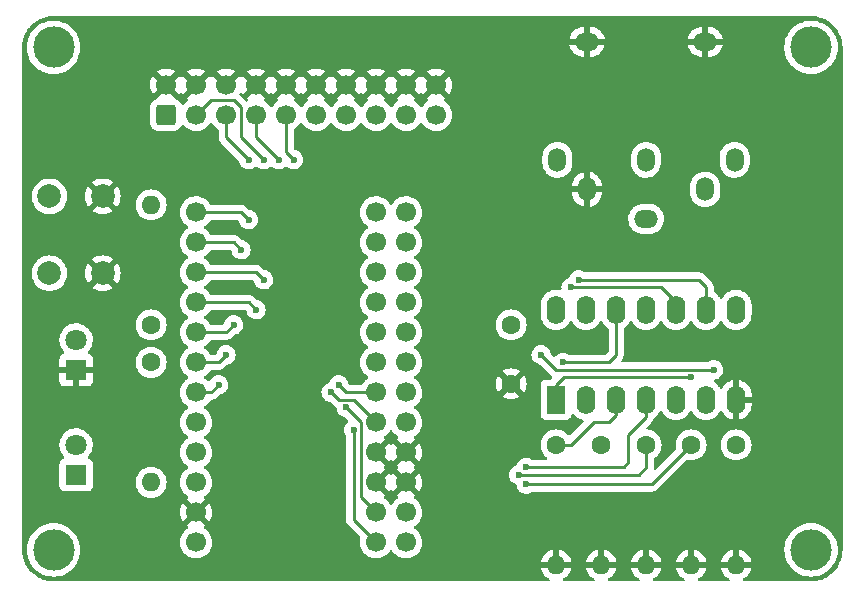
<source format=gbl>
G04 #@! TF.GenerationSoftware,KiCad,Pcbnew,(6.0.6)*
G04 #@! TF.CreationDate,2022-07-20T11:36:08+02:00*
G04 #@! TF.ProjectId,C64 XUM1541-II,43363420-5855-44d3-9135-34312d49492e,rev?*
G04 #@! TF.SameCoordinates,Original*
G04 #@! TF.FileFunction,Copper,L2,Bot*
G04 #@! TF.FilePolarity,Positive*
%FSLAX46Y46*%
G04 Gerber Fmt 4.6, Leading zero omitted, Abs format (unit mm)*
G04 Created by KiCad (PCBNEW (6.0.6)) date 2022-07-20 11:36:08*
%MOMM*%
%LPD*%
G01*
G04 APERTURE LIST*
G04 Aperture macros list*
%AMRoundRect*
0 Rectangle with rounded corners*
0 $1 Rounding radius*
0 $2 $3 $4 $5 $6 $7 $8 $9 X,Y pos of 4 corners*
0 Add a 4 corners polygon primitive as box body*
4,1,4,$2,$3,$4,$5,$6,$7,$8,$9,$2,$3,0*
0 Add four circle primitives for the rounded corners*
1,1,$1+$1,$2,$3*
1,1,$1+$1,$4,$5*
1,1,$1+$1,$6,$7*
1,1,$1+$1,$8,$9*
0 Add four rect primitives between the rounded corners*
20,1,$1+$1,$2,$3,$4,$5,0*
20,1,$1+$1,$4,$5,$6,$7,0*
20,1,$1+$1,$6,$7,$8,$9,0*
20,1,$1+$1,$8,$9,$2,$3,0*%
G04 Aperture macros list end*
G04 #@! TA.AperFunction,ComponentPad*
%ADD10C,1.600000*%
G04 #@! TD*
G04 #@! TA.AperFunction,ComponentPad*
%ADD11O,1.600000X1.600000*%
G04 #@! TD*
G04 #@! TA.AperFunction,ComponentPad*
%ADD12C,1.700000*%
G04 #@! TD*
G04 #@! TA.AperFunction,ComponentPad*
%ADD13RoundRect,0.250000X0.600000X-0.600000X0.600000X0.600000X-0.600000X0.600000X-0.600000X-0.600000X0*%
G04 #@! TD*
G04 #@! TA.AperFunction,ComponentPad*
%ADD14O,2.000000X1.524000*%
G04 #@! TD*
G04 #@! TA.AperFunction,ComponentPad*
%ADD15O,1.524000X2.000000*%
G04 #@! TD*
G04 #@! TA.AperFunction,ComponentPad*
%ADD16C,3.500000*%
G04 #@! TD*
G04 #@! TA.AperFunction,ComponentPad*
%ADD17C,2.000000*%
G04 #@! TD*
G04 #@! TA.AperFunction,ComponentPad*
%ADD18R,1.600000X2.400000*%
G04 #@! TD*
G04 #@! TA.AperFunction,ComponentPad*
%ADD19O,1.600000X2.400000*%
G04 #@! TD*
G04 #@! TA.AperFunction,ComponentPad*
%ADD20R,1.800000X1.800000*%
G04 #@! TD*
G04 #@! TA.AperFunction,ComponentPad*
%ADD21C,1.800000*%
G04 #@! TD*
G04 #@! TA.AperFunction,ViaPad*
%ADD22C,0.600000*%
G04 #@! TD*
G04 #@! TA.AperFunction,Conductor*
%ADD23C,0.250000*%
G04 #@! TD*
G04 APERTURE END LIST*
D10*
X111125000Y-84455000D03*
D11*
X111125000Y-94615000D03*
D12*
X112395000Y-60960000D03*
X114935000Y-60960000D03*
X117475000Y-60960000D03*
X120015000Y-60960000D03*
X122555000Y-60960000D03*
X125095000Y-60960000D03*
X127635000Y-60960000D03*
X130175000Y-60960000D03*
X132715000Y-60960000D03*
X135255000Y-63500000D03*
X130175000Y-63500000D03*
X125095000Y-63500000D03*
X120015000Y-63500000D03*
X114935000Y-63500000D03*
X135255000Y-60960000D03*
X132715000Y-63500000D03*
X127635000Y-63500000D03*
X122555000Y-63500000D03*
X117475000Y-63500000D03*
D13*
X112395000Y-63500000D03*
D14*
X153035000Y-72310000D03*
D15*
X153035000Y-67310000D03*
D14*
X148035000Y-57310000D03*
X158035000Y-57310000D03*
D15*
X145535000Y-67310000D03*
X160535000Y-67310000D03*
X148035000Y-69810000D03*
X158035000Y-69810000D03*
D12*
X130175000Y-71755000D03*
X130175000Y-74295000D03*
X130175000Y-76835000D03*
X130175000Y-79375000D03*
X130175000Y-81915000D03*
X130175000Y-84455000D03*
X130175000Y-86995000D03*
X130175000Y-89535000D03*
X130175000Y-92075000D03*
X130175000Y-94615000D03*
X130175000Y-97155000D03*
X130175000Y-99695000D03*
X132715000Y-97155000D03*
X132715000Y-94615000D03*
X132715000Y-92075000D03*
X132715000Y-89535000D03*
X132715000Y-86995000D03*
X132715000Y-84455000D03*
X132715000Y-81915000D03*
X132715000Y-79375000D03*
X132715000Y-76835000D03*
X132715000Y-74295000D03*
X132715000Y-71755000D03*
X114935000Y-71755000D03*
X114935000Y-74295000D03*
X114935000Y-76835000D03*
X114935000Y-79375000D03*
X114935000Y-81915000D03*
X114935000Y-84455000D03*
X114935000Y-86995000D03*
X114935000Y-89535000D03*
X114935000Y-92075000D03*
X114935000Y-94615000D03*
X114935000Y-97155000D03*
X114935000Y-99695000D03*
X132715000Y-99695000D03*
D10*
X141605000Y-81280000D03*
X141605000Y-86280000D03*
D16*
X102870000Y-100330000D03*
X167005000Y-100330000D03*
X167005000Y-57785000D03*
X102870000Y-57785000D03*
D10*
X111125000Y-81280000D03*
D11*
X111125000Y-71120000D03*
X156845000Y-101600000D03*
D10*
X156845000Y-91440000D03*
X145415000Y-91440000D03*
D11*
X145415000Y-101600000D03*
D10*
X160655000Y-91440000D03*
D11*
X160655000Y-101600000D03*
D10*
X153035000Y-91440000D03*
D11*
X153035000Y-101600000D03*
X149225000Y-101600000D03*
D10*
X149225000Y-91440000D03*
D17*
X107025000Y-76910000D03*
X102525000Y-76910000D03*
X107025000Y-70410000D03*
X102525000Y-70410000D03*
D18*
X145415000Y-87630000D03*
D19*
X160655000Y-80010000D03*
X147955000Y-87630000D03*
X158115000Y-80010000D03*
X150495000Y-87630000D03*
X155575000Y-80010000D03*
X153035000Y-87630000D03*
X153035000Y-80010000D03*
X155575000Y-87630000D03*
X150495000Y-80010000D03*
X158115000Y-87630000D03*
X147955000Y-80010000D03*
X160655000Y-87630000D03*
X145415000Y-80010000D03*
D20*
X104775000Y-85090000D03*
D21*
X104775000Y-82550000D03*
D20*
X104775000Y-93980000D03*
D21*
X104775000Y-91440000D03*
D22*
X147320000Y-77470000D03*
X156845000Y-85725000D03*
X146685000Y-78105000D03*
X144145000Y-83820000D03*
X158750000Y-85090000D03*
X145994500Y-84455000D03*
X120650000Y-67310000D03*
X127000000Y-86360000D03*
X119380000Y-67310000D03*
X126365000Y-86995000D03*
X121920000Y-67310000D03*
X127635000Y-88265000D03*
X123190000Y-67310000D03*
X128270000Y-90170000D03*
X119380000Y-72390000D03*
X142239996Y-93980000D03*
X118745000Y-74930000D03*
X142875000Y-94769481D03*
X120650000Y-77470000D03*
X120015000Y-80010000D03*
X142875000Y-93345000D03*
X118110000Y-81280000D03*
X117475000Y-83820000D03*
X116840000Y-86360000D03*
D23*
X158115000Y-80010000D02*
X158115000Y-78105000D01*
X157480000Y-77470000D02*
X147320000Y-77470000D01*
X158115000Y-78105000D02*
X157480000Y-77470000D01*
X156845000Y-85725000D02*
X146050000Y-85725000D01*
X145415000Y-86360000D02*
X145415000Y-87630000D01*
X146050000Y-85725000D02*
X145415000Y-86360000D01*
X146685000Y-78105000D02*
X154305000Y-78105000D01*
X155575000Y-79375000D02*
X154305000Y-78105000D01*
X155575000Y-80010000D02*
X155575000Y-79375000D01*
X145415000Y-85090000D02*
X144145000Y-83820000D01*
X155575000Y-85090000D02*
X145415000Y-85090000D01*
X155575000Y-85090000D02*
X158750000Y-85090000D01*
X150495000Y-80010000D02*
X150495000Y-83820000D01*
X149860000Y-84455000D02*
X145994500Y-84455000D01*
X150495000Y-83820000D02*
X149860000Y-84455000D01*
X114935000Y-63500000D02*
X116205000Y-62230000D01*
X116205000Y-62230000D02*
X117475000Y-62230000D01*
X117475000Y-62230000D02*
X118110000Y-62230000D01*
X118110000Y-62230000D02*
X118745000Y-62865000D01*
X118745000Y-65405000D02*
X120650000Y-67310000D01*
X118745000Y-62865000D02*
X118745000Y-65405000D01*
X127635000Y-86995000D02*
X127000000Y-86360000D01*
X130175000Y-86995000D02*
X127635000Y-86995000D01*
X117475000Y-65405000D02*
X119380000Y-67310000D01*
X117475000Y-63500000D02*
X117475000Y-65405000D01*
X128270000Y-87630000D02*
X127000000Y-87630000D01*
X127000000Y-87630000D02*
X126365000Y-86995000D01*
X130175000Y-89535000D02*
X128270000Y-87630000D01*
X120015000Y-65405000D02*
X121920000Y-67310000D01*
X120015000Y-63500000D02*
X120015000Y-65405000D01*
X128905000Y-89535000D02*
X127635000Y-88265000D01*
X128905000Y-95885000D02*
X128905000Y-89535000D01*
X130175000Y-97155000D02*
X128905000Y-95885000D01*
X123190000Y-67310000D02*
X122555000Y-66675000D01*
X122555000Y-66675000D02*
X122555000Y-63500000D01*
X130175000Y-99695000D02*
X128270000Y-97790000D01*
X128270000Y-97790000D02*
X128270000Y-90170000D01*
X119380000Y-72390000D02*
X118745000Y-71755000D01*
X118745000Y-71755000D02*
X114935000Y-71755000D01*
X153035000Y-91440000D02*
X153035000Y-93345000D01*
X153035000Y-93345000D02*
X152400000Y-93980000D01*
X152400000Y-93980000D02*
X150495000Y-93980000D01*
X150495000Y-93980000D02*
X142239996Y-93980000D01*
X118110000Y-74295000D02*
X118745000Y-74930000D01*
X114935000Y-74295000D02*
X118110000Y-74295000D01*
X153515519Y-94769481D02*
X142875000Y-94769481D01*
X156845000Y-91440000D02*
X153515519Y-94769481D01*
X120015000Y-76835000D02*
X120650000Y-77470000D01*
X114935000Y-76835000D02*
X120015000Y-76835000D01*
X149860000Y-89535000D02*
X150495000Y-88900000D01*
X150495000Y-87630000D02*
X150495000Y-88900000D01*
X145415000Y-91440000D02*
X146685000Y-91440000D01*
X146685000Y-91440000D02*
X148590000Y-89535000D01*
X148590000Y-89535000D02*
X149860000Y-89535000D01*
X119380000Y-79375000D02*
X120015000Y-80010000D01*
X114935000Y-79375000D02*
X119380000Y-79375000D01*
X153035000Y-87630000D02*
X153035000Y-89080000D01*
X151537500Y-90577500D02*
X151537500Y-92937500D01*
X153035000Y-89080000D02*
X151537500Y-90577500D01*
X151537500Y-92937500D02*
X151130000Y-93345000D01*
X151130000Y-93345000D02*
X149860000Y-93345000D01*
X149860000Y-93345000D02*
X142875000Y-93345000D01*
X117475000Y-81915000D02*
X118110000Y-81280000D01*
X114935000Y-81915000D02*
X117475000Y-81915000D01*
X116840000Y-84455000D02*
X117475000Y-83820000D01*
X114935000Y-84455000D02*
X116840000Y-84455000D01*
X116205000Y-86995000D02*
X116840000Y-86360000D01*
X114935000Y-86995000D02*
X116205000Y-86995000D01*
G04 #@! TA.AperFunction,Conductor*
G36*
X166975018Y-55120000D02*
G01*
X166989851Y-55122310D01*
X166989855Y-55122310D01*
X166998724Y-55123691D01*
X167007626Y-55122527D01*
X167007628Y-55122527D01*
X167011936Y-55121963D01*
X167016720Y-55121338D01*
X167040117Y-55120472D01*
X167296492Y-55134869D01*
X167310524Y-55136450D01*
X167450953Y-55160311D01*
X167591376Y-55184170D01*
X167605151Y-55187314D01*
X167878891Y-55266177D01*
X167892228Y-55270844D01*
X168155418Y-55379861D01*
X168168148Y-55385992D01*
X168417468Y-55523786D01*
X168429432Y-55531303D01*
X168661762Y-55696149D01*
X168672810Y-55704959D01*
X168885224Y-55894785D01*
X168895215Y-55904776D01*
X169018630Y-56042876D01*
X169085041Y-56117190D01*
X169093850Y-56128236D01*
X169131900Y-56181864D01*
X169258697Y-56360568D01*
X169266214Y-56372532D01*
X169404008Y-56621852D01*
X169410139Y-56634582D01*
X169519156Y-56897772D01*
X169523823Y-56911109D01*
X169602686Y-57184849D01*
X169605830Y-57198624D01*
X169653549Y-57479471D01*
X169655131Y-57493513D01*
X169669118Y-57742593D01*
X169667817Y-57769036D01*
X169667690Y-57769849D01*
X169667690Y-57769855D01*
X169666309Y-57778724D01*
X169667473Y-57787626D01*
X169667473Y-57787628D01*
X169670436Y-57810283D01*
X169671500Y-57826621D01*
X169671500Y-100280633D01*
X169670000Y-100300018D01*
X169667690Y-100314851D01*
X169667690Y-100314855D01*
X169666309Y-100323724D01*
X169668136Y-100337692D01*
X169668662Y-100341716D01*
X169669528Y-100365117D01*
X169656842Y-100591028D01*
X169655131Y-100621488D01*
X169653549Y-100635529D01*
X169605830Y-100916376D01*
X169602686Y-100930151D01*
X169523823Y-101203891D01*
X169519156Y-101217228D01*
X169410139Y-101480418D01*
X169404008Y-101493148D01*
X169266214Y-101742468D01*
X169258697Y-101754432D01*
X169093851Y-101986762D01*
X169085041Y-101997810D01*
X168895215Y-102210224D01*
X168885224Y-102220215D01*
X168672810Y-102410041D01*
X168661762Y-102418851D01*
X168429432Y-102583697D01*
X168417468Y-102591214D01*
X168168148Y-102729008D01*
X168155418Y-102735139D01*
X167892228Y-102844156D01*
X167878891Y-102848823D01*
X167605151Y-102927686D01*
X167591376Y-102930830D01*
X167450952Y-102954690D01*
X167310524Y-102978550D01*
X167296490Y-102980131D01*
X167227407Y-102984010D01*
X167047407Y-102994118D01*
X167020964Y-102992817D01*
X167020151Y-102992690D01*
X167020145Y-102992690D01*
X167011276Y-102991309D01*
X167002374Y-102992473D01*
X167002372Y-102992473D01*
X166987323Y-102994441D01*
X166979714Y-102995436D01*
X166963379Y-102996500D01*
X161323537Y-102996500D01*
X161255416Y-102976498D01*
X161208923Y-102922842D01*
X161198819Y-102852568D01*
X161228313Y-102787988D01*
X161270287Y-102756305D01*
X161306511Y-102739414D01*
X161316007Y-102733931D01*
X161494467Y-102608972D01*
X161502875Y-102601916D01*
X161656916Y-102447875D01*
X161663972Y-102439467D01*
X161788931Y-102261007D01*
X161794414Y-102251511D01*
X161886490Y-102054053D01*
X161890236Y-102043761D01*
X161936394Y-101871497D01*
X161936058Y-101857401D01*
X161928116Y-101854000D01*
X159387033Y-101854000D01*
X159373502Y-101857973D01*
X159372273Y-101866522D01*
X159419764Y-102043761D01*
X159423510Y-102054053D01*
X159515586Y-102251511D01*
X159521069Y-102261007D01*
X159646028Y-102439467D01*
X159653084Y-102447875D01*
X159807125Y-102601916D01*
X159815533Y-102608972D01*
X159993993Y-102733931D01*
X160003489Y-102739414D01*
X160039713Y-102756305D01*
X160092998Y-102803222D01*
X160112459Y-102871500D01*
X160091917Y-102939459D01*
X160037894Y-102985525D01*
X159986463Y-102996500D01*
X157513537Y-102996500D01*
X157445416Y-102976498D01*
X157398923Y-102922842D01*
X157388819Y-102852568D01*
X157418313Y-102787988D01*
X157460287Y-102756305D01*
X157496511Y-102739414D01*
X157506007Y-102733931D01*
X157684467Y-102608972D01*
X157692875Y-102601916D01*
X157846916Y-102447875D01*
X157853972Y-102439467D01*
X157978931Y-102261007D01*
X157984414Y-102251511D01*
X158076490Y-102054053D01*
X158080236Y-102043761D01*
X158126394Y-101871497D01*
X158126058Y-101857401D01*
X158118116Y-101854000D01*
X155577033Y-101854000D01*
X155563502Y-101857973D01*
X155562273Y-101866522D01*
X155609764Y-102043761D01*
X155613510Y-102054053D01*
X155705586Y-102251511D01*
X155711069Y-102261007D01*
X155836028Y-102439467D01*
X155843084Y-102447875D01*
X155997125Y-102601916D01*
X156005533Y-102608972D01*
X156183993Y-102733931D01*
X156193489Y-102739414D01*
X156229713Y-102756305D01*
X156282998Y-102803222D01*
X156302459Y-102871500D01*
X156281917Y-102939459D01*
X156227894Y-102985525D01*
X156176463Y-102996500D01*
X153703537Y-102996500D01*
X153635416Y-102976498D01*
X153588923Y-102922842D01*
X153578819Y-102852568D01*
X153608313Y-102787988D01*
X153650287Y-102756305D01*
X153686511Y-102739414D01*
X153696007Y-102733931D01*
X153874467Y-102608972D01*
X153882875Y-102601916D01*
X154036916Y-102447875D01*
X154043972Y-102439467D01*
X154168931Y-102261007D01*
X154174414Y-102251511D01*
X154266490Y-102054053D01*
X154270236Y-102043761D01*
X154316394Y-101871497D01*
X154316058Y-101857401D01*
X154308116Y-101854000D01*
X151767033Y-101854000D01*
X151753502Y-101857973D01*
X151752273Y-101866522D01*
X151799764Y-102043761D01*
X151803510Y-102054053D01*
X151895586Y-102251511D01*
X151901069Y-102261007D01*
X152026028Y-102439467D01*
X152033084Y-102447875D01*
X152187125Y-102601916D01*
X152195533Y-102608972D01*
X152373993Y-102733931D01*
X152383489Y-102739414D01*
X152419713Y-102756305D01*
X152472998Y-102803222D01*
X152492459Y-102871500D01*
X152471917Y-102939459D01*
X152417894Y-102985525D01*
X152366463Y-102996500D01*
X149893537Y-102996500D01*
X149825416Y-102976498D01*
X149778923Y-102922842D01*
X149768819Y-102852568D01*
X149798313Y-102787988D01*
X149840287Y-102756305D01*
X149876511Y-102739414D01*
X149886007Y-102733931D01*
X150064467Y-102608972D01*
X150072875Y-102601916D01*
X150226916Y-102447875D01*
X150233972Y-102439467D01*
X150358931Y-102261007D01*
X150364414Y-102251511D01*
X150456490Y-102054053D01*
X150460236Y-102043761D01*
X150506394Y-101871497D01*
X150506058Y-101857401D01*
X150498116Y-101854000D01*
X147957033Y-101854000D01*
X147943502Y-101857973D01*
X147942273Y-101866522D01*
X147989764Y-102043761D01*
X147993510Y-102054053D01*
X148085586Y-102251511D01*
X148091069Y-102261007D01*
X148216028Y-102439467D01*
X148223084Y-102447875D01*
X148377125Y-102601916D01*
X148385533Y-102608972D01*
X148563993Y-102733931D01*
X148573489Y-102739414D01*
X148609713Y-102756305D01*
X148662998Y-102803222D01*
X148682459Y-102871500D01*
X148661917Y-102939459D01*
X148607894Y-102985525D01*
X148556463Y-102996500D01*
X146083537Y-102996500D01*
X146015416Y-102976498D01*
X145968923Y-102922842D01*
X145958819Y-102852568D01*
X145988313Y-102787988D01*
X146030287Y-102756305D01*
X146066511Y-102739414D01*
X146076007Y-102733931D01*
X146254467Y-102608972D01*
X146262875Y-102601916D01*
X146416916Y-102447875D01*
X146423972Y-102439467D01*
X146548931Y-102261007D01*
X146554414Y-102251511D01*
X146646490Y-102054053D01*
X146650236Y-102043761D01*
X146696394Y-101871497D01*
X146696058Y-101857401D01*
X146688116Y-101854000D01*
X144147033Y-101854000D01*
X144133502Y-101857973D01*
X144132273Y-101866522D01*
X144179764Y-102043761D01*
X144183510Y-102054053D01*
X144275586Y-102251511D01*
X144281069Y-102261007D01*
X144406028Y-102439467D01*
X144413084Y-102447875D01*
X144567125Y-102601916D01*
X144575533Y-102608972D01*
X144753993Y-102733931D01*
X144763489Y-102739414D01*
X144799713Y-102756305D01*
X144852998Y-102803222D01*
X144872459Y-102871500D01*
X144851917Y-102939459D01*
X144797894Y-102985525D01*
X144746463Y-102996500D01*
X102919367Y-102996500D01*
X102899982Y-102995000D01*
X102885149Y-102992690D01*
X102885145Y-102992690D01*
X102876276Y-102991309D01*
X102867374Y-102992473D01*
X102867372Y-102992473D01*
X102863064Y-102993037D01*
X102858280Y-102993662D01*
X102834883Y-102994528D01*
X102578508Y-102980131D01*
X102564476Y-102978550D01*
X102424048Y-102954690D01*
X102283624Y-102930830D01*
X102269849Y-102927686D01*
X101996109Y-102848823D01*
X101982772Y-102844156D01*
X101719582Y-102735139D01*
X101706852Y-102729008D01*
X101457532Y-102591214D01*
X101445568Y-102583697D01*
X101213238Y-102418851D01*
X101202190Y-102410041D01*
X100989776Y-102220215D01*
X100979785Y-102210224D01*
X100789959Y-101997810D01*
X100781149Y-101986762D01*
X100616303Y-101754432D01*
X100608786Y-101742468D01*
X100470992Y-101493148D01*
X100464861Y-101480418D01*
X100355844Y-101217228D01*
X100351177Y-101203891D01*
X100272314Y-100930151D01*
X100269170Y-100916376D01*
X100221451Y-100635529D01*
X100219869Y-100621488D01*
X100218159Y-100591028D01*
X100206089Y-100376100D01*
X100207411Y-100352208D01*
X100207334Y-100352201D01*
X100207537Y-100349937D01*
X100207637Y-100348131D01*
X100207770Y-100347342D01*
X100208576Y-100342552D01*
X100208729Y-100330000D01*
X100606654Y-100330000D01*
X100606924Y-100334119D01*
X100624225Y-100598084D01*
X100626017Y-100625426D01*
X100626819Y-100629459D01*
X100626820Y-100629465D01*
X100682970Y-100911747D01*
X100683776Y-100915797D01*
X100685103Y-100919706D01*
X100685104Y-100919710D01*
X100729156Y-101049482D01*
X100778941Y-101196145D01*
X100789338Y-101217228D01*
X100850635Y-101341525D01*
X100909885Y-101461673D01*
X101074367Y-101707838D01*
X101077081Y-101710932D01*
X101077085Y-101710938D01*
X101266864Y-101927338D01*
X101269573Y-101930427D01*
X101272662Y-101933136D01*
X101489062Y-102122915D01*
X101489068Y-102122919D01*
X101492162Y-102125633D01*
X101495588Y-102127922D01*
X101495593Y-102127926D01*
X101633714Y-102220215D01*
X101738327Y-102290115D01*
X101742026Y-102291939D01*
X101742031Y-102291942D01*
X101878313Y-102359148D01*
X102003855Y-102421059D01*
X102007760Y-102422384D01*
X102007761Y-102422385D01*
X102280290Y-102514896D01*
X102280294Y-102514897D01*
X102284203Y-102516224D01*
X102288247Y-102517028D01*
X102288253Y-102517030D01*
X102570535Y-102573180D01*
X102570541Y-102573181D01*
X102574574Y-102573983D01*
X102578679Y-102574252D01*
X102578686Y-102574253D01*
X102865881Y-102593076D01*
X102870000Y-102593346D01*
X102874119Y-102593076D01*
X103161314Y-102574253D01*
X103161321Y-102574252D01*
X103165426Y-102573983D01*
X103169459Y-102573181D01*
X103169465Y-102573180D01*
X103451747Y-102517030D01*
X103451753Y-102517028D01*
X103455797Y-102516224D01*
X103459706Y-102514897D01*
X103459710Y-102514896D01*
X103732239Y-102422385D01*
X103732240Y-102422384D01*
X103736145Y-102421059D01*
X103861687Y-102359148D01*
X103997969Y-102291942D01*
X103997974Y-102291939D01*
X104001673Y-102290115D01*
X104106286Y-102220215D01*
X104244407Y-102127926D01*
X104244412Y-102127922D01*
X104247838Y-102125633D01*
X104250932Y-102122919D01*
X104250938Y-102122915D01*
X104467338Y-101933136D01*
X104470427Y-101930427D01*
X104473136Y-101927338D01*
X104662915Y-101710938D01*
X104662919Y-101710932D01*
X104665633Y-101707838D01*
X104830115Y-101461673D01*
X104889366Y-101341525D01*
X104895788Y-101328503D01*
X144133606Y-101328503D01*
X144133942Y-101342599D01*
X144141884Y-101346000D01*
X145142885Y-101346000D01*
X145158124Y-101341525D01*
X145159329Y-101340135D01*
X145161000Y-101332452D01*
X145161000Y-101327885D01*
X145669000Y-101327885D01*
X145673475Y-101343124D01*
X145674865Y-101344329D01*
X145682548Y-101346000D01*
X146682967Y-101346000D01*
X146696498Y-101342027D01*
X146697727Y-101333478D01*
X146696394Y-101328503D01*
X147943606Y-101328503D01*
X147943942Y-101342599D01*
X147951884Y-101346000D01*
X148952885Y-101346000D01*
X148968124Y-101341525D01*
X148969329Y-101340135D01*
X148971000Y-101332452D01*
X148971000Y-101327885D01*
X149479000Y-101327885D01*
X149483475Y-101343124D01*
X149484865Y-101344329D01*
X149492548Y-101346000D01*
X150492967Y-101346000D01*
X150506498Y-101342027D01*
X150507727Y-101333478D01*
X150506394Y-101328503D01*
X151753606Y-101328503D01*
X151753942Y-101342599D01*
X151761884Y-101346000D01*
X152762885Y-101346000D01*
X152778124Y-101341525D01*
X152779329Y-101340135D01*
X152781000Y-101332452D01*
X152781000Y-101327885D01*
X153289000Y-101327885D01*
X153293475Y-101343124D01*
X153294865Y-101344329D01*
X153302548Y-101346000D01*
X154302967Y-101346000D01*
X154316498Y-101342027D01*
X154317727Y-101333478D01*
X154316394Y-101328503D01*
X155563606Y-101328503D01*
X155563942Y-101342599D01*
X155571884Y-101346000D01*
X156572885Y-101346000D01*
X156588124Y-101341525D01*
X156589329Y-101340135D01*
X156591000Y-101332452D01*
X156591000Y-101327885D01*
X157099000Y-101327885D01*
X157103475Y-101343124D01*
X157104865Y-101344329D01*
X157112548Y-101346000D01*
X158112967Y-101346000D01*
X158126498Y-101342027D01*
X158127727Y-101333478D01*
X158126394Y-101328503D01*
X159373606Y-101328503D01*
X159373942Y-101342599D01*
X159381884Y-101346000D01*
X160382885Y-101346000D01*
X160398124Y-101341525D01*
X160399329Y-101340135D01*
X160401000Y-101332452D01*
X160401000Y-101327885D01*
X160909000Y-101327885D01*
X160913475Y-101343124D01*
X160914865Y-101344329D01*
X160922548Y-101346000D01*
X161922967Y-101346000D01*
X161936498Y-101342027D01*
X161937727Y-101333478D01*
X161890236Y-101156239D01*
X161886490Y-101145947D01*
X161794414Y-100948489D01*
X161788931Y-100938993D01*
X161663972Y-100760533D01*
X161656916Y-100752125D01*
X161502875Y-100598084D01*
X161494467Y-100591028D01*
X161316007Y-100466069D01*
X161306511Y-100460586D01*
X161109053Y-100368510D01*
X161098761Y-100364764D01*
X160969020Y-100330000D01*
X164741654Y-100330000D01*
X164741924Y-100334119D01*
X164759225Y-100598084D01*
X164761017Y-100625426D01*
X164761819Y-100629459D01*
X164761820Y-100629465D01*
X164817970Y-100911747D01*
X164818776Y-100915797D01*
X164820103Y-100919706D01*
X164820104Y-100919710D01*
X164864156Y-101049482D01*
X164913941Y-101196145D01*
X164924338Y-101217228D01*
X164985635Y-101341525D01*
X165044885Y-101461673D01*
X165209367Y-101707838D01*
X165212081Y-101710932D01*
X165212085Y-101710938D01*
X165401864Y-101927338D01*
X165404573Y-101930427D01*
X165407662Y-101933136D01*
X165624062Y-102122915D01*
X165624068Y-102122919D01*
X165627162Y-102125633D01*
X165630588Y-102127922D01*
X165630593Y-102127926D01*
X165768714Y-102220215D01*
X165873327Y-102290115D01*
X165877026Y-102291939D01*
X165877031Y-102291942D01*
X166013313Y-102359148D01*
X166138855Y-102421059D01*
X166142760Y-102422384D01*
X166142761Y-102422385D01*
X166415290Y-102514896D01*
X166415294Y-102514897D01*
X166419203Y-102516224D01*
X166423247Y-102517028D01*
X166423253Y-102517030D01*
X166705535Y-102573180D01*
X166705541Y-102573181D01*
X166709574Y-102573983D01*
X166713679Y-102574252D01*
X166713686Y-102574253D01*
X167000881Y-102593076D01*
X167005000Y-102593346D01*
X167009119Y-102593076D01*
X167296314Y-102574253D01*
X167296321Y-102574252D01*
X167300426Y-102573983D01*
X167304459Y-102573181D01*
X167304465Y-102573180D01*
X167586747Y-102517030D01*
X167586753Y-102517028D01*
X167590797Y-102516224D01*
X167594706Y-102514897D01*
X167594710Y-102514896D01*
X167867239Y-102422385D01*
X167867240Y-102422384D01*
X167871145Y-102421059D01*
X167996687Y-102359148D01*
X168132969Y-102291942D01*
X168132974Y-102291939D01*
X168136673Y-102290115D01*
X168241286Y-102220215D01*
X168379407Y-102127926D01*
X168379412Y-102127922D01*
X168382838Y-102125633D01*
X168385932Y-102122919D01*
X168385938Y-102122915D01*
X168602338Y-101933136D01*
X168605427Y-101930427D01*
X168608136Y-101927338D01*
X168797915Y-101710938D01*
X168797919Y-101710932D01*
X168800633Y-101707838D01*
X168965115Y-101461673D01*
X169024366Y-101341525D01*
X169085662Y-101217228D01*
X169096059Y-101196145D01*
X169145844Y-101049482D01*
X169189896Y-100919710D01*
X169189897Y-100919706D01*
X169191224Y-100915797D01*
X169192030Y-100911747D01*
X169248180Y-100629465D01*
X169248181Y-100629459D01*
X169248983Y-100625426D01*
X169250776Y-100598084D01*
X169268076Y-100334119D01*
X169268346Y-100330000D01*
X169259921Y-100201453D01*
X169249253Y-100038686D01*
X169249252Y-100038679D01*
X169248983Y-100034574D01*
X169239724Y-99988023D01*
X169192030Y-99748253D01*
X169192028Y-99748247D01*
X169191224Y-99744203D01*
X169173384Y-99691646D01*
X169097385Y-99467761D01*
X169097384Y-99467760D01*
X169096059Y-99463855D01*
X168975611Y-99219610D01*
X168966942Y-99202031D01*
X168966939Y-99202026D01*
X168965115Y-99198327D01*
X168925744Y-99139405D01*
X168802926Y-98955593D01*
X168802922Y-98955588D01*
X168800633Y-98952162D01*
X168797919Y-98949068D01*
X168797915Y-98949062D01*
X168608136Y-98732662D01*
X168605427Y-98729573D01*
X168415260Y-98562800D01*
X168385938Y-98537085D01*
X168385932Y-98537081D01*
X168382838Y-98534367D01*
X168379412Y-98532078D01*
X168379407Y-98532074D01*
X168158303Y-98384338D01*
X168136673Y-98369885D01*
X168132974Y-98368061D01*
X168132969Y-98368058D01*
X167942728Y-98274242D01*
X167871145Y-98238941D01*
X167817391Y-98220694D01*
X167594710Y-98145104D01*
X167594706Y-98145103D01*
X167590797Y-98143776D01*
X167586753Y-98142972D01*
X167586747Y-98142970D01*
X167304465Y-98086820D01*
X167304459Y-98086819D01*
X167300426Y-98086017D01*
X167296321Y-98085748D01*
X167296314Y-98085747D01*
X167009119Y-98066924D01*
X167005000Y-98066654D01*
X167000881Y-98066924D01*
X166713686Y-98085747D01*
X166713679Y-98085748D01*
X166709574Y-98086017D01*
X166705541Y-98086819D01*
X166705535Y-98086820D01*
X166423253Y-98142970D01*
X166423247Y-98142972D01*
X166419203Y-98143776D01*
X166415294Y-98145103D01*
X166415290Y-98145104D01*
X166192609Y-98220694D01*
X166138855Y-98238941D01*
X166067272Y-98274242D01*
X165877031Y-98368058D01*
X165877026Y-98368061D01*
X165873327Y-98369885D01*
X165851697Y-98384338D01*
X165630593Y-98532074D01*
X165630588Y-98532078D01*
X165627162Y-98534367D01*
X165624068Y-98537081D01*
X165624062Y-98537085D01*
X165594740Y-98562800D01*
X165404573Y-98729573D01*
X165401864Y-98732662D01*
X165212085Y-98949062D01*
X165212081Y-98949068D01*
X165209367Y-98952162D01*
X165207078Y-98955588D01*
X165207074Y-98955593D01*
X165084256Y-99139405D01*
X165044885Y-99198327D01*
X165043061Y-99202026D01*
X165043058Y-99202031D01*
X165034389Y-99219610D01*
X164913941Y-99463855D01*
X164912616Y-99467760D01*
X164912615Y-99467761D01*
X164836617Y-99691646D01*
X164818776Y-99744203D01*
X164817972Y-99748247D01*
X164817970Y-99748253D01*
X164770277Y-99988023D01*
X164761017Y-100034574D01*
X164760748Y-100038679D01*
X164760747Y-100038686D01*
X164750079Y-100201453D01*
X164741654Y-100330000D01*
X160969020Y-100330000D01*
X160926497Y-100318606D01*
X160912401Y-100318942D01*
X160909000Y-100326884D01*
X160909000Y-101327885D01*
X160401000Y-101327885D01*
X160401000Y-100332033D01*
X160397027Y-100318502D01*
X160388478Y-100317273D01*
X160211239Y-100364764D01*
X160200947Y-100368510D01*
X160003489Y-100460586D01*
X159993993Y-100466069D01*
X159815533Y-100591028D01*
X159807125Y-100598084D01*
X159653084Y-100752125D01*
X159646028Y-100760533D01*
X159521069Y-100938993D01*
X159515586Y-100948489D01*
X159423510Y-101145947D01*
X159419764Y-101156239D01*
X159373606Y-101328503D01*
X158126394Y-101328503D01*
X158080236Y-101156239D01*
X158076490Y-101145947D01*
X157984414Y-100948489D01*
X157978931Y-100938993D01*
X157853972Y-100760533D01*
X157846916Y-100752125D01*
X157692875Y-100598084D01*
X157684467Y-100591028D01*
X157506007Y-100466069D01*
X157496511Y-100460586D01*
X157299053Y-100368510D01*
X157288761Y-100364764D01*
X157116497Y-100318606D01*
X157102401Y-100318942D01*
X157099000Y-100326884D01*
X157099000Y-101327885D01*
X156591000Y-101327885D01*
X156591000Y-100332033D01*
X156587027Y-100318502D01*
X156578478Y-100317273D01*
X156401239Y-100364764D01*
X156390947Y-100368510D01*
X156193489Y-100460586D01*
X156183993Y-100466069D01*
X156005533Y-100591028D01*
X155997125Y-100598084D01*
X155843084Y-100752125D01*
X155836028Y-100760533D01*
X155711069Y-100938993D01*
X155705586Y-100948489D01*
X155613510Y-101145947D01*
X155609764Y-101156239D01*
X155563606Y-101328503D01*
X154316394Y-101328503D01*
X154270236Y-101156239D01*
X154266490Y-101145947D01*
X154174414Y-100948489D01*
X154168931Y-100938993D01*
X154043972Y-100760533D01*
X154036916Y-100752125D01*
X153882875Y-100598084D01*
X153874467Y-100591028D01*
X153696007Y-100466069D01*
X153686511Y-100460586D01*
X153489053Y-100368510D01*
X153478761Y-100364764D01*
X153306497Y-100318606D01*
X153292401Y-100318942D01*
X153289000Y-100326884D01*
X153289000Y-101327885D01*
X152781000Y-101327885D01*
X152781000Y-100332033D01*
X152777027Y-100318502D01*
X152768478Y-100317273D01*
X152591239Y-100364764D01*
X152580947Y-100368510D01*
X152383489Y-100460586D01*
X152373993Y-100466069D01*
X152195533Y-100591028D01*
X152187125Y-100598084D01*
X152033084Y-100752125D01*
X152026028Y-100760533D01*
X151901069Y-100938993D01*
X151895586Y-100948489D01*
X151803510Y-101145947D01*
X151799764Y-101156239D01*
X151753606Y-101328503D01*
X150506394Y-101328503D01*
X150460236Y-101156239D01*
X150456490Y-101145947D01*
X150364414Y-100948489D01*
X150358931Y-100938993D01*
X150233972Y-100760533D01*
X150226916Y-100752125D01*
X150072875Y-100598084D01*
X150064467Y-100591028D01*
X149886007Y-100466069D01*
X149876511Y-100460586D01*
X149679053Y-100368510D01*
X149668761Y-100364764D01*
X149496497Y-100318606D01*
X149482401Y-100318942D01*
X149479000Y-100326884D01*
X149479000Y-101327885D01*
X148971000Y-101327885D01*
X148971000Y-100332033D01*
X148967027Y-100318502D01*
X148958478Y-100317273D01*
X148781239Y-100364764D01*
X148770947Y-100368510D01*
X148573489Y-100460586D01*
X148563993Y-100466069D01*
X148385533Y-100591028D01*
X148377125Y-100598084D01*
X148223084Y-100752125D01*
X148216028Y-100760533D01*
X148091069Y-100938993D01*
X148085586Y-100948489D01*
X147993510Y-101145947D01*
X147989764Y-101156239D01*
X147943606Y-101328503D01*
X146696394Y-101328503D01*
X146650236Y-101156239D01*
X146646490Y-101145947D01*
X146554414Y-100948489D01*
X146548931Y-100938993D01*
X146423972Y-100760533D01*
X146416916Y-100752125D01*
X146262875Y-100598084D01*
X146254467Y-100591028D01*
X146076007Y-100466069D01*
X146066511Y-100460586D01*
X145869053Y-100368510D01*
X145858761Y-100364764D01*
X145686497Y-100318606D01*
X145672401Y-100318942D01*
X145669000Y-100326884D01*
X145669000Y-101327885D01*
X145161000Y-101327885D01*
X145161000Y-100332033D01*
X145157027Y-100318502D01*
X145148478Y-100317273D01*
X144971239Y-100364764D01*
X144960947Y-100368510D01*
X144763489Y-100460586D01*
X144753993Y-100466069D01*
X144575533Y-100591028D01*
X144567125Y-100598084D01*
X144413084Y-100752125D01*
X144406028Y-100760533D01*
X144281069Y-100938993D01*
X144275586Y-100948489D01*
X144183510Y-101145947D01*
X144179764Y-101156239D01*
X144133606Y-101328503D01*
X104895788Y-101328503D01*
X104950662Y-101217228D01*
X104961059Y-101196145D01*
X105010844Y-101049482D01*
X105054896Y-100919710D01*
X105054897Y-100919706D01*
X105056224Y-100915797D01*
X105057030Y-100911747D01*
X105113180Y-100629465D01*
X105113181Y-100629459D01*
X105113983Y-100625426D01*
X105115776Y-100598084D01*
X105133076Y-100334119D01*
X105133346Y-100330000D01*
X105124921Y-100201453D01*
X105114253Y-100038686D01*
X105114252Y-100038679D01*
X105113983Y-100034574D01*
X105104724Y-99988023D01*
X105057030Y-99748253D01*
X105057028Y-99748247D01*
X105056224Y-99744203D01*
X105038384Y-99691646D01*
X105028217Y-99661695D01*
X113572251Y-99661695D01*
X113572548Y-99666848D01*
X113572548Y-99666851D01*
X113578011Y-99761590D01*
X113585110Y-99884715D01*
X113586247Y-99889761D01*
X113586248Y-99889767D01*
X113606119Y-99977939D01*
X113634222Y-100102639D01*
X113672461Y-100196811D01*
X113714369Y-100300018D01*
X113718266Y-100309616D01*
X113759009Y-100376102D01*
X113832291Y-100495688D01*
X113834987Y-100500088D01*
X113981250Y-100668938D01*
X114153126Y-100811632D01*
X114346000Y-100924338D01*
X114350825Y-100926180D01*
X114350826Y-100926181D01*
X114409245Y-100948489D01*
X114554692Y-101004030D01*
X114559760Y-101005061D01*
X114559763Y-101005062D01*
X114667017Y-101026883D01*
X114773597Y-101048567D01*
X114778772Y-101048757D01*
X114778774Y-101048757D01*
X114991673Y-101056564D01*
X114991677Y-101056564D01*
X114996837Y-101056753D01*
X115001957Y-101056097D01*
X115001959Y-101056097D01*
X115213288Y-101029025D01*
X115213289Y-101029025D01*
X115218416Y-101028368D01*
X115223366Y-101026883D01*
X115427429Y-100965661D01*
X115427434Y-100965659D01*
X115432384Y-100964174D01*
X115632994Y-100865896D01*
X115814860Y-100736173D01*
X115859708Y-100691482D01*
X115915856Y-100635529D01*
X115973096Y-100578489D01*
X116032594Y-100495689D01*
X116100435Y-100401277D01*
X116103453Y-100397077D01*
X116113820Y-100376102D01*
X116200136Y-100201453D01*
X116200137Y-100201451D01*
X116202430Y-100196811D01*
X116267370Y-99983069D01*
X116296529Y-99761590D01*
X116296954Y-99744203D01*
X116298074Y-99698365D01*
X116298074Y-99698361D01*
X116298156Y-99695000D01*
X116279852Y-99472361D01*
X116225431Y-99255702D01*
X116136354Y-99050840D01*
X116015014Y-98863277D01*
X115864670Y-98698051D01*
X115860619Y-98694852D01*
X115860615Y-98694848D01*
X115693414Y-98562800D01*
X115693410Y-98562798D01*
X115689359Y-98559598D01*
X115647569Y-98536529D01*
X115597598Y-98486097D01*
X115582826Y-98416654D01*
X115607942Y-98350248D01*
X115635293Y-98323642D01*
X115684247Y-98288723D01*
X115692648Y-98278023D01*
X115685660Y-98264870D01*
X114947812Y-97527022D01*
X114933868Y-97519408D01*
X114932035Y-97519539D01*
X114925420Y-97523790D01*
X114181737Y-98267473D01*
X114174977Y-98279853D01*
X114180258Y-98286907D01*
X114226969Y-98314203D01*
X114275693Y-98365841D01*
X114288764Y-98435624D01*
X114262033Y-98501396D01*
X114221584Y-98534752D01*
X114208607Y-98541507D01*
X114204474Y-98544610D01*
X114204471Y-98544612D01*
X114180247Y-98562800D01*
X114029965Y-98675635D01*
X113875629Y-98837138D01*
X113749743Y-99021680D01*
X113734003Y-99055590D01*
X113667747Y-99198327D01*
X113655688Y-99224305D01*
X113595989Y-99439570D01*
X113572251Y-99661695D01*
X105028217Y-99661695D01*
X104962385Y-99467761D01*
X104962384Y-99467760D01*
X104961059Y-99463855D01*
X104840611Y-99219610D01*
X104831942Y-99202031D01*
X104831939Y-99202026D01*
X104830115Y-99198327D01*
X104790744Y-99139405D01*
X104667926Y-98955593D01*
X104667922Y-98955588D01*
X104665633Y-98952162D01*
X104662919Y-98949068D01*
X104662915Y-98949062D01*
X104473136Y-98732662D01*
X104470427Y-98729573D01*
X104280260Y-98562800D01*
X104250938Y-98537085D01*
X104250932Y-98537081D01*
X104247838Y-98534367D01*
X104244412Y-98532078D01*
X104244407Y-98532074D01*
X104023303Y-98384338D01*
X104001673Y-98369885D01*
X103997974Y-98368061D01*
X103997969Y-98368058D01*
X103807728Y-98274242D01*
X103736145Y-98238941D01*
X103682391Y-98220694D01*
X103459710Y-98145104D01*
X103459706Y-98145103D01*
X103455797Y-98143776D01*
X103451753Y-98142972D01*
X103451747Y-98142970D01*
X103169465Y-98086820D01*
X103169459Y-98086819D01*
X103165426Y-98086017D01*
X103161321Y-98085748D01*
X103161314Y-98085747D01*
X102874119Y-98066924D01*
X102870000Y-98066654D01*
X102865881Y-98066924D01*
X102578686Y-98085747D01*
X102578679Y-98085748D01*
X102574574Y-98086017D01*
X102570541Y-98086819D01*
X102570535Y-98086820D01*
X102288253Y-98142970D01*
X102288247Y-98142972D01*
X102284203Y-98143776D01*
X102280294Y-98145103D01*
X102280290Y-98145104D01*
X102057609Y-98220694D01*
X102003855Y-98238941D01*
X101932272Y-98274242D01*
X101742031Y-98368058D01*
X101742026Y-98368061D01*
X101738327Y-98369885D01*
X101716697Y-98384338D01*
X101495593Y-98532074D01*
X101495588Y-98532078D01*
X101492162Y-98534367D01*
X101489068Y-98537081D01*
X101489062Y-98537085D01*
X101459740Y-98562800D01*
X101269573Y-98729573D01*
X101266864Y-98732662D01*
X101077085Y-98949062D01*
X101077081Y-98949068D01*
X101074367Y-98952162D01*
X101072078Y-98955588D01*
X101072074Y-98955593D01*
X100949256Y-99139405D01*
X100909885Y-99198327D01*
X100908061Y-99202026D01*
X100908058Y-99202031D01*
X100899389Y-99219610D01*
X100778941Y-99463855D01*
X100777616Y-99467760D01*
X100777615Y-99467761D01*
X100701617Y-99691646D01*
X100683776Y-99744203D01*
X100682972Y-99748247D01*
X100682970Y-99748253D01*
X100635277Y-99988023D01*
X100626017Y-100034574D01*
X100625748Y-100038679D01*
X100625747Y-100038686D01*
X100615079Y-100201453D01*
X100606654Y-100330000D01*
X100208729Y-100330000D01*
X100204773Y-100302376D01*
X100203500Y-100284514D01*
X100203500Y-97126863D01*
X113573050Y-97126863D01*
X113585309Y-97339477D01*
X113586745Y-97349697D01*
X113633565Y-97557446D01*
X113636645Y-97567275D01*
X113716770Y-97764603D01*
X113721413Y-97773794D01*
X113801460Y-97904420D01*
X113811916Y-97913880D01*
X113820694Y-97910096D01*
X114562978Y-97167812D01*
X114569356Y-97156132D01*
X115299408Y-97156132D01*
X115299539Y-97157965D01*
X115303790Y-97164580D01*
X116045474Y-97906264D01*
X116057484Y-97912823D01*
X116069223Y-97903855D01*
X116100004Y-97861019D01*
X116105315Y-97852180D01*
X116199670Y-97661267D01*
X116203469Y-97651672D01*
X116265376Y-97447915D01*
X116267555Y-97437834D01*
X116295590Y-97224887D01*
X116296109Y-97218212D01*
X116297572Y-97158364D01*
X116297378Y-97151646D01*
X116279781Y-96937604D01*
X116278096Y-96927424D01*
X116226214Y-96720875D01*
X116222894Y-96711124D01*
X116137972Y-96515814D01*
X116133105Y-96506739D01*
X116068063Y-96406197D01*
X116057377Y-96396995D01*
X116047812Y-96401398D01*
X115307022Y-97142188D01*
X115299408Y-97156132D01*
X114569356Y-97156132D01*
X114570592Y-97153868D01*
X114570461Y-97152035D01*
X114566210Y-97145420D01*
X113824849Y-96404059D01*
X113813313Y-96397759D01*
X113801031Y-96407382D01*
X113753089Y-96477662D01*
X113748004Y-96486613D01*
X113658338Y-96679783D01*
X113654775Y-96689470D01*
X113597864Y-96894681D01*
X113595933Y-96904800D01*
X113573302Y-97116574D01*
X113573050Y-97126863D01*
X100203500Y-97126863D01*
X100203500Y-91405469D01*
X103362095Y-91405469D01*
X103362392Y-91410622D01*
X103362392Y-91410625D01*
X103368067Y-91509041D01*
X103375427Y-91636697D01*
X103376564Y-91641743D01*
X103376565Y-91641749D01*
X103408741Y-91784523D01*
X103426346Y-91862642D01*
X103428288Y-91867424D01*
X103428289Y-91867428D01*
X103511540Y-92072450D01*
X103513484Y-92077237D01*
X103550867Y-92138240D01*
X103628371Y-92264715D01*
X103634501Y-92274719D01*
X103637882Y-92278622D01*
X103746304Y-92403788D01*
X103775786Y-92468373D01*
X103765671Y-92538646D01*
X103719170Y-92592294D01*
X103695296Y-92604267D01*
X103659982Y-92617506D01*
X103628295Y-92629385D01*
X103511739Y-92716739D01*
X103424385Y-92833295D01*
X103373255Y-92969684D01*
X103366500Y-93031866D01*
X103366500Y-94928134D01*
X103373255Y-94990316D01*
X103424385Y-95126705D01*
X103511739Y-95243261D01*
X103628295Y-95330615D01*
X103764684Y-95381745D01*
X103826866Y-95388500D01*
X105723134Y-95388500D01*
X105785316Y-95381745D01*
X105921705Y-95330615D01*
X106038261Y-95243261D01*
X106125615Y-95126705D01*
X106176745Y-94990316D01*
X106183500Y-94928134D01*
X106183500Y-94615000D01*
X109811502Y-94615000D01*
X109831457Y-94843087D01*
X109832881Y-94848400D01*
X109832881Y-94848402D01*
X109880851Y-95027425D01*
X109890716Y-95064243D01*
X109893039Y-95069224D01*
X109893039Y-95069225D01*
X109985151Y-95266762D01*
X109985154Y-95266767D01*
X109987477Y-95271749D01*
X110030903Y-95333767D01*
X110094078Y-95423990D01*
X110118802Y-95459300D01*
X110280700Y-95621198D01*
X110285208Y-95624355D01*
X110285211Y-95624357D01*
X110325445Y-95652529D01*
X110468251Y-95752523D01*
X110473233Y-95754846D01*
X110473238Y-95754849D01*
X110665150Y-95844338D01*
X110675757Y-95849284D01*
X110681065Y-95850706D01*
X110681067Y-95850707D01*
X110891598Y-95907119D01*
X110891600Y-95907119D01*
X110896913Y-95908543D01*
X111125000Y-95928498D01*
X111353087Y-95908543D01*
X111358400Y-95907119D01*
X111358402Y-95907119D01*
X111568933Y-95850707D01*
X111568935Y-95850706D01*
X111574243Y-95849284D01*
X111584850Y-95844338D01*
X111776762Y-95754849D01*
X111776767Y-95754846D01*
X111781749Y-95752523D01*
X111924555Y-95652529D01*
X111964789Y-95624357D01*
X111964792Y-95624355D01*
X111969300Y-95621198D01*
X112131198Y-95459300D01*
X112155923Y-95423990D01*
X112219097Y-95333767D01*
X112262523Y-95271749D01*
X112264846Y-95266767D01*
X112264849Y-95266762D01*
X112356961Y-95069225D01*
X112356961Y-95069224D01*
X112359284Y-95064243D01*
X112369150Y-95027425D01*
X112417119Y-94848402D01*
X112417119Y-94848400D01*
X112418543Y-94843087D01*
X112438498Y-94615000D01*
X112435584Y-94581695D01*
X113572251Y-94581695D01*
X113572548Y-94586848D01*
X113572548Y-94586851D01*
X113583228Y-94772072D01*
X113585110Y-94804715D01*
X113586247Y-94809761D01*
X113586248Y-94809767D01*
X113606119Y-94897939D01*
X113634222Y-95022639D01*
X113718266Y-95229616D01*
X113759270Y-95296529D01*
X113825701Y-95404934D01*
X113834987Y-95420088D01*
X113981250Y-95588938D01*
X114153126Y-95731632D01*
X114225978Y-95774203D01*
X114226955Y-95774774D01*
X114275679Y-95826412D01*
X114288750Y-95896195D01*
X114262019Y-95961967D01*
X114221562Y-95995327D01*
X114213460Y-95999544D01*
X114204734Y-96005039D01*
X114184677Y-96020099D01*
X114176223Y-96031427D01*
X114182968Y-96043758D01*
X114922188Y-96782978D01*
X114936132Y-96790592D01*
X114937965Y-96790461D01*
X114944580Y-96786210D01*
X115688389Y-96042401D01*
X115695410Y-96029544D01*
X115688611Y-96020213D01*
X115684559Y-96017521D01*
X115647602Y-95997120D01*
X115597631Y-95946687D01*
X115582859Y-95877245D01*
X115607975Y-95810839D01*
X115635327Y-95784232D01*
X115658797Y-95767491D01*
X115814860Y-95656173D01*
X115846788Y-95624357D01*
X115914911Y-95556471D01*
X115973096Y-95498489D01*
X116004498Y-95454789D01*
X116100435Y-95321277D01*
X116103453Y-95317077D01*
X116105874Y-95312180D01*
X116200136Y-95121453D01*
X116200137Y-95121451D01*
X116202430Y-95116811D01*
X116267370Y-94903069D01*
X116296529Y-94681590D01*
X116298156Y-94615000D01*
X116279852Y-94392361D01*
X116225431Y-94175702D01*
X116136354Y-93970840D01*
X116015014Y-93783277D01*
X115864670Y-93618051D01*
X115860619Y-93614852D01*
X115860615Y-93614848D01*
X115693414Y-93482800D01*
X115693410Y-93482798D01*
X115689359Y-93479598D01*
X115648053Y-93456796D01*
X115598084Y-93406364D01*
X115583312Y-93336921D01*
X115608428Y-93270516D01*
X115635780Y-93243909D01*
X115700110Y-93198023D01*
X115814860Y-93116173D01*
X115973096Y-92958489D01*
X116032594Y-92875689D01*
X116100435Y-92781277D01*
X116103453Y-92777077D01*
X116105874Y-92772180D01*
X116200136Y-92581453D01*
X116200137Y-92581451D01*
X116202430Y-92576811D01*
X116267370Y-92363069D01*
X116296529Y-92141590D01*
X116297502Y-92101783D01*
X116298074Y-92078365D01*
X116298074Y-92078361D01*
X116298156Y-92075000D01*
X116279852Y-91852361D01*
X116225431Y-91635702D01*
X116136354Y-91430840D01*
X116015014Y-91243277D01*
X115864670Y-91078051D01*
X115860619Y-91074852D01*
X115860615Y-91074848D01*
X115693414Y-90942800D01*
X115693410Y-90942798D01*
X115689359Y-90939598D01*
X115648053Y-90916796D01*
X115598084Y-90866364D01*
X115583312Y-90796921D01*
X115608428Y-90730516D01*
X115635780Y-90703909D01*
X115704777Y-90654694D01*
X115814860Y-90576173D01*
X115973096Y-90418489D01*
X116000745Y-90380012D01*
X116100435Y-90241277D01*
X116103453Y-90237077D01*
X116117805Y-90208039D01*
X116200136Y-90041453D01*
X116200137Y-90041451D01*
X116202430Y-90036811D01*
X116267370Y-89823069D01*
X116296529Y-89601590D01*
X116297120Y-89577407D01*
X116298074Y-89538365D01*
X116298074Y-89538361D01*
X116298156Y-89535000D01*
X116279852Y-89312361D01*
X116225431Y-89095702D01*
X116136354Y-88890840D01*
X116015014Y-88703277D01*
X115864670Y-88538051D01*
X115860619Y-88534852D01*
X115860615Y-88534848D01*
X115693414Y-88402800D01*
X115693410Y-88402798D01*
X115689359Y-88399598D01*
X115648053Y-88376796D01*
X115598084Y-88326364D01*
X115583312Y-88256921D01*
X115608428Y-88190516D01*
X115635780Y-88163909D01*
X115679603Y-88132650D01*
X115814860Y-88036173D01*
X115973096Y-87878489D01*
X116103453Y-87697077D01*
X116105746Y-87692438D01*
X116107420Y-87689652D01*
X116159651Y-87641564D01*
X116211451Y-87628611D01*
X116212973Y-87628563D01*
X116216945Y-87628500D01*
X116244856Y-87628500D01*
X116248791Y-87628003D01*
X116248856Y-87627995D01*
X116260693Y-87627062D01*
X116292951Y-87626048D01*
X116296970Y-87625922D01*
X116304889Y-87625673D01*
X116324343Y-87620021D01*
X116343700Y-87616013D01*
X116355930Y-87614468D01*
X116355931Y-87614468D01*
X116363797Y-87613474D01*
X116371168Y-87610555D01*
X116371170Y-87610555D01*
X116404912Y-87597196D01*
X116416142Y-87593351D01*
X116450983Y-87583229D01*
X116450984Y-87583229D01*
X116458593Y-87581018D01*
X116465412Y-87576985D01*
X116465417Y-87576983D01*
X116476028Y-87570707D01*
X116493776Y-87562012D01*
X116512617Y-87554552D01*
X116548387Y-87528564D01*
X116558307Y-87522048D01*
X116589535Y-87503580D01*
X116589538Y-87503578D01*
X116596362Y-87499542D01*
X116610683Y-87485221D01*
X116625717Y-87472380D01*
X116635694Y-87465131D01*
X116642107Y-87460472D01*
X116670298Y-87426395D01*
X116678288Y-87417616D01*
X116900177Y-87195727D01*
X116962489Y-87161701D01*
X116977837Y-87159343D01*
X117003600Y-87156998D01*
X117010302Y-87154820D01*
X117010304Y-87154820D01*
X117169409Y-87103124D01*
X117169412Y-87103123D01*
X117176108Y-87100947D01*
X117331912Y-87008069D01*
X117357565Y-86983640D01*
X125551463Y-86983640D01*
X125569163Y-87164160D01*
X125626418Y-87336273D01*
X125630065Y-87342295D01*
X125630066Y-87342297D01*
X125712376Y-87478207D01*
X125720380Y-87491424D01*
X125725269Y-87496487D01*
X125725270Y-87496488D01*
X125743375Y-87515236D01*
X125846382Y-87621902D01*
X125857168Y-87628960D01*
X125968776Y-87701994D01*
X125998159Y-87721222D01*
X126004763Y-87723678D01*
X126004765Y-87723679D01*
X126161558Y-87781990D01*
X126161560Y-87781990D01*
X126168168Y-87784448D01*
X126175153Y-87785380D01*
X126175157Y-87785381D01*
X126210087Y-87790041D01*
X126230187Y-87792723D01*
X126295063Y-87821558D01*
X126302617Y-87828521D01*
X126496343Y-88022247D01*
X126503887Y-88030537D01*
X126508000Y-88037018D01*
X126513777Y-88042443D01*
X126557667Y-88083658D01*
X126560509Y-88086413D01*
X126580231Y-88106135D01*
X126583355Y-88108558D01*
X126583359Y-88108562D01*
X126583424Y-88108612D01*
X126592445Y-88116317D01*
X126624679Y-88146586D01*
X126631627Y-88150405D01*
X126631629Y-88150407D01*
X126642432Y-88156346D01*
X126658959Y-88167202D01*
X126668698Y-88174757D01*
X126668700Y-88174758D01*
X126674960Y-88179614D01*
X126715540Y-88197174D01*
X126726187Y-88202391D01*
X126763365Y-88222830D01*
X126813424Y-88273175D01*
X126828062Y-88320947D01*
X126839163Y-88434160D01*
X126896418Y-88606273D01*
X126900065Y-88612295D01*
X126900066Y-88612297D01*
X126957794Y-88707617D01*
X126990380Y-88761424D01*
X127116382Y-88891902D01*
X127268159Y-88991222D01*
X127274763Y-88993678D01*
X127274765Y-88993679D01*
X127431558Y-89051990D01*
X127431560Y-89051990D01*
X127438168Y-89054448D01*
X127445153Y-89055380D01*
X127445157Y-89055381D01*
X127476854Y-89059610D01*
X127500187Y-89062723D01*
X127565063Y-89091558D01*
X127572617Y-89098521D01*
X127801066Y-89326970D01*
X127835092Y-89389282D01*
X127830027Y-89460097D01*
X127787480Y-89516933D01*
X127777999Y-89523379D01*
X127775091Y-89525168D01*
X127775085Y-89525172D01*
X127769088Y-89528862D01*
X127719516Y-89577407D01*
X127691433Y-89604908D01*
X127639493Y-89655771D01*
X127541235Y-89808238D01*
X127538826Y-89814858D01*
X127538824Y-89814861D01*
X127485333Y-89961827D01*
X127479197Y-89978685D01*
X127456463Y-90158640D01*
X127474163Y-90339160D01*
X127531418Y-90511273D01*
X127535065Y-90517295D01*
X127535066Y-90517297D01*
X127618276Y-90654694D01*
X127636500Y-90719965D01*
X127636500Y-97711233D01*
X127635973Y-97722416D01*
X127634298Y-97729909D01*
X127634547Y-97737835D01*
X127634547Y-97737836D01*
X127636438Y-97797986D01*
X127636500Y-97801945D01*
X127636500Y-97829856D01*
X127636997Y-97833790D01*
X127636997Y-97833791D01*
X127637005Y-97833856D01*
X127637938Y-97845693D01*
X127639327Y-97889889D01*
X127644978Y-97909339D01*
X127648987Y-97928700D01*
X127651526Y-97948797D01*
X127654445Y-97956168D01*
X127654445Y-97956170D01*
X127667804Y-97989912D01*
X127671649Y-98001142D01*
X127683982Y-98043593D01*
X127688015Y-98050412D01*
X127688017Y-98050417D01*
X127694293Y-98061028D01*
X127702988Y-98078776D01*
X127710448Y-98097617D01*
X127715110Y-98104033D01*
X127715110Y-98104034D01*
X127736436Y-98133387D01*
X127742952Y-98143307D01*
X127765458Y-98181362D01*
X127779779Y-98195683D01*
X127792619Y-98210716D01*
X127804528Y-98227107D01*
X127810634Y-98232158D01*
X127838605Y-98255298D01*
X127847384Y-98263288D01*
X128824778Y-99240682D01*
X128858804Y-99302994D01*
X128857100Y-99363448D01*
X128835989Y-99439570D01*
X128835441Y-99444700D01*
X128835440Y-99444704D01*
X128831933Y-99477522D01*
X128812251Y-99661695D01*
X128812548Y-99666848D01*
X128812548Y-99666851D01*
X128818011Y-99761590D01*
X128825110Y-99884715D01*
X128826247Y-99889761D01*
X128826248Y-99889767D01*
X128846119Y-99977939D01*
X128874222Y-100102639D01*
X128912461Y-100196811D01*
X128954369Y-100300018D01*
X128958266Y-100309616D01*
X128999009Y-100376102D01*
X129072291Y-100495688D01*
X129074987Y-100500088D01*
X129221250Y-100668938D01*
X129393126Y-100811632D01*
X129586000Y-100924338D01*
X129590825Y-100926180D01*
X129590826Y-100926181D01*
X129649245Y-100948489D01*
X129794692Y-101004030D01*
X129799760Y-101005061D01*
X129799763Y-101005062D01*
X129907017Y-101026883D01*
X130013597Y-101048567D01*
X130018772Y-101048757D01*
X130018774Y-101048757D01*
X130231673Y-101056564D01*
X130231677Y-101056564D01*
X130236837Y-101056753D01*
X130241957Y-101056097D01*
X130241959Y-101056097D01*
X130453288Y-101029025D01*
X130453289Y-101029025D01*
X130458416Y-101028368D01*
X130463366Y-101026883D01*
X130667429Y-100965661D01*
X130667434Y-100965659D01*
X130672384Y-100964174D01*
X130872994Y-100865896D01*
X131054860Y-100736173D01*
X131099708Y-100691482D01*
X131155856Y-100635529D01*
X131213096Y-100578489D01*
X131272594Y-100495689D01*
X131343453Y-100397077D01*
X131344776Y-100398028D01*
X131391645Y-100354857D01*
X131461580Y-100342625D01*
X131527026Y-100370144D01*
X131554875Y-100401994D01*
X131614987Y-100500088D01*
X131761250Y-100668938D01*
X131933126Y-100811632D01*
X132126000Y-100924338D01*
X132130825Y-100926180D01*
X132130826Y-100926181D01*
X132189245Y-100948489D01*
X132334692Y-101004030D01*
X132339760Y-101005061D01*
X132339763Y-101005062D01*
X132447017Y-101026883D01*
X132553597Y-101048567D01*
X132558772Y-101048757D01*
X132558774Y-101048757D01*
X132771673Y-101056564D01*
X132771677Y-101056564D01*
X132776837Y-101056753D01*
X132781957Y-101056097D01*
X132781959Y-101056097D01*
X132993288Y-101029025D01*
X132993289Y-101029025D01*
X132998416Y-101028368D01*
X133003366Y-101026883D01*
X133207429Y-100965661D01*
X133207434Y-100965659D01*
X133212384Y-100964174D01*
X133412994Y-100865896D01*
X133594860Y-100736173D01*
X133639708Y-100691482D01*
X133695856Y-100635529D01*
X133753096Y-100578489D01*
X133812594Y-100495689D01*
X133880435Y-100401277D01*
X133883453Y-100397077D01*
X133893820Y-100376102D01*
X133980136Y-100201453D01*
X133980137Y-100201451D01*
X133982430Y-100196811D01*
X134047370Y-99983069D01*
X134076529Y-99761590D01*
X134076954Y-99744203D01*
X134078074Y-99698365D01*
X134078074Y-99698361D01*
X134078156Y-99695000D01*
X134059852Y-99472361D01*
X134005431Y-99255702D01*
X133916354Y-99050840D01*
X133795014Y-98863277D01*
X133644670Y-98698051D01*
X133640619Y-98694852D01*
X133640615Y-98694848D01*
X133473414Y-98562800D01*
X133473410Y-98562798D01*
X133469359Y-98559598D01*
X133428053Y-98536796D01*
X133378084Y-98486364D01*
X133363312Y-98416921D01*
X133388428Y-98350516D01*
X133415780Y-98323909D01*
X133480110Y-98278023D01*
X133594860Y-98196173D01*
X133647441Y-98143776D01*
X133705402Y-98086017D01*
X133753096Y-98038489D01*
X133779933Y-98001142D01*
X133880435Y-97861277D01*
X133883453Y-97857077D01*
X133885874Y-97852180D01*
X133980136Y-97661453D01*
X133980137Y-97661451D01*
X133982430Y-97656811D01*
X134047370Y-97443069D01*
X134076529Y-97221590D01*
X134078156Y-97155000D01*
X134059852Y-96932361D01*
X134005431Y-96715702D01*
X133916354Y-96510840D01*
X133795014Y-96323277D01*
X133644670Y-96158051D01*
X133640619Y-96154852D01*
X133640615Y-96154848D01*
X133473414Y-96022800D01*
X133473410Y-96022798D01*
X133469359Y-96019598D01*
X133427569Y-95996529D01*
X133377598Y-95946097D01*
X133362826Y-95876654D01*
X133387942Y-95810248D01*
X133415293Y-95783642D01*
X133464247Y-95748723D01*
X133472648Y-95738023D01*
X133465660Y-95724870D01*
X132727812Y-94987022D01*
X132713868Y-94979408D01*
X132712035Y-94979539D01*
X132705420Y-94983790D01*
X131961737Y-95727473D01*
X131954977Y-95739853D01*
X131960258Y-95746907D01*
X132006969Y-95774203D01*
X132055693Y-95825841D01*
X132068764Y-95895624D01*
X132042033Y-95961396D01*
X132001584Y-95994752D01*
X131988607Y-96001507D01*
X131984474Y-96004610D01*
X131984471Y-96004612D01*
X131814100Y-96132530D01*
X131809965Y-96135635D01*
X131655629Y-96297138D01*
X131548201Y-96454621D01*
X131493293Y-96499621D01*
X131422768Y-96507792D01*
X131359021Y-96476538D01*
X131338324Y-96452054D01*
X131257822Y-96327617D01*
X131257820Y-96327614D01*
X131255014Y-96323277D01*
X131104670Y-96158051D01*
X131100619Y-96154852D01*
X131100615Y-96154848D01*
X130933414Y-96022800D01*
X130933410Y-96022798D01*
X130929359Y-96019598D01*
X130887569Y-95996529D01*
X130837598Y-95946097D01*
X130822826Y-95876654D01*
X130847942Y-95810248D01*
X130875293Y-95783642D01*
X130924247Y-95748723D01*
X130932648Y-95738023D01*
X130925660Y-95724870D01*
X129904885Y-94704095D01*
X129870859Y-94641783D01*
X129872694Y-94616132D01*
X130539408Y-94616132D01*
X130539539Y-94617965D01*
X130543790Y-94624580D01*
X131285474Y-95366264D01*
X131297484Y-95372823D01*
X131309223Y-95363855D01*
X131343022Y-95316819D01*
X131344149Y-95317629D01*
X131391659Y-95273881D01*
X131461596Y-95261661D01*
X131527038Y-95289191D01*
X131554870Y-95321029D01*
X131581459Y-95364419D01*
X131591916Y-95373880D01*
X131600694Y-95370096D01*
X132342978Y-94627812D01*
X132349356Y-94616132D01*
X133079408Y-94616132D01*
X133079539Y-94617965D01*
X133083790Y-94624580D01*
X133825474Y-95366264D01*
X133837484Y-95372823D01*
X133849223Y-95363855D01*
X133880004Y-95321019D01*
X133885315Y-95312180D01*
X133979670Y-95121267D01*
X133983469Y-95111672D01*
X134045376Y-94907915D01*
X134047555Y-94897834D01*
X134075590Y-94684887D01*
X134076109Y-94678212D01*
X134077572Y-94618364D01*
X134077378Y-94611646D01*
X134059781Y-94397604D01*
X134058096Y-94387424D01*
X134006214Y-94180875D01*
X134002894Y-94171124D01*
X133917972Y-93975814D01*
X133914125Y-93968640D01*
X141426459Y-93968640D01*
X141444159Y-94149160D01*
X141501414Y-94321273D01*
X141505061Y-94327295D01*
X141505062Y-94327297D01*
X141547592Y-94397522D01*
X141595376Y-94476424D01*
X141600265Y-94481487D01*
X141600266Y-94481488D01*
X141677117Y-94561068D01*
X141721378Y-94606902D01*
X141742120Y-94620475D01*
X141840552Y-94684887D01*
X141873155Y-94706222D01*
X141879759Y-94708678D01*
X141879761Y-94708679D01*
X141989512Y-94749495D01*
X142046388Y-94791987D01*
X142070991Y-94855296D01*
X142079163Y-94938641D01*
X142136418Y-95110754D01*
X142140065Y-95116776D01*
X142140066Y-95116778D01*
X142222376Y-95252688D01*
X142230380Y-95265905D01*
X142235269Y-95270968D01*
X142235270Y-95270969D01*
X142280330Y-95317629D01*
X142356382Y-95396383D01*
X142369830Y-95405183D01*
X142458485Y-95463197D01*
X142508159Y-95495703D01*
X142514763Y-95498159D01*
X142514765Y-95498160D01*
X142671558Y-95556471D01*
X142671560Y-95556471D01*
X142678168Y-95558929D01*
X142761995Y-95570114D01*
X142850980Y-95581988D01*
X142850984Y-95581988D01*
X142857961Y-95582919D01*
X142864972Y-95582281D01*
X142864976Y-95582281D01*
X143007459Y-95569313D01*
X143038600Y-95566479D01*
X143045302Y-95564301D01*
X143045304Y-95564301D01*
X143204409Y-95512605D01*
X143204412Y-95512604D01*
X143211108Y-95510428D01*
X143361540Y-95420752D01*
X143426058Y-95402981D01*
X153436752Y-95402981D01*
X153447935Y-95403508D01*
X153455428Y-95405183D01*
X153463354Y-95404934D01*
X153463355Y-95404934D01*
X153523505Y-95403043D01*
X153527464Y-95402981D01*
X153555375Y-95402981D01*
X153559310Y-95402484D01*
X153559375Y-95402476D01*
X153571212Y-95401543D01*
X153603470Y-95400529D01*
X153607489Y-95400403D01*
X153615408Y-95400154D01*
X153634862Y-95394502D01*
X153654219Y-95390494D01*
X153666449Y-95388949D01*
X153666450Y-95388949D01*
X153674316Y-95387955D01*
X153681687Y-95385036D01*
X153681689Y-95385036D01*
X153715431Y-95371677D01*
X153726661Y-95367832D01*
X153761502Y-95357710D01*
X153761503Y-95357710D01*
X153769112Y-95355499D01*
X153775931Y-95351466D01*
X153775936Y-95351464D01*
X153786547Y-95345188D01*
X153804295Y-95336493D01*
X153823136Y-95329033D01*
X153833812Y-95321277D01*
X153858906Y-95303045D01*
X153868826Y-95296529D01*
X153900054Y-95278061D01*
X153900057Y-95278059D01*
X153906881Y-95274023D01*
X153921202Y-95259702D01*
X153936236Y-95246861D01*
X153946213Y-95239612D01*
X153952626Y-95234953D01*
X153980817Y-95200876D01*
X153988807Y-95192097D01*
X156431752Y-92749152D01*
X156494064Y-92715126D01*
X156553459Y-92716541D01*
X156611591Y-92732118D01*
X156611602Y-92732120D01*
X156616913Y-92733543D01*
X156845000Y-92753498D01*
X157073087Y-92733543D01*
X157078400Y-92732119D01*
X157078402Y-92732119D01*
X157288933Y-92675707D01*
X157288935Y-92675706D01*
X157294243Y-92674284D01*
X157326175Y-92659394D01*
X157496762Y-92579849D01*
X157496767Y-92579846D01*
X157501749Y-92577523D01*
X157684179Y-92449784D01*
X157684789Y-92449357D01*
X157684792Y-92449355D01*
X157689300Y-92446198D01*
X157851198Y-92284300D01*
X157860989Y-92270318D01*
X157935939Y-92163278D01*
X157982523Y-92096749D01*
X157984846Y-92091767D01*
X157984849Y-92091762D01*
X158076961Y-91894225D01*
X158076961Y-91894224D01*
X158079284Y-91889243D01*
X158085130Y-91867428D01*
X158137119Y-91673402D01*
X158137120Y-91673398D01*
X158138543Y-91668087D01*
X158158498Y-91440000D01*
X159341502Y-91440000D01*
X159361457Y-91668087D01*
X159362880Y-91673398D01*
X159362881Y-91673402D01*
X159414871Y-91867428D01*
X159420716Y-91889243D01*
X159423039Y-91894224D01*
X159423039Y-91894225D01*
X159515151Y-92091762D01*
X159515154Y-92091767D01*
X159517477Y-92096749D01*
X159564061Y-92163278D01*
X159639012Y-92270318D01*
X159648802Y-92284300D01*
X159810700Y-92446198D01*
X159815208Y-92449355D01*
X159815211Y-92449357D01*
X159815821Y-92449784D01*
X159998251Y-92577523D01*
X160003233Y-92579846D01*
X160003238Y-92579849D01*
X160173825Y-92659394D01*
X160205757Y-92674284D01*
X160211065Y-92675706D01*
X160211067Y-92675707D01*
X160421598Y-92732119D01*
X160421600Y-92732119D01*
X160426913Y-92733543D01*
X160655000Y-92753498D01*
X160883087Y-92733543D01*
X160888400Y-92732119D01*
X160888402Y-92732119D01*
X161098933Y-92675707D01*
X161098935Y-92675706D01*
X161104243Y-92674284D01*
X161136175Y-92659394D01*
X161306762Y-92579849D01*
X161306767Y-92579846D01*
X161311749Y-92577523D01*
X161494179Y-92449784D01*
X161494789Y-92449357D01*
X161494792Y-92449355D01*
X161499300Y-92446198D01*
X161661198Y-92284300D01*
X161670989Y-92270318D01*
X161745939Y-92163278D01*
X161792523Y-92096749D01*
X161794846Y-92091767D01*
X161794849Y-92091762D01*
X161886961Y-91894225D01*
X161886961Y-91894224D01*
X161889284Y-91889243D01*
X161895130Y-91867428D01*
X161947119Y-91673402D01*
X161947120Y-91673398D01*
X161948543Y-91668087D01*
X161968498Y-91440000D01*
X161948543Y-91211913D01*
X161940073Y-91180301D01*
X161890707Y-90996067D01*
X161890706Y-90996065D01*
X161889284Y-90990757D01*
X161876694Y-90963758D01*
X161794849Y-90788238D01*
X161794846Y-90788233D01*
X161792523Y-90783251D01*
X161661198Y-90595700D01*
X161499300Y-90433802D01*
X161494792Y-90430645D01*
X161494789Y-90430643D01*
X161373683Y-90345844D01*
X161311749Y-90302477D01*
X161306767Y-90300154D01*
X161306762Y-90300151D01*
X161109225Y-90208039D01*
X161109224Y-90208039D01*
X161104243Y-90205716D01*
X161098935Y-90204294D01*
X161098933Y-90204293D01*
X160888402Y-90147881D01*
X160888400Y-90147881D01*
X160883087Y-90146457D01*
X160655000Y-90126502D01*
X160426913Y-90146457D01*
X160421600Y-90147881D01*
X160421598Y-90147881D01*
X160211067Y-90204293D01*
X160211065Y-90204294D01*
X160205757Y-90205716D01*
X160200776Y-90208039D01*
X160200775Y-90208039D01*
X160003238Y-90300151D01*
X160003233Y-90300154D01*
X159998251Y-90302477D01*
X159936317Y-90345844D01*
X159815211Y-90430643D01*
X159815208Y-90430645D01*
X159810700Y-90433802D01*
X159648802Y-90595700D01*
X159517477Y-90783251D01*
X159515154Y-90788233D01*
X159515151Y-90788238D01*
X159433306Y-90963758D01*
X159420716Y-90990757D01*
X159419294Y-90996065D01*
X159419293Y-90996067D01*
X159369927Y-91180301D01*
X159361457Y-91211913D01*
X159341502Y-91440000D01*
X158158498Y-91440000D01*
X158138543Y-91211913D01*
X158130073Y-91180301D01*
X158080707Y-90996067D01*
X158080706Y-90996065D01*
X158079284Y-90990757D01*
X158066694Y-90963758D01*
X157984849Y-90788238D01*
X157984846Y-90788233D01*
X157982523Y-90783251D01*
X157851198Y-90595700D01*
X157689300Y-90433802D01*
X157684792Y-90430645D01*
X157684789Y-90430643D01*
X157563683Y-90345844D01*
X157501749Y-90302477D01*
X157496767Y-90300154D01*
X157496762Y-90300151D01*
X157299225Y-90208039D01*
X157299224Y-90208039D01*
X157294243Y-90205716D01*
X157288935Y-90204294D01*
X157288933Y-90204293D01*
X157078402Y-90147881D01*
X157078400Y-90147881D01*
X157073087Y-90146457D01*
X156845000Y-90126502D01*
X156616913Y-90146457D01*
X156611600Y-90147881D01*
X156611598Y-90147881D01*
X156401067Y-90204293D01*
X156401065Y-90204294D01*
X156395757Y-90205716D01*
X156390776Y-90208039D01*
X156390775Y-90208039D01*
X156193238Y-90300151D01*
X156193233Y-90300154D01*
X156188251Y-90302477D01*
X156126317Y-90345844D01*
X156005211Y-90430643D01*
X156005208Y-90430645D01*
X156000700Y-90433802D01*
X155838802Y-90595700D01*
X155707477Y-90783251D01*
X155705154Y-90788233D01*
X155705151Y-90788238D01*
X155623306Y-90963758D01*
X155610716Y-90990757D01*
X155609294Y-90996065D01*
X155609293Y-90996067D01*
X155559927Y-91180301D01*
X155551457Y-91211913D01*
X155531502Y-91440000D01*
X155551457Y-91668087D01*
X155568460Y-91731541D01*
X155566770Y-91802518D01*
X155535848Y-91853247D01*
X153883595Y-93505500D01*
X153821283Y-93539526D01*
X153750468Y-93534461D01*
X153693632Y-93491914D01*
X153668821Y-93425394D01*
X153668500Y-93416405D01*
X153668500Y-93404776D01*
X153670051Y-93385065D01*
X153671980Y-93372886D01*
X153673220Y-93365057D01*
X153669059Y-93321038D01*
X153668500Y-93309181D01*
X153668500Y-92659394D01*
X153688502Y-92591273D01*
X153722229Y-92556181D01*
X153874789Y-92449357D01*
X153874792Y-92449355D01*
X153879300Y-92446198D01*
X154041198Y-92284300D01*
X154050989Y-92270318D01*
X154125939Y-92163278D01*
X154172523Y-92096749D01*
X154174846Y-92091767D01*
X154174849Y-92091762D01*
X154266961Y-91894225D01*
X154266961Y-91894224D01*
X154269284Y-91889243D01*
X154275130Y-91867428D01*
X154327119Y-91673402D01*
X154327120Y-91673398D01*
X154328543Y-91668087D01*
X154348498Y-91440000D01*
X154328543Y-91211913D01*
X154320073Y-91180301D01*
X154270707Y-90996067D01*
X154270706Y-90996065D01*
X154269284Y-90990757D01*
X154256694Y-90963758D01*
X154174849Y-90788238D01*
X154174846Y-90788233D01*
X154172523Y-90783251D01*
X154041198Y-90595700D01*
X153879300Y-90433802D01*
X153874792Y-90430645D01*
X153874789Y-90430643D01*
X153753683Y-90345844D01*
X153691749Y-90302477D01*
X153686767Y-90300154D01*
X153686762Y-90300151D01*
X153489225Y-90208039D01*
X153489224Y-90208039D01*
X153484243Y-90205716D01*
X153478935Y-90204294D01*
X153478933Y-90204293D01*
X153268402Y-90147881D01*
X153268400Y-90147881D01*
X153263087Y-90146457D01*
X153257611Y-90145978D01*
X153257606Y-90145977D01*
X153208924Y-90141718D01*
X153165697Y-90137936D01*
X153099580Y-90112074D01*
X153057940Y-90054571D01*
X153053999Y-89983683D01*
X153087584Y-89923321D01*
X153427253Y-89583652D01*
X153435539Y-89576112D01*
X153442018Y-89572000D01*
X153488644Y-89522348D01*
X153491398Y-89519507D01*
X153511135Y-89499770D01*
X153513615Y-89496573D01*
X153521320Y-89487551D01*
X153546159Y-89461100D01*
X153551586Y-89455321D01*
X153555405Y-89448375D01*
X153555407Y-89448372D01*
X153561348Y-89437566D01*
X153572199Y-89421047D01*
X153579758Y-89411301D01*
X153584614Y-89405041D01*
X153587759Y-89397772D01*
X153587762Y-89397768D01*
X153602174Y-89364463D01*
X153607391Y-89353813D01*
X153628695Y-89315060D01*
X153633733Y-89295437D01*
X153640137Y-89276734D01*
X153645033Y-89265420D01*
X153645033Y-89265419D01*
X153648181Y-89258145D01*
X153649649Y-89248879D01*
X153650525Y-89243352D01*
X153680939Y-89179200D01*
X153702702Y-89159854D01*
X153874789Y-89039357D01*
X153874792Y-89039355D01*
X153879300Y-89036198D01*
X154041198Y-88874300D01*
X154172523Y-88686749D01*
X154174846Y-88681767D01*
X154174849Y-88681762D01*
X154190805Y-88647543D01*
X154237722Y-88594258D01*
X154305999Y-88574797D01*
X154373959Y-88595339D01*
X154419195Y-88647543D01*
X154435151Y-88681762D01*
X154435154Y-88681767D01*
X154437477Y-88686749D01*
X154568802Y-88874300D01*
X154730700Y-89036198D01*
X154735208Y-89039355D01*
X154735211Y-89039357D01*
X154777970Y-89069297D01*
X154918251Y-89167523D01*
X154923233Y-89169846D01*
X154923238Y-89169849D01*
X155095796Y-89250313D01*
X155125757Y-89264284D01*
X155131065Y-89265706D01*
X155131067Y-89265707D01*
X155341598Y-89322119D01*
X155341600Y-89322119D01*
X155346913Y-89323543D01*
X155575000Y-89343498D01*
X155803087Y-89323543D01*
X155808400Y-89322119D01*
X155808402Y-89322119D01*
X156018933Y-89265707D01*
X156018935Y-89265706D01*
X156024243Y-89264284D01*
X156054204Y-89250313D01*
X156226762Y-89169849D01*
X156226767Y-89169846D01*
X156231749Y-89167523D01*
X156372030Y-89069297D01*
X156414789Y-89039357D01*
X156414792Y-89039355D01*
X156419300Y-89036198D01*
X156581198Y-88874300D01*
X156712523Y-88686749D01*
X156714846Y-88681767D01*
X156714849Y-88681762D01*
X156730805Y-88647543D01*
X156777722Y-88594258D01*
X156845999Y-88574797D01*
X156913959Y-88595339D01*
X156959195Y-88647543D01*
X156975151Y-88681762D01*
X156975154Y-88681767D01*
X156977477Y-88686749D01*
X157108802Y-88874300D01*
X157270700Y-89036198D01*
X157275208Y-89039355D01*
X157275211Y-89039357D01*
X157317970Y-89069297D01*
X157458251Y-89167523D01*
X157463233Y-89169846D01*
X157463238Y-89169849D01*
X157635796Y-89250313D01*
X157665757Y-89264284D01*
X157671065Y-89265706D01*
X157671067Y-89265707D01*
X157881598Y-89322119D01*
X157881600Y-89322119D01*
X157886913Y-89323543D01*
X158115000Y-89343498D01*
X158343087Y-89323543D01*
X158348400Y-89322119D01*
X158348402Y-89322119D01*
X158558933Y-89265707D01*
X158558935Y-89265706D01*
X158564243Y-89264284D01*
X158594204Y-89250313D01*
X158766762Y-89169849D01*
X158766767Y-89169846D01*
X158771749Y-89167523D01*
X158912030Y-89069297D01*
X158954789Y-89039357D01*
X158954792Y-89039355D01*
X158959300Y-89036198D01*
X159121198Y-88874300D01*
X159252523Y-88686749D01*
X159254846Y-88681767D01*
X159254849Y-88681762D01*
X159271081Y-88646951D01*
X159317998Y-88593666D01*
X159386275Y-88574205D01*
X159454235Y-88594747D01*
X159499471Y-88646951D01*
X159515586Y-88681511D01*
X159521069Y-88691007D01*
X159646028Y-88869467D01*
X159653084Y-88877875D01*
X159807125Y-89031916D01*
X159815533Y-89038972D01*
X159993993Y-89163931D01*
X160003489Y-89169414D01*
X160200947Y-89261490D01*
X160211239Y-89265236D01*
X160383503Y-89311394D01*
X160397599Y-89311058D01*
X160401000Y-89303116D01*
X160401000Y-89297967D01*
X160909000Y-89297967D01*
X160912973Y-89311498D01*
X160921522Y-89312727D01*
X161098761Y-89265236D01*
X161109053Y-89261490D01*
X161306511Y-89169414D01*
X161316007Y-89163931D01*
X161494467Y-89038972D01*
X161502875Y-89031916D01*
X161656916Y-88877875D01*
X161663972Y-88869467D01*
X161788931Y-88691007D01*
X161794414Y-88681511D01*
X161886490Y-88484053D01*
X161890236Y-88473761D01*
X161946625Y-88263312D01*
X161948528Y-88252519D01*
X161962762Y-88089830D01*
X161963000Y-88084365D01*
X161963000Y-87902115D01*
X161958525Y-87886876D01*
X161957135Y-87885671D01*
X161949452Y-87884000D01*
X160927115Y-87884000D01*
X160911876Y-87888475D01*
X160910671Y-87889865D01*
X160909000Y-87897548D01*
X160909000Y-89297967D01*
X160401000Y-89297967D01*
X160401000Y-87357885D01*
X160909000Y-87357885D01*
X160913475Y-87373124D01*
X160914865Y-87374329D01*
X160922548Y-87376000D01*
X161944885Y-87376000D01*
X161960124Y-87371525D01*
X161961329Y-87370135D01*
X161963000Y-87362452D01*
X161963000Y-87175635D01*
X161962762Y-87170170D01*
X161948528Y-87007481D01*
X161946625Y-86996688D01*
X161890236Y-86786239D01*
X161886490Y-86775947D01*
X161794414Y-86578489D01*
X161788931Y-86568993D01*
X161663972Y-86390533D01*
X161656916Y-86382125D01*
X161502875Y-86228084D01*
X161494467Y-86221028D01*
X161316007Y-86096069D01*
X161306511Y-86090586D01*
X161109053Y-85998510D01*
X161098761Y-85994764D01*
X160926497Y-85948606D01*
X160912401Y-85948942D01*
X160909000Y-85956884D01*
X160909000Y-87357885D01*
X160401000Y-87357885D01*
X160401000Y-85962033D01*
X160397027Y-85948502D01*
X160388478Y-85947273D01*
X160211239Y-85994764D01*
X160200947Y-85998510D01*
X160003489Y-86090586D01*
X159993993Y-86096069D01*
X159815533Y-86221028D01*
X159807125Y-86228084D01*
X159653084Y-86382125D01*
X159646028Y-86390533D01*
X159521069Y-86568993D01*
X159515586Y-86578489D01*
X159499471Y-86613049D01*
X159452554Y-86666334D01*
X159384277Y-86685795D01*
X159316317Y-86665253D01*
X159271081Y-86613049D01*
X159254849Y-86578238D01*
X159254846Y-86578233D01*
X159252523Y-86573251D01*
X159161547Y-86443324D01*
X159124357Y-86390211D01*
X159124355Y-86390208D01*
X159121198Y-86385700D01*
X158959300Y-86223802D01*
X158954792Y-86220645D01*
X158954789Y-86220643D01*
X158810407Y-86119546D01*
X158766079Y-86064089D01*
X158758770Y-85993470D01*
X158790801Y-85930109D01*
X158852002Y-85894124D01*
X158871257Y-85890852D01*
X158906579Y-85887637D01*
X158913600Y-85886998D01*
X158920302Y-85884820D01*
X158920304Y-85884820D01*
X159079409Y-85833124D01*
X159079412Y-85833123D01*
X159086108Y-85830947D01*
X159219150Y-85751638D01*
X159235860Y-85741677D01*
X159235862Y-85741676D01*
X159241912Y-85738069D01*
X159373266Y-85612982D01*
X159473643Y-85461902D01*
X159517338Y-85346876D01*
X159535555Y-85298920D01*
X159535556Y-85298918D01*
X159538055Y-85292338D01*
X159542039Y-85263990D01*
X159562748Y-85116639D01*
X159562748Y-85116636D01*
X159563299Y-85112717D01*
X159563616Y-85090000D01*
X159543397Y-84909745D01*
X159533675Y-84881827D01*
X159486064Y-84745106D01*
X159486062Y-84745103D01*
X159483745Y-84738448D01*
X159430677Y-84653521D01*
X159391359Y-84590598D01*
X159387626Y-84584624D01*
X159345660Y-84542364D01*
X159264778Y-84460915D01*
X159264774Y-84460912D01*
X159259815Y-84455918D01*
X159253084Y-84451646D01*
X159144665Y-84382842D01*
X159106666Y-84358727D01*
X159045961Y-84337111D01*
X158942425Y-84300243D01*
X158942420Y-84300242D01*
X158935790Y-84297881D01*
X158928802Y-84297048D01*
X158928799Y-84297047D01*
X158805698Y-84282368D01*
X158755680Y-84276404D01*
X158748677Y-84277140D01*
X158748676Y-84277140D01*
X158582288Y-84294628D01*
X158582286Y-84294629D01*
X158575288Y-84295364D01*
X158403579Y-84353818D01*
X158267039Y-84437819D01*
X158201019Y-84456500D01*
X151058594Y-84456500D01*
X150990473Y-84436498D01*
X150943980Y-84382842D01*
X150933876Y-84312568D01*
X150963370Y-84247988D01*
X150966892Y-84244206D01*
X150968338Y-84242566D01*
X150971135Y-84239769D01*
X150973612Y-84236576D01*
X150981317Y-84227555D01*
X151006159Y-84201100D01*
X151011586Y-84195321D01*
X151015407Y-84188371D01*
X151021346Y-84177568D01*
X151032202Y-84161041D01*
X151039757Y-84151302D01*
X151039758Y-84151300D01*
X151044614Y-84145040D01*
X151062174Y-84104460D01*
X151067391Y-84093812D01*
X151084875Y-84062009D01*
X151084876Y-84062007D01*
X151088695Y-84055060D01*
X151093733Y-84035437D01*
X151100137Y-84016734D01*
X151105033Y-84005420D01*
X151105033Y-84005419D01*
X151108181Y-83998145D01*
X151109420Y-83990322D01*
X151109423Y-83990312D01*
X151115099Y-83954476D01*
X151117505Y-83942856D01*
X151126528Y-83907711D01*
X151126528Y-83907710D01*
X151128500Y-83900030D01*
X151128500Y-83879776D01*
X151130051Y-83860065D01*
X151131980Y-83847886D01*
X151133220Y-83840057D01*
X151129059Y-83796038D01*
X151128500Y-83784181D01*
X151128500Y-81629394D01*
X151148502Y-81561273D01*
X151182229Y-81526181D01*
X151334789Y-81419357D01*
X151334792Y-81419355D01*
X151339300Y-81416198D01*
X151501198Y-81254300D01*
X151506236Y-81247106D01*
X151580602Y-81140899D01*
X151632523Y-81066749D01*
X151634846Y-81061767D01*
X151634849Y-81061762D01*
X151650805Y-81027543D01*
X151697722Y-80974258D01*
X151765999Y-80954797D01*
X151833959Y-80975339D01*
X151879195Y-81027543D01*
X151895151Y-81061762D01*
X151895154Y-81061767D01*
X151897477Y-81066749D01*
X151949398Y-81140899D01*
X152023765Y-81247106D01*
X152028802Y-81254300D01*
X152190700Y-81416198D01*
X152195208Y-81419355D01*
X152195211Y-81419357D01*
X152230841Y-81444305D01*
X152378251Y-81547523D01*
X152383233Y-81549846D01*
X152383238Y-81549849D01*
X152553825Y-81629394D01*
X152585757Y-81644284D01*
X152591065Y-81645706D01*
X152591067Y-81645707D01*
X152801598Y-81702119D01*
X152801600Y-81702119D01*
X152806913Y-81703543D01*
X153035000Y-81723498D01*
X153263087Y-81703543D01*
X153268400Y-81702119D01*
X153268402Y-81702119D01*
X153478933Y-81645707D01*
X153478935Y-81645706D01*
X153484243Y-81644284D01*
X153516175Y-81629394D01*
X153686762Y-81549849D01*
X153686767Y-81549846D01*
X153691749Y-81547523D01*
X153839159Y-81444305D01*
X153874789Y-81419357D01*
X153874792Y-81419355D01*
X153879300Y-81416198D01*
X154041198Y-81254300D01*
X154046236Y-81247106D01*
X154120602Y-81140899D01*
X154172523Y-81066749D01*
X154174846Y-81061767D01*
X154174849Y-81061762D01*
X154190805Y-81027543D01*
X154237722Y-80974258D01*
X154305999Y-80954797D01*
X154373959Y-80975339D01*
X154419195Y-81027543D01*
X154435151Y-81061762D01*
X154435154Y-81061767D01*
X154437477Y-81066749D01*
X154489398Y-81140899D01*
X154563765Y-81247106D01*
X154568802Y-81254300D01*
X154730700Y-81416198D01*
X154735208Y-81419355D01*
X154735211Y-81419357D01*
X154770841Y-81444305D01*
X154918251Y-81547523D01*
X154923233Y-81549846D01*
X154923238Y-81549849D01*
X155093825Y-81629394D01*
X155125757Y-81644284D01*
X155131065Y-81645706D01*
X155131067Y-81645707D01*
X155341598Y-81702119D01*
X155341600Y-81702119D01*
X155346913Y-81703543D01*
X155575000Y-81723498D01*
X155803087Y-81703543D01*
X155808400Y-81702119D01*
X155808402Y-81702119D01*
X156018933Y-81645707D01*
X156018935Y-81645706D01*
X156024243Y-81644284D01*
X156056175Y-81629394D01*
X156226762Y-81549849D01*
X156226767Y-81549846D01*
X156231749Y-81547523D01*
X156379159Y-81444305D01*
X156414789Y-81419357D01*
X156414792Y-81419355D01*
X156419300Y-81416198D01*
X156581198Y-81254300D01*
X156586236Y-81247106D01*
X156660602Y-81140899D01*
X156712523Y-81066749D01*
X156714846Y-81061767D01*
X156714849Y-81061762D01*
X156730805Y-81027543D01*
X156777722Y-80974258D01*
X156845999Y-80954797D01*
X156913959Y-80975339D01*
X156959195Y-81027543D01*
X156975151Y-81061762D01*
X156975154Y-81061767D01*
X156977477Y-81066749D01*
X157029398Y-81140899D01*
X157103765Y-81247106D01*
X157108802Y-81254300D01*
X157270700Y-81416198D01*
X157275208Y-81419355D01*
X157275211Y-81419357D01*
X157310841Y-81444305D01*
X157458251Y-81547523D01*
X157463233Y-81549846D01*
X157463238Y-81549849D01*
X157633825Y-81629394D01*
X157665757Y-81644284D01*
X157671065Y-81645706D01*
X157671067Y-81645707D01*
X157881598Y-81702119D01*
X157881600Y-81702119D01*
X157886913Y-81703543D01*
X158115000Y-81723498D01*
X158343087Y-81703543D01*
X158348400Y-81702119D01*
X158348402Y-81702119D01*
X158558933Y-81645707D01*
X158558935Y-81645706D01*
X158564243Y-81644284D01*
X158596175Y-81629394D01*
X158766762Y-81549849D01*
X158766767Y-81549846D01*
X158771749Y-81547523D01*
X158919159Y-81444305D01*
X158954789Y-81419357D01*
X158954792Y-81419355D01*
X158959300Y-81416198D01*
X159121198Y-81254300D01*
X159126236Y-81247106D01*
X159200602Y-81140899D01*
X159252523Y-81066749D01*
X159254846Y-81061767D01*
X159254849Y-81061762D01*
X159270805Y-81027543D01*
X159317722Y-80974258D01*
X159385999Y-80954797D01*
X159453959Y-80975339D01*
X159499195Y-81027543D01*
X159515151Y-81061762D01*
X159515154Y-81061767D01*
X159517477Y-81066749D01*
X159569398Y-81140899D01*
X159643765Y-81247106D01*
X159648802Y-81254300D01*
X159810700Y-81416198D01*
X159815208Y-81419355D01*
X159815211Y-81419357D01*
X159850841Y-81444305D01*
X159998251Y-81547523D01*
X160003233Y-81549846D01*
X160003238Y-81549849D01*
X160173825Y-81629394D01*
X160205757Y-81644284D01*
X160211065Y-81645706D01*
X160211067Y-81645707D01*
X160421598Y-81702119D01*
X160421600Y-81702119D01*
X160426913Y-81703543D01*
X160655000Y-81723498D01*
X160883087Y-81703543D01*
X160888400Y-81702119D01*
X160888402Y-81702119D01*
X161098933Y-81645707D01*
X161098935Y-81645706D01*
X161104243Y-81644284D01*
X161136175Y-81629394D01*
X161306762Y-81549849D01*
X161306767Y-81549846D01*
X161311749Y-81547523D01*
X161459159Y-81444305D01*
X161494789Y-81419357D01*
X161494792Y-81419355D01*
X161499300Y-81416198D01*
X161661198Y-81254300D01*
X161666236Y-81247106D01*
X161740602Y-81140899D01*
X161792523Y-81066749D01*
X161794846Y-81061767D01*
X161794849Y-81061762D01*
X161886961Y-80864225D01*
X161886961Y-80864224D01*
X161889284Y-80859243D01*
X161899128Y-80822507D01*
X161947119Y-80643402D01*
X161947119Y-80643400D01*
X161948543Y-80638087D01*
X161961645Y-80488327D01*
X161963262Y-80469851D01*
X161963262Y-80469844D01*
X161963500Y-80467127D01*
X161963500Y-79552873D01*
X161959802Y-79510598D01*
X161949022Y-79387393D01*
X161948543Y-79381913D01*
X161920894Y-79278727D01*
X161890707Y-79166067D01*
X161890706Y-79166065D01*
X161889284Y-79160757D01*
X161872474Y-79124707D01*
X161794849Y-78958238D01*
X161794846Y-78958233D01*
X161792523Y-78953251D01*
X161702991Y-78825386D01*
X161664357Y-78770211D01*
X161664355Y-78770208D01*
X161661198Y-78765700D01*
X161499300Y-78603802D01*
X161494792Y-78600645D01*
X161494789Y-78600643D01*
X161342228Y-78493819D01*
X161311749Y-78472477D01*
X161306767Y-78470154D01*
X161306762Y-78470151D01*
X161109225Y-78378039D01*
X161109224Y-78378039D01*
X161104243Y-78375716D01*
X161098935Y-78374294D01*
X161098933Y-78374293D01*
X160888402Y-78317881D01*
X160888400Y-78317881D01*
X160883087Y-78316457D01*
X160655000Y-78296502D01*
X160426913Y-78316457D01*
X160421600Y-78317881D01*
X160421598Y-78317881D01*
X160211067Y-78374293D01*
X160211065Y-78374294D01*
X160205757Y-78375716D01*
X160200776Y-78378039D01*
X160200775Y-78378039D01*
X160003238Y-78470151D01*
X160003233Y-78470154D01*
X159998251Y-78472477D01*
X159967772Y-78493819D01*
X159815211Y-78600643D01*
X159815208Y-78600645D01*
X159810700Y-78603802D01*
X159648802Y-78765700D01*
X159645645Y-78770208D01*
X159645643Y-78770211D01*
X159607009Y-78825386D01*
X159517477Y-78953251D01*
X159515154Y-78958233D01*
X159515151Y-78958238D01*
X159499195Y-78992457D01*
X159452278Y-79045742D01*
X159384001Y-79065203D01*
X159316041Y-79044661D01*
X159270805Y-78992457D01*
X159254849Y-78958238D01*
X159254846Y-78958233D01*
X159252523Y-78953251D01*
X159162991Y-78825386D01*
X159124357Y-78770211D01*
X159124355Y-78770208D01*
X159121198Y-78765700D01*
X158959300Y-78603802D01*
X158954792Y-78600645D01*
X158954789Y-78600643D01*
X158802229Y-78493819D01*
X158757901Y-78438362D01*
X158748500Y-78390606D01*
X158748500Y-78183768D01*
X158749027Y-78172585D01*
X158750702Y-78165092D01*
X158750309Y-78152568D01*
X158748562Y-78097002D01*
X158748500Y-78093044D01*
X158748500Y-78065144D01*
X158747996Y-78061153D01*
X158747063Y-78049311D01*
X158746473Y-78030516D01*
X158745674Y-78005111D01*
X158743461Y-77997493D01*
X158740021Y-77985652D01*
X158736012Y-77966293D01*
X158735846Y-77964983D01*
X158733474Y-77946203D01*
X158730558Y-77938837D01*
X158730556Y-77938831D01*
X158717200Y-77905098D01*
X158713355Y-77893868D01*
X158703230Y-77859017D01*
X158703230Y-77859016D01*
X158701019Y-77851407D01*
X158690705Y-77833966D01*
X158682008Y-77816213D01*
X158677472Y-77804758D01*
X158674552Y-77797383D01*
X158648563Y-77761612D01*
X158642047Y-77751692D01*
X158623578Y-77720463D01*
X158619542Y-77713638D01*
X158605221Y-77699317D01*
X158592380Y-77684283D01*
X158585132Y-77674307D01*
X158580472Y-77667893D01*
X158546407Y-77639712D01*
X158537626Y-77631722D01*
X157983647Y-77077742D01*
X157976113Y-77069463D01*
X157972000Y-77062982D01*
X157922348Y-77016356D01*
X157919507Y-77013602D01*
X157899770Y-76993865D01*
X157896573Y-76991385D01*
X157887551Y-76983680D01*
X157873620Y-76970598D01*
X157855321Y-76953414D01*
X157848375Y-76949595D01*
X157848372Y-76949593D01*
X157837566Y-76943652D01*
X157821047Y-76932801D01*
X157820583Y-76932441D01*
X157805041Y-76920386D01*
X157797772Y-76917241D01*
X157797768Y-76917238D01*
X157764463Y-76902826D01*
X157753813Y-76897609D01*
X157715060Y-76876305D01*
X157695437Y-76871267D01*
X157676734Y-76864863D01*
X157665420Y-76859967D01*
X157665419Y-76859967D01*
X157658145Y-76856819D01*
X157650322Y-76855580D01*
X157650312Y-76855577D01*
X157614476Y-76849901D01*
X157602856Y-76847495D01*
X157567711Y-76838472D01*
X157567710Y-76838472D01*
X157560030Y-76836500D01*
X157539776Y-76836500D01*
X157520065Y-76834949D01*
X157507886Y-76833020D01*
X157500057Y-76831780D01*
X157492165Y-76832526D01*
X157456039Y-76835941D01*
X157444181Y-76836500D01*
X147867338Y-76836500D01*
X147799824Y-76816885D01*
X147766583Y-76795790D01*
X147676666Y-76738727D01*
X147647463Y-76728328D01*
X147512425Y-76680243D01*
X147512420Y-76680242D01*
X147505790Y-76677881D01*
X147498802Y-76677048D01*
X147498799Y-76677047D01*
X147375698Y-76662368D01*
X147325680Y-76656404D01*
X147318677Y-76657140D01*
X147318676Y-76657140D01*
X147152288Y-76674628D01*
X147152286Y-76674629D01*
X147145288Y-76675364D01*
X146973579Y-76733818D01*
X146967575Y-76737512D01*
X146825095Y-76825166D01*
X146825092Y-76825168D01*
X146819088Y-76828862D01*
X146814053Y-76833793D01*
X146814050Y-76833795D01*
X146694525Y-76950843D01*
X146689493Y-76955771D01*
X146591235Y-77108238D01*
X146588826Y-77114858D01*
X146588824Y-77114861D01*
X146577232Y-77146711D01*
X146544153Y-77237596D01*
X146539358Y-77250769D01*
X146497264Y-77307940D01*
X146461564Y-77326951D01*
X146338579Y-77368818D01*
X146332575Y-77372512D01*
X146190095Y-77460166D01*
X146190092Y-77460168D01*
X146184088Y-77463862D01*
X146179053Y-77468793D01*
X146179050Y-77468795D01*
X146104302Y-77541994D01*
X146054493Y-77590771D01*
X145956235Y-77743238D01*
X145953826Y-77749858D01*
X145953824Y-77749861D01*
X145907850Y-77876173D01*
X145894197Y-77913685D01*
X145871463Y-78093640D01*
X145877241Y-78152568D01*
X145882305Y-78204215D01*
X145869045Y-78273962D01*
X145820183Y-78325469D01*
X145751230Y-78342382D01*
X145724298Y-78338218D01*
X145643087Y-78316457D01*
X145415000Y-78296502D01*
X145186913Y-78316457D01*
X145181600Y-78317881D01*
X145181598Y-78317881D01*
X144971067Y-78374293D01*
X144971065Y-78374294D01*
X144965757Y-78375716D01*
X144960776Y-78378039D01*
X144960775Y-78378039D01*
X144763238Y-78470151D01*
X144763233Y-78470154D01*
X144758251Y-78472477D01*
X144727772Y-78493819D01*
X144575211Y-78600643D01*
X144575208Y-78600645D01*
X144570700Y-78603802D01*
X144408802Y-78765700D01*
X144405645Y-78770208D01*
X144405643Y-78770211D01*
X144367009Y-78825386D01*
X144277477Y-78953251D01*
X144275154Y-78958233D01*
X144275151Y-78958238D01*
X144197526Y-79124707D01*
X144180716Y-79160757D01*
X144179294Y-79166065D01*
X144179293Y-79166067D01*
X144149106Y-79278727D01*
X144121457Y-79381913D01*
X144120978Y-79387393D01*
X144110199Y-79510598D01*
X144106500Y-79552873D01*
X144106500Y-80467127D01*
X144106738Y-80469844D01*
X144106738Y-80469851D01*
X144108355Y-80488327D01*
X144121457Y-80638087D01*
X144122881Y-80643400D01*
X144122881Y-80643402D01*
X144170873Y-80822507D01*
X144180716Y-80859243D01*
X144183039Y-80864224D01*
X144183039Y-80864225D01*
X144275151Y-81061762D01*
X144275154Y-81061767D01*
X144277477Y-81066749D01*
X144329398Y-81140899D01*
X144403765Y-81247106D01*
X144408802Y-81254300D01*
X144570700Y-81416198D01*
X144575208Y-81419355D01*
X144575211Y-81419357D01*
X144610841Y-81444305D01*
X144758251Y-81547523D01*
X144763233Y-81549846D01*
X144763238Y-81549849D01*
X144933825Y-81629394D01*
X144965757Y-81644284D01*
X144971065Y-81645706D01*
X144971067Y-81645707D01*
X145181598Y-81702119D01*
X145181600Y-81702119D01*
X145186913Y-81703543D01*
X145415000Y-81723498D01*
X145643087Y-81703543D01*
X145648400Y-81702119D01*
X145648402Y-81702119D01*
X145858933Y-81645707D01*
X145858935Y-81645706D01*
X145864243Y-81644284D01*
X145896175Y-81629394D01*
X146066762Y-81549849D01*
X146066767Y-81549846D01*
X146071749Y-81547523D01*
X146219159Y-81444305D01*
X146254789Y-81419357D01*
X146254792Y-81419355D01*
X146259300Y-81416198D01*
X146421198Y-81254300D01*
X146426236Y-81247106D01*
X146500602Y-81140899D01*
X146552523Y-81066749D01*
X146554846Y-81061767D01*
X146554849Y-81061762D01*
X146570805Y-81027543D01*
X146617722Y-80974258D01*
X146685999Y-80954797D01*
X146753959Y-80975339D01*
X146799195Y-81027543D01*
X146815151Y-81061762D01*
X146815154Y-81061767D01*
X146817477Y-81066749D01*
X146869398Y-81140899D01*
X146943765Y-81247106D01*
X146948802Y-81254300D01*
X147110700Y-81416198D01*
X147115208Y-81419355D01*
X147115211Y-81419357D01*
X147150841Y-81444305D01*
X147298251Y-81547523D01*
X147303233Y-81549846D01*
X147303238Y-81549849D01*
X147473825Y-81629394D01*
X147505757Y-81644284D01*
X147511065Y-81645706D01*
X147511067Y-81645707D01*
X147721598Y-81702119D01*
X147721600Y-81702119D01*
X147726913Y-81703543D01*
X147955000Y-81723498D01*
X148183087Y-81703543D01*
X148188400Y-81702119D01*
X148188402Y-81702119D01*
X148398933Y-81645707D01*
X148398935Y-81645706D01*
X148404243Y-81644284D01*
X148436175Y-81629394D01*
X148606762Y-81549849D01*
X148606767Y-81549846D01*
X148611749Y-81547523D01*
X148759159Y-81444305D01*
X148794789Y-81419357D01*
X148794792Y-81419355D01*
X148799300Y-81416198D01*
X148961198Y-81254300D01*
X148966236Y-81247106D01*
X149040602Y-81140899D01*
X149092523Y-81066749D01*
X149094846Y-81061767D01*
X149094849Y-81061762D01*
X149110805Y-81027543D01*
X149157722Y-80974258D01*
X149225999Y-80954797D01*
X149293959Y-80975339D01*
X149339195Y-81027543D01*
X149355151Y-81061762D01*
X149355154Y-81061767D01*
X149357477Y-81066749D01*
X149409398Y-81140899D01*
X149483765Y-81247106D01*
X149488802Y-81254300D01*
X149650700Y-81416198D01*
X149655208Y-81419355D01*
X149655211Y-81419357D01*
X149807771Y-81526181D01*
X149852099Y-81581638D01*
X149861500Y-81629394D01*
X149861500Y-83505405D01*
X149841498Y-83573526D01*
X149824595Y-83594501D01*
X149634499Y-83784596D01*
X149572187Y-83818621D01*
X149545404Y-83821500D01*
X146541838Y-83821500D01*
X146474324Y-83801885D01*
X146404967Y-83757870D01*
X146351166Y-83723727D01*
X146292107Y-83702697D01*
X146186925Y-83665243D01*
X146186920Y-83665242D01*
X146180290Y-83662881D01*
X146173302Y-83662048D01*
X146173299Y-83662047D01*
X146044962Y-83646744D01*
X146000180Y-83641404D01*
X145993177Y-83642140D01*
X145993176Y-83642140D01*
X145826788Y-83659628D01*
X145826786Y-83659629D01*
X145819788Y-83660364D01*
X145648079Y-83718818D01*
X145633957Y-83727506D01*
X145499595Y-83810166D01*
X145499592Y-83810168D01*
X145493588Y-83813862D01*
X145488553Y-83818793D01*
X145488550Y-83818795D01*
X145372498Y-83932442D01*
X145363993Y-83940771D01*
X145361192Y-83945118D01*
X145303246Y-83984848D01*
X145232281Y-83986965D01*
X145175064Y-83954159D01*
X144979421Y-83758516D01*
X144945395Y-83696204D01*
X144943301Y-83683465D01*
X144940964Y-83662633D01*
X144938397Y-83639745D01*
X144902318Y-83536141D01*
X144881064Y-83475106D01*
X144881062Y-83475103D01*
X144878745Y-83468448D01*
X144782626Y-83314624D01*
X144764923Y-83296797D01*
X144659778Y-83190915D01*
X144659774Y-83190912D01*
X144654815Y-83185918D01*
X144643697Y-83178862D01*
X144584826Y-83141502D01*
X144501666Y-83088727D01*
X144462897Y-83074922D01*
X144337425Y-83030243D01*
X144337420Y-83030242D01*
X144330790Y-83027881D01*
X144323802Y-83027048D01*
X144323799Y-83027047D01*
X144200698Y-83012368D01*
X144150680Y-83006404D01*
X144143677Y-83007140D01*
X144143676Y-83007140D01*
X143977288Y-83024628D01*
X143977286Y-83024629D01*
X143970288Y-83025364D01*
X143798579Y-83083818D01*
X143792575Y-83087512D01*
X143650095Y-83175166D01*
X143650092Y-83175168D01*
X143644088Y-83178862D01*
X143639053Y-83183793D01*
X143639050Y-83183795D01*
X143525464Y-83295027D01*
X143514493Y-83305771D01*
X143416235Y-83458238D01*
X143413826Y-83464858D01*
X143413824Y-83464861D01*
X143387880Y-83536141D01*
X143354197Y-83628685D01*
X143331463Y-83808640D01*
X143349163Y-83989160D01*
X143406418Y-84161273D01*
X143410065Y-84167295D01*
X143410066Y-84167297D01*
X143490581Y-84300243D01*
X143500380Y-84316424D01*
X143505269Y-84321487D01*
X143505270Y-84321488D01*
X143582121Y-84401068D01*
X143626382Y-84446902D01*
X143778159Y-84546222D01*
X143784763Y-84548678D01*
X143784765Y-84548679D01*
X143941558Y-84606990D01*
X143941560Y-84606990D01*
X143948168Y-84609448D01*
X143955153Y-84610380D01*
X143955157Y-84610381D01*
X143988428Y-84614820D01*
X144010187Y-84617723D01*
X144075063Y-84646558D01*
X144082617Y-84653521D01*
X144911343Y-85482247D01*
X144918887Y-85490537D01*
X144923000Y-85497018D01*
X144928777Y-85502443D01*
X144972667Y-85543658D01*
X144975500Y-85546404D01*
X144995230Y-85566134D01*
X144998425Y-85568612D01*
X145007447Y-85576318D01*
X145039679Y-85606586D01*
X145046628Y-85610406D01*
X145053039Y-85615064D01*
X145051567Y-85617090D01*
X145092922Y-85658690D01*
X145107808Y-85728109D01*
X145082800Y-85794555D01*
X145071251Y-85807843D01*
X145022742Y-85856352D01*
X145014462Y-85863887D01*
X145007982Y-85868000D01*
X145002554Y-85873780D01*
X145002553Y-85873781D01*
X144995067Y-85881753D01*
X144933854Y-85917719D01*
X144903217Y-85921500D01*
X144566866Y-85921500D01*
X144504684Y-85928255D01*
X144368295Y-85979385D01*
X144251739Y-86066739D01*
X144164385Y-86183295D01*
X144113255Y-86319684D01*
X144106500Y-86381866D01*
X144106500Y-88878134D01*
X144113255Y-88940316D01*
X144164385Y-89076705D01*
X144251739Y-89193261D01*
X144368295Y-89280615D01*
X144504684Y-89331745D01*
X144566866Y-89338500D01*
X146263134Y-89338500D01*
X146325316Y-89331745D01*
X146461705Y-89280615D01*
X146578261Y-89193261D01*
X146665615Y-89076705D01*
X146716745Y-88940316D01*
X146717917Y-88929526D01*
X146718803Y-88927394D01*
X146719425Y-88924778D01*
X146719848Y-88924879D01*
X146745155Y-88863965D01*
X146803517Y-88823537D01*
X146874471Y-88821078D01*
X146935490Y-88857371D01*
X146942489Y-88866031D01*
X146945643Y-88869789D01*
X146948802Y-88874300D01*
X147110700Y-89036198D01*
X147115208Y-89039355D01*
X147115211Y-89039357D01*
X147157970Y-89069297D01*
X147298251Y-89167523D01*
X147303233Y-89169846D01*
X147303238Y-89169849D01*
X147475796Y-89250313D01*
X147505757Y-89264284D01*
X147511064Y-89265706D01*
X147657001Y-89304810D01*
X147717623Y-89341762D01*
X147748645Y-89405623D01*
X147740216Y-89476117D01*
X147713484Y-89515612D01*
X147164022Y-90065073D01*
X146614768Y-90614327D01*
X146552456Y-90648353D01*
X146481640Y-90643288D01*
X146429582Y-90603005D01*
X146427892Y-90604424D01*
X146424357Y-90600211D01*
X146421198Y-90595700D01*
X146259300Y-90433802D01*
X146254792Y-90430645D01*
X146254789Y-90430643D01*
X146133683Y-90345844D01*
X146071749Y-90302477D01*
X146066767Y-90300154D01*
X146066762Y-90300151D01*
X145869225Y-90208039D01*
X145869224Y-90208039D01*
X145864243Y-90205716D01*
X145858935Y-90204294D01*
X145858933Y-90204293D01*
X145648402Y-90147881D01*
X145648400Y-90147881D01*
X145643087Y-90146457D01*
X145415000Y-90126502D01*
X145186913Y-90146457D01*
X145181600Y-90147881D01*
X145181598Y-90147881D01*
X144971067Y-90204293D01*
X144971065Y-90204294D01*
X144965757Y-90205716D01*
X144960776Y-90208039D01*
X144960775Y-90208039D01*
X144763238Y-90300151D01*
X144763233Y-90300154D01*
X144758251Y-90302477D01*
X144696317Y-90345844D01*
X144575211Y-90430643D01*
X144575208Y-90430645D01*
X144570700Y-90433802D01*
X144408802Y-90595700D01*
X144277477Y-90783251D01*
X144275154Y-90788233D01*
X144275151Y-90788238D01*
X144193306Y-90963758D01*
X144180716Y-90990757D01*
X144179294Y-90996065D01*
X144179293Y-90996067D01*
X144129927Y-91180301D01*
X144121457Y-91211913D01*
X144101502Y-91440000D01*
X144121457Y-91668087D01*
X144122880Y-91673398D01*
X144122881Y-91673402D01*
X144174871Y-91867428D01*
X144180716Y-91889243D01*
X144183039Y-91894224D01*
X144183039Y-91894225D01*
X144275151Y-92091762D01*
X144275154Y-92091767D01*
X144277477Y-92096749D01*
X144324061Y-92163278D01*
X144399012Y-92270318D01*
X144408802Y-92284300D01*
X144570700Y-92446198D01*
X144575208Y-92449355D01*
X144575211Y-92449357D01*
X144622240Y-92482287D01*
X144666568Y-92537744D01*
X144673877Y-92608364D01*
X144641846Y-92671724D01*
X144580645Y-92707709D01*
X144549969Y-92711500D01*
X143422338Y-92711500D01*
X143354824Y-92691885D01*
X143251372Y-92626233D01*
X143231666Y-92613727D01*
X143168608Y-92591273D01*
X143067425Y-92555243D01*
X143067420Y-92555242D01*
X143060790Y-92552881D01*
X143053802Y-92552048D01*
X143053799Y-92552047D01*
X142930698Y-92537368D01*
X142880680Y-92531404D01*
X142873677Y-92532140D01*
X142873676Y-92532140D01*
X142707288Y-92549628D01*
X142707286Y-92549629D01*
X142700288Y-92550364D01*
X142528579Y-92608818D01*
X142466109Y-92647250D01*
X142380095Y-92700166D01*
X142380092Y-92700168D01*
X142374088Y-92703862D01*
X142369053Y-92708793D01*
X142369050Y-92708795D01*
X142251555Y-92823855D01*
X142244493Y-92830771D01*
X142146235Y-92983238D01*
X142143826Y-92989858D01*
X142143824Y-92989861D01*
X142094358Y-93125767D01*
X142052263Y-93182938D01*
X142016562Y-93201950D01*
X141973789Y-93216511D01*
X141893575Y-93243818D01*
X141850178Y-93270516D01*
X141745091Y-93335166D01*
X141745088Y-93335168D01*
X141739084Y-93338862D01*
X141734049Y-93343793D01*
X141734046Y-93343795D01*
X141616283Y-93459118D01*
X141609489Y-93465771D01*
X141511231Y-93618238D01*
X141508822Y-93624858D01*
X141508820Y-93624861D01*
X141462035Y-93753401D01*
X141449193Y-93788685D01*
X141426459Y-93968640D01*
X133914125Y-93968640D01*
X133913105Y-93966739D01*
X133848063Y-93866197D01*
X133837377Y-93856995D01*
X133827812Y-93861398D01*
X133087022Y-94602188D01*
X133079408Y-94616132D01*
X132349356Y-94616132D01*
X132350592Y-94613868D01*
X132350461Y-94612035D01*
X132346210Y-94605420D01*
X131604849Y-93864059D01*
X131593313Y-93857759D01*
X131581028Y-93867384D01*
X131548192Y-93915520D01*
X131493281Y-93960523D01*
X131422756Y-93968694D01*
X131359009Y-93937440D01*
X131338311Y-93912955D01*
X131308062Y-93866197D01*
X131297377Y-93856995D01*
X131287812Y-93861398D01*
X130547022Y-94602188D01*
X130539408Y-94616132D01*
X129872694Y-94616132D01*
X129875924Y-94570968D01*
X129904885Y-94525905D01*
X130928389Y-93502401D01*
X130935410Y-93489544D01*
X130928611Y-93480213D01*
X130924559Y-93477521D01*
X130887116Y-93456852D01*
X130837145Y-93406420D01*
X130822373Y-93336977D01*
X130847489Y-93270572D01*
X130874840Y-93243965D01*
X130924247Y-93208723D01*
X130931211Y-93199853D01*
X131954977Y-93199853D01*
X131960258Y-93206907D01*
X132007479Y-93234501D01*
X132056203Y-93286139D01*
X132069274Y-93355922D01*
X132042543Y-93421694D01*
X132002087Y-93455053D01*
X131993466Y-93459541D01*
X131984734Y-93465039D01*
X131964677Y-93480099D01*
X131956223Y-93491427D01*
X131962968Y-93503758D01*
X132702188Y-94242978D01*
X132716132Y-94250592D01*
X132717965Y-94250461D01*
X132724580Y-94246210D01*
X133468389Y-93502401D01*
X133475410Y-93489544D01*
X133468611Y-93480213D01*
X133464559Y-93477521D01*
X133427116Y-93456852D01*
X133377145Y-93406420D01*
X133362373Y-93336977D01*
X133387489Y-93270572D01*
X133414840Y-93243965D01*
X133464247Y-93208723D01*
X133472648Y-93198023D01*
X133465660Y-93184870D01*
X132727812Y-92447022D01*
X132713868Y-92439408D01*
X132712035Y-92439539D01*
X132705420Y-92443790D01*
X131961737Y-93187473D01*
X131954977Y-93199853D01*
X130931211Y-93199853D01*
X130932648Y-93198023D01*
X130925660Y-93184870D01*
X129904885Y-92164095D01*
X129870859Y-92101783D01*
X129872694Y-92076132D01*
X130539408Y-92076132D01*
X130539539Y-92077965D01*
X130543790Y-92084580D01*
X131285474Y-92826264D01*
X131297484Y-92832823D01*
X131309223Y-92823855D01*
X131343022Y-92776819D01*
X131344149Y-92777629D01*
X131391659Y-92733881D01*
X131461596Y-92721661D01*
X131527038Y-92749191D01*
X131554870Y-92781029D01*
X131581459Y-92824419D01*
X131591916Y-92833880D01*
X131600694Y-92830096D01*
X132342978Y-92087812D01*
X132349356Y-92076132D01*
X133079408Y-92076132D01*
X133079539Y-92077965D01*
X133083790Y-92084580D01*
X133825474Y-92826264D01*
X133837484Y-92832823D01*
X133849223Y-92823855D01*
X133880004Y-92781019D01*
X133885315Y-92772180D01*
X133979670Y-92581267D01*
X133983469Y-92571672D01*
X134045376Y-92367915D01*
X134047555Y-92357834D01*
X134075590Y-92144887D01*
X134076109Y-92138212D01*
X134077572Y-92078364D01*
X134077378Y-92071646D01*
X134059781Y-91857604D01*
X134058096Y-91847424D01*
X134006214Y-91640875D01*
X134002894Y-91631124D01*
X133917972Y-91435814D01*
X133913105Y-91426739D01*
X133848063Y-91326197D01*
X133837377Y-91316995D01*
X133827812Y-91321398D01*
X133087022Y-92062188D01*
X133079408Y-92076132D01*
X132349356Y-92076132D01*
X132350592Y-92073868D01*
X132350461Y-92072035D01*
X132346210Y-92065420D01*
X131604849Y-91324059D01*
X131593313Y-91317759D01*
X131581028Y-91327384D01*
X131548192Y-91375520D01*
X131493281Y-91420523D01*
X131422756Y-91428694D01*
X131359009Y-91397440D01*
X131338311Y-91372955D01*
X131308062Y-91326197D01*
X131297377Y-91316995D01*
X131287812Y-91321398D01*
X130547022Y-92062188D01*
X130539408Y-92076132D01*
X129872694Y-92076132D01*
X129875924Y-92030968D01*
X129904885Y-91985905D01*
X130928389Y-90962401D01*
X130935410Y-90949544D01*
X130928611Y-90940213D01*
X130924559Y-90937521D01*
X130887602Y-90917120D01*
X130837631Y-90866687D01*
X130822859Y-90797245D01*
X130847975Y-90730839D01*
X130875327Y-90704232D01*
X130944777Y-90654694D01*
X131054860Y-90576173D01*
X131213096Y-90418489D01*
X131240745Y-90380012D01*
X131343453Y-90237077D01*
X131344776Y-90238028D01*
X131391645Y-90194857D01*
X131461580Y-90182625D01*
X131527026Y-90210144D01*
X131554875Y-90241994D01*
X131614987Y-90340088D01*
X131761250Y-90508938D01*
X131933126Y-90651632D01*
X131958440Y-90666424D01*
X132006955Y-90694774D01*
X132055679Y-90746412D01*
X132068750Y-90816195D01*
X132042019Y-90881967D01*
X132001562Y-90915327D01*
X131993460Y-90919544D01*
X131984734Y-90925039D01*
X131964677Y-90940099D01*
X131956223Y-90951427D01*
X131962968Y-90963758D01*
X132702188Y-91702978D01*
X132716132Y-91710592D01*
X132717965Y-91710461D01*
X132724580Y-91706210D01*
X133468389Y-90962401D01*
X133475410Y-90949544D01*
X133468611Y-90940213D01*
X133464559Y-90937521D01*
X133427602Y-90917120D01*
X133377631Y-90866687D01*
X133362859Y-90797245D01*
X133387975Y-90730839D01*
X133415327Y-90704232D01*
X133484777Y-90654694D01*
X133594860Y-90576173D01*
X133753096Y-90418489D01*
X133780745Y-90380012D01*
X133880435Y-90241277D01*
X133883453Y-90237077D01*
X133897805Y-90208039D01*
X133980136Y-90041453D01*
X133980137Y-90041451D01*
X133982430Y-90036811D01*
X134047370Y-89823069D01*
X134076529Y-89601590D01*
X134077120Y-89577407D01*
X134078074Y-89538365D01*
X134078074Y-89538361D01*
X134078156Y-89535000D01*
X134059852Y-89312361D01*
X134005431Y-89095702D01*
X133916354Y-88890840D01*
X133795014Y-88703277D01*
X133644670Y-88538051D01*
X133640619Y-88534852D01*
X133640615Y-88534848D01*
X133473414Y-88402800D01*
X133473410Y-88402798D01*
X133469359Y-88399598D01*
X133428053Y-88376796D01*
X133378084Y-88326364D01*
X133363312Y-88256921D01*
X133388428Y-88190516D01*
X133415780Y-88163909D01*
X133459603Y-88132650D01*
X133594860Y-88036173D01*
X133753096Y-87878489D01*
X133789002Y-87828521D01*
X133880435Y-87701277D01*
X133883453Y-87697077D01*
X133904320Y-87654857D01*
X133980136Y-87501453D01*
X133980137Y-87501451D01*
X133982430Y-87496811D01*
X134022155Y-87366062D01*
X140883493Y-87366062D01*
X140892789Y-87378077D01*
X140943994Y-87413931D01*
X140953489Y-87419414D01*
X141150947Y-87511490D01*
X141161239Y-87515236D01*
X141371688Y-87571625D01*
X141382481Y-87573528D01*
X141599525Y-87592517D01*
X141610475Y-87592517D01*
X141827519Y-87573528D01*
X141838312Y-87571625D01*
X142048761Y-87515236D01*
X142059053Y-87511490D01*
X142256511Y-87419414D01*
X142266006Y-87413931D01*
X142318048Y-87377491D01*
X142326424Y-87367012D01*
X142319356Y-87353566D01*
X141617812Y-86652022D01*
X141603868Y-86644408D01*
X141602035Y-86644539D01*
X141595420Y-86648790D01*
X140889923Y-87354287D01*
X140883493Y-87366062D01*
X134022155Y-87366062D01*
X134047370Y-87283069D01*
X134076529Y-87061590D01*
X134077851Y-87007481D01*
X134078074Y-86998365D01*
X134078074Y-86998361D01*
X134078156Y-86995000D01*
X134059852Y-86772361D01*
X134005431Y-86555702D01*
X133916354Y-86350840D01*
X133874067Y-86285475D01*
X140292483Y-86285475D01*
X140311472Y-86502519D01*
X140313375Y-86513312D01*
X140369764Y-86723761D01*
X140373510Y-86734053D01*
X140465586Y-86931511D01*
X140471069Y-86941006D01*
X140507509Y-86993048D01*
X140517988Y-87001424D01*
X140531434Y-86994356D01*
X141232978Y-86292812D01*
X141239356Y-86281132D01*
X141969408Y-86281132D01*
X141969539Y-86282965D01*
X141973790Y-86289580D01*
X142679287Y-86995077D01*
X142691062Y-87001507D01*
X142703077Y-86992211D01*
X142738931Y-86941006D01*
X142744414Y-86931511D01*
X142836490Y-86734053D01*
X142840236Y-86723761D01*
X142896625Y-86513312D01*
X142898528Y-86502519D01*
X142917517Y-86285475D01*
X142917517Y-86274525D01*
X142898528Y-86057481D01*
X142896625Y-86046688D01*
X142840236Y-85836239D01*
X142836490Y-85825947D01*
X142744414Y-85628489D01*
X142738931Y-85618994D01*
X142702491Y-85566952D01*
X142692012Y-85558576D01*
X142678566Y-85565644D01*
X141977022Y-86267188D01*
X141969408Y-86281132D01*
X141239356Y-86281132D01*
X141240592Y-86278868D01*
X141240461Y-86277035D01*
X141236210Y-86270420D01*
X140530713Y-85564923D01*
X140518938Y-85558493D01*
X140506923Y-85567789D01*
X140471069Y-85618994D01*
X140465586Y-85628489D01*
X140373510Y-85825947D01*
X140369764Y-85836239D01*
X140313375Y-86046688D01*
X140311472Y-86057481D01*
X140292483Y-86274525D01*
X140292483Y-86285475D01*
X133874067Y-86285475D01*
X133836920Y-86228054D01*
X133797822Y-86167617D01*
X133797820Y-86167614D01*
X133795014Y-86163277D01*
X133644670Y-85998051D01*
X133640619Y-85994852D01*
X133640615Y-85994848D01*
X133473414Y-85862800D01*
X133473410Y-85862798D01*
X133469359Y-85859598D01*
X133428053Y-85836796D01*
X133378084Y-85786364D01*
X133363312Y-85716921D01*
X133388428Y-85650516D01*
X133415780Y-85623909D01*
X133482500Y-85576318D01*
X133594860Y-85496173D01*
X133623360Y-85467773D01*
X133743075Y-85348475D01*
X133753096Y-85338489D01*
X133784498Y-85294789D01*
X133857649Y-85192988D01*
X140883576Y-85192988D01*
X140890644Y-85206434D01*
X141592188Y-85907978D01*
X141606132Y-85915592D01*
X141607965Y-85915461D01*
X141614580Y-85911210D01*
X142320077Y-85205713D01*
X142326507Y-85193938D01*
X142317211Y-85181923D01*
X142266006Y-85146069D01*
X142256511Y-85140586D01*
X142059053Y-85048510D01*
X142048761Y-85044764D01*
X141838312Y-84988375D01*
X141827519Y-84986472D01*
X141610475Y-84967483D01*
X141599525Y-84967483D01*
X141382481Y-84986472D01*
X141371688Y-84988375D01*
X141161239Y-85044764D01*
X141150947Y-85048510D01*
X140953489Y-85140586D01*
X140943994Y-85146069D01*
X140891952Y-85182509D01*
X140883576Y-85192988D01*
X133857649Y-85192988D01*
X133880435Y-85161277D01*
X133883453Y-85157077D01*
X133887145Y-85149608D01*
X133980136Y-84961453D01*
X133980137Y-84961451D01*
X133982430Y-84956811D01*
X134047370Y-84743069D01*
X134076529Y-84521590D01*
X134077837Y-84468069D01*
X134078074Y-84458365D01*
X134078074Y-84458361D01*
X134078156Y-84455000D01*
X134059852Y-84232361D01*
X134005431Y-84015702D01*
X133916354Y-83810840D01*
X133868376Y-83736677D01*
X133797822Y-83627617D01*
X133797820Y-83627614D01*
X133795014Y-83623277D01*
X133644670Y-83458051D01*
X133640619Y-83454852D01*
X133640615Y-83454848D01*
X133473414Y-83322800D01*
X133473410Y-83322798D01*
X133469359Y-83319598D01*
X133428053Y-83296796D01*
X133378084Y-83246364D01*
X133363312Y-83176921D01*
X133388428Y-83110516D01*
X133415780Y-83083909D01*
X133459603Y-83052650D01*
X133594860Y-82956173D01*
X133753096Y-82798489D01*
X133812594Y-82715689D01*
X133880435Y-82621277D01*
X133883453Y-82617077D01*
X133887145Y-82609608D01*
X133980136Y-82421453D01*
X133980137Y-82421451D01*
X133982430Y-82416811D01*
X134047370Y-82203069D01*
X134076529Y-81981590D01*
X134076611Y-81978240D01*
X134078074Y-81918365D01*
X134078074Y-81918361D01*
X134078156Y-81915000D01*
X134059852Y-81692361D01*
X134005431Y-81475702D01*
X133920337Y-81280000D01*
X140291502Y-81280000D01*
X140311457Y-81508087D01*
X140312881Y-81513400D01*
X140312881Y-81513402D01*
X140369177Y-81723498D01*
X140370716Y-81729243D01*
X140373039Y-81734224D01*
X140373039Y-81734225D01*
X140465151Y-81931762D01*
X140465154Y-81931767D01*
X140467477Y-81936749D01*
X140523908Y-82017340D01*
X140581470Y-82099547D01*
X140598802Y-82124300D01*
X140760700Y-82286198D01*
X140765208Y-82289355D01*
X140765211Y-82289357D01*
X140800628Y-82314156D01*
X140948251Y-82417523D01*
X140953233Y-82419846D01*
X140953238Y-82419849D01*
X141132049Y-82503229D01*
X141155757Y-82514284D01*
X141161065Y-82515706D01*
X141161067Y-82515707D01*
X141371598Y-82572119D01*
X141371600Y-82572119D01*
X141376913Y-82573543D01*
X141605000Y-82593498D01*
X141833087Y-82573543D01*
X141838400Y-82572119D01*
X141838402Y-82572119D01*
X142048933Y-82515707D01*
X142048935Y-82515706D01*
X142054243Y-82514284D01*
X142077951Y-82503229D01*
X142256762Y-82419849D01*
X142256767Y-82419846D01*
X142261749Y-82417523D01*
X142409372Y-82314156D01*
X142444789Y-82289357D01*
X142444792Y-82289355D01*
X142449300Y-82286198D01*
X142611198Y-82124300D01*
X142628531Y-82099547D01*
X142686092Y-82017340D01*
X142742523Y-81936749D01*
X142744846Y-81931767D01*
X142744849Y-81931762D01*
X142836961Y-81734225D01*
X142836961Y-81734224D01*
X142839284Y-81729243D01*
X142840824Y-81723498D01*
X142897119Y-81513402D01*
X142897119Y-81513400D01*
X142898543Y-81508087D01*
X142918498Y-81280000D01*
X142898543Y-81051913D01*
X142872521Y-80954797D01*
X142840707Y-80836067D01*
X142840706Y-80836065D01*
X142839284Y-80830757D01*
X142828205Y-80806998D01*
X142744849Y-80628238D01*
X142744846Y-80628233D01*
X142742523Y-80623251D01*
X142669098Y-80518389D01*
X142614357Y-80440211D01*
X142614355Y-80440208D01*
X142611198Y-80435700D01*
X142449300Y-80273802D01*
X142444792Y-80270645D01*
X142444789Y-80270643D01*
X142361521Y-80212338D01*
X142261749Y-80142477D01*
X142256767Y-80140154D01*
X142256762Y-80140151D01*
X142059225Y-80048039D01*
X142059224Y-80048039D01*
X142054243Y-80045716D01*
X142048935Y-80044294D01*
X142048933Y-80044293D01*
X141838402Y-79987881D01*
X141838400Y-79987881D01*
X141833087Y-79986457D01*
X141605000Y-79966502D01*
X141376913Y-79986457D01*
X141371600Y-79987881D01*
X141371598Y-79987881D01*
X141161067Y-80044293D01*
X141161065Y-80044294D01*
X141155757Y-80045716D01*
X141150776Y-80048039D01*
X141150775Y-80048039D01*
X140953238Y-80140151D01*
X140953233Y-80140154D01*
X140948251Y-80142477D01*
X140848479Y-80212338D01*
X140765211Y-80270643D01*
X140765208Y-80270645D01*
X140760700Y-80273802D01*
X140598802Y-80435700D01*
X140595645Y-80440208D01*
X140595643Y-80440211D01*
X140540902Y-80518389D01*
X140467477Y-80623251D01*
X140465154Y-80628233D01*
X140465151Y-80628238D01*
X140381795Y-80806998D01*
X140370716Y-80830757D01*
X140369294Y-80836065D01*
X140369293Y-80836067D01*
X140337479Y-80954797D01*
X140311457Y-81051913D01*
X140291502Y-81280000D01*
X133920337Y-81280000D01*
X133916354Y-81270840D01*
X133854449Y-81175150D01*
X133797822Y-81087617D01*
X133797820Y-81087614D01*
X133795014Y-81083277D01*
X133644670Y-80918051D01*
X133640619Y-80914852D01*
X133640615Y-80914848D01*
X133473414Y-80782800D01*
X133473410Y-80782798D01*
X133469359Y-80779598D01*
X133428053Y-80756796D01*
X133378084Y-80706364D01*
X133363312Y-80636921D01*
X133388428Y-80570516D01*
X133415780Y-80543909D01*
X133476776Y-80500401D01*
X133594860Y-80416173D01*
X133623360Y-80387773D01*
X133749435Y-80262137D01*
X133753096Y-80258489D01*
X133805297Y-80185844D01*
X133880435Y-80081277D01*
X133883453Y-80077077D01*
X133886628Y-80070654D01*
X133980136Y-79881453D01*
X133980137Y-79881451D01*
X133982430Y-79876811D01*
X134047370Y-79663069D01*
X134076529Y-79441590D01*
X134077987Y-79381913D01*
X134078074Y-79378365D01*
X134078074Y-79378361D01*
X134078156Y-79375000D01*
X134059852Y-79152361D01*
X134005431Y-78935702D01*
X133916354Y-78730840D01*
X133876906Y-78669862D01*
X133797822Y-78547617D01*
X133797820Y-78547614D01*
X133795014Y-78543277D01*
X133644670Y-78378051D01*
X133640619Y-78374852D01*
X133640615Y-78374848D01*
X133473414Y-78242800D01*
X133473410Y-78242798D01*
X133469359Y-78239598D01*
X133428053Y-78216796D01*
X133378084Y-78166364D01*
X133363312Y-78096921D01*
X133388428Y-78030516D01*
X133415780Y-78003909D01*
X133476776Y-77960401D01*
X133594860Y-77876173D01*
X133623360Y-77847773D01*
X133749435Y-77722137D01*
X133753096Y-77718489D01*
X133766873Y-77699317D01*
X133880435Y-77541277D01*
X133883453Y-77537077D01*
X133886628Y-77530654D01*
X133980136Y-77341453D01*
X133980137Y-77341451D01*
X133982430Y-77336811D01*
X134047370Y-77123069D01*
X134076529Y-76901590D01*
X134076611Y-76898240D01*
X134078074Y-76838365D01*
X134078074Y-76838361D01*
X134078156Y-76835000D01*
X134059852Y-76612361D01*
X134005431Y-76395702D01*
X133916354Y-76190840D01*
X133876906Y-76129862D01*
X133797822Y-76007617D01*
X133797820Y-76007614D01*
X133795014Y-76003277D01*
X133644670Y-75838051D01*
X133640619Y-75834852D01*
X133640615Y-75834848D01*
X133473414Y-75702800D01*
X133473410Y-75702798D01*
X133469359Y-75699598D01*
X133428053Y-75676796D01*
X133378084Y-75626364D01*
X133363312Y-75556921D01*
X133388428Y-75490516D01*
X133415780Y-75463909D01*
X133484240Y-75415077D01*
X133594860Y-75336173D01*
X133623360Y-75307773D01*
X133749435Y-75182137D01*
X133753096Y-75178489D01*
X133805297Y-75105844D01*
X133880435Y-75001277D01*
X133883453Y-74997077D01*
X133886628Y-74990654D01*
X133980136Y-74801453D01*
X133980137Y-74801451D01*
X133982430Y-74796811D01*
X134047370Y-74583069D01*
X134076529Y-74361590D01*
X134076611Y-74358240D01*
X134078074Y-74298365D01*
X134078074Y-74298361D01*
X134078156Y-74295000D01*
X134059852Y-74072361D01*
X134005431Y-73855702D01*
X133916354Y-73650840D01*
X133823371Y-73507110D01*
X133797822Y-73467617D01*
X133797820Y-73467614D01*
X133795014Y-73463277D01*
X133644670Y-73298051D01*
X133640619Y-73294852D01*
X133640615Y-73294848D01*
X133473414Y-73162800D01*
X133473410Y-73162798D01*
X133469359Y-73159598D01*
X133428053Y-73136796D01*
X133378084Y-73086364D01*
X133363312Y-73016921D01*
X133388428Y-72950516D01*
X133415780Y-72923909D01*
X133476776Y-72880401D01*
X133594860Y-72796173D01*
X133604441Y-72786626D01*
X133749435Y-72642137D01*
X133753096Y-72638489D01*
X133794706Y-72580583D01*
X133880435Y-72461277D01*
X133883453Y-72457077D01*
X133886628Y-72450654D01*
X133936340Y-72350069D01*
X151521994Y-72350069D01*
X151549241Y-72575219D01*
X151550891Y-72580581D01*
X151550891Y-72580583D01*
X151554507Y-72592338D01*
X151615927Y-72791987D01*
X151719946Y-72993519D01*
X151858009Y-73173447D01*
X151873604Y-73187637D01*
X152021605Y-73322308D01*
X152021608Y-73322310D01*
X152025752Y-73326081D01*
X152030503Y-73329062D01*
X152030504Y-73329062D01*
X152213118Y-73443616D01*
X152213122Y-73443618D01*
X152217874Y-73446599D01*
X152428301Y-73531190D01*
X152650382Y-73577181D01*
X152654993Y-73577447D01*
X152654994Y-73577447D01*
X152706121Y-73580395D01*
X152706125Y-73580395D01*
X152707944Y-73580500D01*
X153330535Y-73580500D01*
X153333322Y-73580251D01*
X153333328Y-73580251D01*
X153403506Y-73573987D01*
X153498895Y-73565474D01*
X153717651Y-73505630D01*
X153722709Y-73503218D01*
X153722713Y-73503216D01*
X153917284Y-73410410D01*
X153917285Y-73410409D01*
X153922351Y-73407993D01*
X153926913Y-73404715D01*
X154101966Y-73278926D01*
X154101968Y-73278924D01*
X154106526Y-73275649D01*
X154221405Y-73157104D01*
X154260452Y-73116811D01*
X154260454Y-73116808D01*
X154264355Y-73112783D01*
X154314367Y-73038357D01*
X154387721Y-72929195D01*
X154387724Y-72929190D01*
X154390847Y-72924542D01*
X154412928Y-72874242D01*
X154451389Y-72786626D01*
X154482007Y-72716876D01*
X154501833Y-72634292D01*
X154533640Y-72501808D01*
X154533641Y-72501802D01*
X154534950Y-72496349D01*
X154548006Y-72269931D01*
X154520759Y-72044781D01*
X154516972Y-72032469D01*
X154483226Y-71922777D01*
X154454073Y-71828013D01*
X154368648Y-71662506D01*
X154352626Y-71631464D01*
X154352626Y-71631463D01*
X154350054Y-71626481D01*
X154211991Y-71446553D01*
X154096071Y-71341074D01*
X154048395Y-71297692D01*
X154048392Y-71297690D01*
X154044248Y-71293919D01*
X154036352Y-71288966D01*
X153856882Y-71176384D01*
X153856878Y-71176382D01*
X153852126Y-71173401D01*
X153641699Y-71088810D01*
X153419618Y-71042819D01*
X153415007Y-71042553D01*
X153415006Y-71042553D01*
X153363879Y-71039605D01*
X153363875Y-71039605D01*
X153362056Y-71039500D01*
X152739465Y-71039500D01*
X152736678Y-71039749D01*
X152736672Y-71039749D01*
X152666494Y-71046013D01*
X152571105Y-71054526D01*
X152352349Y-71114370D01*
X152347291Y-71116782D01*
X152347287Y-71116784D01*
X152203291Y-71185467D01*
X152147649Y-71212007D01*
X152143088Y-71215284D01*
X152143087Y-71215285D01*
X151993179Y-71323006D01*
X151963474Y-71344351D01*
X151951699Y-71356502D01*
X151828942Y-71483177D01*
X151805645Y-71507217D01*
X151761930Y-71572273D01*
X151682279Y-71690805D01*
X151682276Y-71690810D01*
X151679153Y-71695458D01*
X151676900Y-71700590D01*
X151676898Y-71700594D01*
X151643468Y-71776749D01*
X151587993Y-71903124D01*
X151586683Y-71908581D01*
X151536360Y-72118192D01*
X151536359Y-72118198D01*
X151535050Y-72123651D01*
X151534727Y-72129257D01*
X151527331Y-72257523D01*
X151521994Y-72350069D01*
X133936340Y-72350069D01*
X133980136Y-72261453D01*
X133980137Y-72261451D01*
X133982430Y-72256811D01*
X134047370Y-72043069D01*
X134076529Y-71821590D01*
X134076611Y-71818240D01*
X134078074Y-71758365D01*
X134078074Y-71758361D01*
X134078156Y-71755000D01*
X134059852Y-71532361D01*
X134005431Y-71315702D01*
X133916354Y-71110840D01*
X133867327Y-71035056D01*
X133797822Y-70927617D01*
X133797820Y-70927614D01*
X133795014Y-70923277D01*
X133644670Y-70758051D01*
X133640619Y-70754852D01*
X133640615Y-70754848D01*
X133473414Y-70622800D01*
X133473410Y-70622798D01*
X133469359Y-70619598D01*
X133273789Y-70511638D01*
X133268920Y-70509914D01*
X133268916Y-70509912D01*
X133068087Y-70438795D01*
X133068083Y-70438794D01*
X133063212Y-70437069D01*
X133058119Y-70436162D01*
X133058116Y-70436161D01*
X132848373Y-70398800D01*
X132848367Y-70398799D01*
X132843284Y-70397894D01*
X132769452Y-70396992D01*
X132625081Y-70395228D01*
X132625079Y-70395228D01*
X132619911Y-70395165D01*
X132399091Y-70428955D01*
X132186756Y-70498357D01*
X131988607Y-70601507D01*
X131984474Y-70604610D01*
X131984471Y-70604612D01*
X131814100Y-70732530D01*
X131809965Y-70735635D01*
X131806393Y-70739373D01*
X131669936Y-70882167D01*
X131655629Y-70897138D01*
X131548201Y-71054621D01*
X131493293Y-71099621D01*
X131422768Y-71107792D01*
X131359021Y-71076538D01*
X131338324Y-71052054D01*
X131257822Y-70927617D01*
X131257820Y-70927614D01*
X131255014Y-70923277D01*
X131104670Y-70758051D01*
X131100619Y-70754852D01*
X131100615Y-70754848D01*
X130933414Y-70622800D01*
X130933410Y-70622798D01*
X130929359Y-70619598D01*
X130733789Y-70511638D01*
X130728920Y-70509914D01*
X130728916Y-70509912D01*
X130528087Y-70438795D01*
X130528083Y-70438794D01*
X130523212Y-70437069D01*
X130518119Y-70436162D01*
X130518116Y-70436161D01*
X130308373Y-70398800D01*
X130308367Y-70398799D01*
X130303284Y-70397894D01*
X130229452Y-70396992D01*
X130085081Y-70395228D01*
X130085079Y-70395228D01*
X130079911Y-70395165D01*
X129859091Y-70428955D01*
X129646756Y-70498357D01*
X129448607Y-70601507D01*
X129444474Y-70604610D01*
X129444471Y-70604612D01*
X129274100Y-70732530D01*
X129269965Y-70735635D01*
X129266393Y-70739373D01*
X129129936Y-70882167D01*
X129115629Y-70897138D01*
X128989743Y-71081680D01*
X128952332Y-71162276D01*
X128898384Y-71278498D01*
X128895688Y-71284305D01*
X128835989Y-71499570D01*
X128812251Y-71721695D01*
X128812548Y-71726848D01*
X128812548Y-71726851D01*
X128822698Y-71902885D01*
X128825110Y-71944715D01*
X128826247Y-71949761D01*
X128826248Y-71949767D01*
X128846119Y-72037939D01*
X128874222Y-72162639D01*
X128920065Y-72275537D01*
X128948053Y-72344463D01*
X128958266Y-72369616D01*
X128997119Y-72433019D01*
X129072291Y-72555688D01*
X129074987Y-72560088D01*
X129221250Y-72728938D01*
X129393126Y-72871632D01*
X129418440Y-72886424D01*
X129466445Y-72914476D01*
X129515169Y-72966114D01*
X129528240Y-73035897D01*
X129501509Y-73101669D01*
X129461055Y-73135027D01*
X129448607Y-73141507D01*
X129444474Y-73144610D01*
X129444471Y-73144612D01*
X129274100Y-73272530D01*
X129269965Y-73275635D01*
X129115629Y-73437138D01*
X128989743Y-73621680D01*
X128951011Y-73705121D01*
X128914471Y-73783841D01*
X128895688Y-73824305D01*
X128835989Y-74039570D01*
X128812251Y-74261695D01*
X128812548Y-74266848D01*
X128812548Y-74266851D01*
X128818011Y-74361590D01*
X128825110Y-74484715D01*
X128826247Y-74489761D01*
X128826248Y-74489767D01*
X128846119Y-74577939D01*
X128874222Y-74702639D01*
X128958266Y-74909616D01*
X129007285Y-74989608D01*
X129072291Y-75095688D01*
X129074987Y-75100088D01*
X129221250Y-75268938D01*
X129393126Y-75411632D01*
X129418440Y-75426424D01*
X129466445Y-75454476D01*
X129515169Y-75506114D01*
X129528240Y-75575897D01*
X129501509Y-75641669D01*
X129461055Y-75675027D01*
X129448607Y-75681507D01*
X129444474Y-75684610D01*
X129444471Y-75684612D01*
X129274100Y-75812530D01*
X129269965Y-75815635D01*
X129115629Y-75977138D01*
X129112720Y-75981403D01*
X129112714Y-75981411D01*
X129071320Y-76042093D01*
X128989743Y-76161680D01*
X128951011Y-76245121D01*
X128914471Y-76323841D01*
X128895688Y-76364305D01*
X128835989Y-76579570D01*
X128812251Y-76801695D01*
X128812548Y-76806848D01*
X128812548Y-76806851D01*
X128820851Y-76950843D01*
X128825110Y-77024715D01*
X128826247Y-77029761D01*
X128826248Y-77029767D01*
X128846119Y-77117939D01*
X128874222Y-77242639D01*
X128958266Y-77449616D01*
X129007285Y-77529608D01*
X129072291Y-77635688D01*
X129074987Y-77640088D01*
X129221250Y-77808938D01*
X129393126Y-77951632D01*
X129453841Y-77987111D01*
X129466445Y-77994476D01*
X129515169Y-78046114D01*
X129528240Y-78115897D01*
X129501509Y-78181669D01*
X129461055Y-78215027D01*
X129448607Y-78221507D01*
X129444474Y-78224610D01*
X129444471Y-78224612D01*
X129274100Y-78352530D01*
X129269965Y-78355635D01*
X129115629Y-78517138D01*
X128989743Y-78701680D01*
X128951011Y-78785121D01*
X128898680Y-78897860D01*
X128895688Y-78904305D01*
X128835989Y-79119570D01*
X128812251Y-79341695D01*
X128812548Y-79346848D01*
X128812548Y-79346851D01*
X128818011Y-79441590D01*
X128825110Y-79564715D01*
X128826247Y-79569761D01*
X128826248Y-79569767D01*
X128846119Y-79657939D01*
X128874222Y-79782639D01*
X128958266Y-79989616D01*
X129007285Y-80069608D01*
X129072291Y-80175688D01*
X129074987Y-80180088D01*
X129221250Y-80348938D01*
X129393126Y-80491632D01*
X129418440Y-80506424D01*
X129466445Y-80534476D01*
X129515169Y-80586114D01*
X129528240Y-80655897D01*
X129501509Y-80721669D01*
X129461055Y-80755027D01*
X129448607Y-80761507D01*
X129444474Y-80764610D01*
X129444471Y-80764612D01*
X129311799Y-80864225D01*
X129269965Y-80895635D01*
X129115629Y-81057138D01*
X129112720Y-81061403D01*
X129112714Y-81061411D01*
X129089346Y-81095667D01*
X128989743Y-81241680D01*
X128969414Y-81285475D01*
X128910544Y-81412301D01*
X128895688Y-81444305D01*
X128835989Y-81659570D01*
X128812251Y-81881695D01*
X128812548Y-81886848D01*
X128812548Y-81886851D01*
X128822376Y-82057301D01*
X128825110Y-82104715D01*
X128826247Y-82109761D01*
X128826248Y-82109767D01*
X128830402Y-82128197D01*
X128874222Y-82322639D01*
X128934014Y-82469890D01*
X128952522Y-82515469D01*
X128958266Y-82529616D01*
X128997119Y-82593019D01*
X129072291Y-82715688D01*
X129074987Y-82720088D01*
X129221250Y-82888938D01*
X129393126Y-83031632D01*
X129450792Y-83065329D01*
X129466445Y-83074476D01*
X129515169Y-83126114D01*
X129528240Y-83195897D01*
X129501509Y-83261669D01*
X129461055Y-83295027D01*
X129448607Y-83301507D01*
X129444474Y-83304610D01*
X129444471Y-83304612D01*
X129274100Y-83432530D01*
X129269965Y-83435635D01*
X129115629Y-83597138D01*
X129112720Y-83601403D01*
X129112714Y-83601411D01*
X129089346Y-83635667D01*
X128989743Y-83781680D01*
X128961411Y-83842717D01*
X128910041Y-83953385D01*
X128895688Y-83984305D01*
X128835989Y-84199570D01*
X128812251Y-84421695D01*
X128812548Y-84426848D01*
X128812548Y-84426851D01*
X128823130Y-84610381D01*
X128825110Y-84644715D01*
X128826247Y-84649761D01*
X128826248Y-84649767D01*
X128846119Y-84737939D01*
X128874222Y-84862639D01*
X128934014Y-85009890D01*
X128951662Y-85053351D01*
X128958266Y-85069616D01*
X129001756Y-85140586D01*
X129072291Y-85255688D01*
X129074987Y-85260088D01*
X129221250Y-85428938D01*
X129393126Y-85571632D01*
X129443654Y-85601158D01*
X129466445Y-85614476D01*
X129515169Y-85666114D01*
X129528240Y-85735897D01*
X129501509Y-85801669D01*
X129461055Y-85835027D01*
X129448607Y-85841507D01*
X129444474Y-85844610D01*
X129444471Y-85844612D01*
X129294939Y-85956884D01*
X129269965Y-85975635D01*
X129244322Y-86002469D01*
X129158428Y-86092352D01*
X129115629Y-86137138D01*
X129112720Y-86141403D01*
X129112714Y-86141411D01*
X129000095Y-86306504D01*
X128945184Y-86351507D01*
X128896007Y-86361500D01*
X127949595Y-86361500D01*
X127881474Y-86341498D01*
X127860500Y-86324595D01*
X127834421Y-86298516D01*
X127800395Y-86236204D01*
X127798301Y-86223465D01*
X127798028Y-86221028D01*
X127793397Y-86179745D01*
X127758257Y-86078838D01*
X127736064Y-86015106D01*
X127736062Y-86015103D01*
X127733745Y-86008448D01*
X127695519Y-85947273D01*
X127641359Y-85860598D01*
X127637626Y-85854624D01*
X127619369Y-85836239D01*
X127514778Y-85730915D01*
X127514774Y-85730912D01*
X127509815Y-85725918D01*
X127498697Y-85718862D01*
X127443282Y-85683695D01*
X127356666Y-85628727D01*
X127318296Y-85615064D01*
X127192425Y-85570243D01*
X127192420Y-85570242D01*
X127185790Y-85567881D01*
X127178802Y-85567048D01*
X127178799Y-85567047D01*
X127055698Y-85552368D01*
X127005680Y-85546404D01*
X126998677Y-85547140D01*
X126998676Y-85547140D01*
X126832288Y-85564628D01*
X126832286Y-85564629D01*
X126825288Y-85565364D01*
X126653579Y-85623818D01*
X126645600Y-85628727D01*
X126505095Y-85715166D01*
X126505092Y-85715168D01*
X126499088Y-85718862D01*
X126494053Y-85723793D01*
X126494050Y-85723795D01*
X126378657Y-85836797D01*
X126369493Y-85845771D01*
X126271235Y-85998238D01*
X126268826Y-86004858D01*
X126268824Y-86004861D01*
X126243689Y-86073919D01*
X126220680Y-86137138D01*
X126219358Y-86140769D01*
X126177264Y-86197940D01*
X126141564Y-86216951D01*
X126018579Y-86258818D01*
X125979329Y-86282965D01*
X125870095Y-86350166D01*
X125870092Y-86350168D01*
X125864088Y-86353862D01*
X125859053Y-86358793D01*
X125859050Y-86358795D01*
X125739525Y-86475843D01*
X125734493Y-86480771D01*
X125636235Y-86633238D01*
X125633826Y-86639858D01*
X125633824Y-86639861D01*
X125582542Y-86780757D01*
X125574197Y-86803685D01*
X125551463Y-86983640D01*
X117357565Y-86983640D01*
X117463266Y-86882982D01*
X117563643Y-86731902D01*
X117605423Y-86621917D01*
X117625555Y-86568920D01*
X117625556Y-86568918D01*
X117628055Y-86562338D01*
X117633400Y-86524305D01*
X117652748Y-86386639D01*
X117652748Y-86386636D01*
X117653299Y-86382717D01*
X117653616Y-86360000D01*
X117633397Y-86179745D01*
X117631080Y-86173091D01*
X117576064Y-86015106D01*
X117576062Y-86015103D01*
X117573745Y-86008448D01*
X117535519Y-85947273D01*
X117481359Y-85860598D01*
X117477626Y-85854624D01*
X117459369Y-85836239D01*
X117354778Y-85730915D01*
X117354774Y-85730912D01*
X117349815Y-85725918D01*
X117338697Y-85718862D01*
X117283282Y-85683695D01*
X117196666Y-85628727D01*
X117158296Y-85615064D01*
X117032425Y-85570243D01*
X117032420Y-85570242D01*
X117025790Y-85567881D01*
X117018802Y-85567048D01*
X117018799Y-85567047D01*
X116895698Y-85552368D01*
X116845680Y-85546404D01*
X116838677Y-85547140D01*
X116838676Y-85547140D01*
X116672288Y-85564628D01*
X116672286Y-85564629D01*
X116665288Y-85565364D01*
X116493579Y-85623818D01*
X116485600Y-85628727D01*
X116345095Y-85715166D01*
X116345092Y-85715168D01*
X116339088Y-85718862D01*
X116334053Y-85723793D01*
X116334050Y-85723795D01*
X116218657Y-85836797D01*
X116209493Y-85845771D01*
X116167321Y-85911210D01*
X116123393Y-85979373D01*
X116111235Y-85998238D01*
X116108826Y-86004857D01*
X116106803Y-86008932D01*
X116058596Y-86061053D01*
X115989863Y-86078838D01*
X115922426Y-86056640D01*
X115900751Y-86037703D01*
X115868151Y-86001875D01*
X115868142Y-86001866D01*
X115864670Y-85998051D01*
X115860619Y-85994852D01*
X115860615Y-85994848D01*
X115693414Y-85862800D01*
X115693410Y-85862798D01*
X115689359Y-85859598D01*
X115648053Y-85836796D01*
X115598084Y-85786364D01*
X115583312Y-85716921D01*
X115608428Y-85650516D01*
X115635780Y-85623909D01*
X115702500Y-85576318D01*
X115814860Y-85496173D01*
X115843360Y-85467773D01*
X115963075Y-85348475D01*
X115973096Y-85338489D01*
X116004498Y-85294789D01*
X116100435Y-85161277D01*
X116103453Y-85157077D01*
X116105746Y-85152437D01*
X116107446Y-85149608D01*
X116159674Y-85101518D01*
X116215451Y-85088500D01*
X116761233Y-85088500D01*
X116772416Y-85089027D01*
X116779909Y-85090702D01*
X116787835Y-85090453D01*
X116787836Y-85090453D01*
X116847986Y-85088562D01*
X116851945Y-85088500D01*
X116879856Y-85088500D01*
X116883791Y-85088003D01*
X116883856Y-85087995D01*
X116895693Y-85087062D01*
X116927951Y-85086048D01*
X116931970Y-85085922D01*
X116939889Y-85085673D01*
X116959343Y-85080021D01*
X116978700Y-85076013D01*
X116990930Y-85074468D01*
X116990931Y-85074468D01*
X116998797Y-85073474D01*
X117006168Y-85070555D01*
X117006170Y-85070555D01*
X117039912Y-85057196D01*
X117051142Y-85053351D01*
X117085983Y-85043229D01*
X117085984Y-85043229D01*
X117093593Y-85041018D01*
X117100412Y-85036985D01*
X117100417Y-85036983D01*
X117111028Y-85030707D01*
X117128776Y-85022012D01*
X117147617Y-85014552D01*
X117183387Y-84988564D01*
X117193307Y-84982048D01*
X117224535Y-84963580D01*
X117224538Y-84963578D01*
X117231362Y-84959542D01*
X117245683Y-84945221D01*
X117260717Y-84932380D01*
X117270694Y-84925131D01*
X117277107Y-84920472D01*
X117305298Y-84886395D01*
X117313288Y-84877616D01*
X117535177Y-84655727D01*
X117597489Y-84621701D01*
X117612837Y-84619343D01*
X117638600Y-84616998D01*
X117645302Y-84614820D01*
X117645304Y-84614820D01*
X117804409Y-84563124D01*
X117804412Y-84563123D01*
X117811108Y-84560947D01*
X117966912Y-84468069D01*
X118098266Y-84342982D01*
X118198643Y-84191902D01*
X118263055Y-84022338D01*
X118265433Y-84005420D01*
X118287748Y-83846639D01*
X118287748Y-83846636D01*
X118288299Y-83842717D01*
X118288616Y-83820000D01*
X118268397Y-83639745D01*
X118266080Y-83633091D01*
X118211064Y-83475106D01*
X118211062Y-83475103D01*
X118208745Y-83468448D01*
X118112626Y-83314624D01*
X118094923Y-83296797D01*
X117989778Y-83190915D01*
X117989774Y-83190912D01*
X117984815Y-83185918D01*
X117973697Y-83178862D01*
X117914826Y-83141502D01*
X117831666Y-83088727D01*
X117792897Y-83074922D01*
X117667425Y-83030243D01*
X117667420Y-83030242D01*
X117660790Y-83027881D01*
X117653802Y-83027048D01*
X117653799Y-83027047D01*
X117530698Y-83012368D01*
X117480680Y-83006404D01*
X117473677Y-83007140D01*
X117473676Y-83007140D01*
X117307288Y-83024628D01*
X117307286Y-83024629D01*
X117300288Y-83025364D01*
X117128579Y-83083818D01*
X117122575Y-83087512D01*
X116980095Y-83175166D01*
X116980092Y-83175168D01*
X116974088Y-83178862D01*
X116969053Y-83183793D01*
X116969050Y-83183795D01*
X116855464Y-83295027D01*
X116844493Y-83305771D01*
X116746235Y-83458238D01*
X116743826Y-83464858D01*
X116743824Y-83464861D01*
X116717880Y-83536141D01*
X116684197Y-83628685D01*
X116677138Y-83684567D01*
X116648757Y-83749641D01*
X116641226Y-83757870D01*
X116614498Y-83784597D01*
X116552185Y-83818621D01*
X116525404Y-83821500D01*
X116211805Y-83821500D01*
X116143684Y-83801498D01*
X116106013Y-83763940D01*
X116017822Y-83627617D01*
X116017820Y-83627614D01*
X116015014Y-83623277D01*
X115864670Y-83458051D01*
X115860619Y-83454852D01*
X115860615Y-83454848D01*
X115693414Y-83322800D01*
X115693410Y-83322798D01*
X115689359Y-83319598D01*
X115648053Y-83296796D01*
X115598084Y-83246364D01*
X115583312Y-83176921D01*
X115608428Y-83110516D01*
X115635780Y-83083909D01*
X115679603Y-83052650D01*
X115814860Y-82956173D01*
X115973096Y-82798489D01*
X116032594Y-82715689D01*
X116100435Y-82621277D01*
X116103453Y-82617077D01*
X116105746Y-82612437D01*
X116107446Y-82609608D01*
X116159674Y-82561518D01*
X116215451Y-82548500D01*
X117396233Y-82548500D01*
X117407416Y-82549027D01*
X117414909Y-82550702D01*
X117422835Y-82550453D01*
X117422836Y-82550453D01*
X117482986Y-82548562D01*
X117486945Y-82548500D01*
X117514856Y-82548500D01*
X117518791Y-82548003D01*
X117518856Y-82547995D01*
X117530693Y-82547062D01*
X117562951Y-82546048D01*
X117566970Y-82545922D01*
X117574889Y-82545673D01*
X117594343Y-82540021D01*
X117613700Y-82536013D01*
X117625930Y-82534468D01*
X117625931Y-82534468D01*
X117633797Y-82533474D01*
X117641168Y-82530555D01*
X117641170Y-82530555D01*
X117674912Y-82517196D01*
X117686142Y-82513351D01*
X117720983Y-82503229D01*
X117720984Y-82503229D01*
X117728593Y-82501018D01*
X117735412Y-82496985D01*
X117735417Y-82496983D01*
X117746028Y-82490707D01*
X117763776Y-82482012D01*
X117782617Y-82474552D01*
X117818387Y-82448564D01*
X117828307Y-82442048D01*
X117859535Y-82423580D01*
X117859538Y-82423578D01*
X117866362Y-82419542D01*
X117880683Y-82405221D01*
X117895717Y-82392380D01*
X117905694Y-82385131D01*
X117912107Y-82380472D01*
X117940298Y-82346395D01*
X117948288Y-82337616D01*
X118170177Y-82115727D01*
X118232489Y-82081701D01*
X118247837Y-82079343D01*
X118273600Y-82076998D01*
X118280302Y-82074820D01*
X118280304Y-82074820D01*
X118439409Y-82023124D01*
X118439412Y-82023123D01*
X118446108Y-82020947D01*
X118579789Y-81941257D01*
X118595860Y-81931677D01*
X118595862Y-81931676D01*
X118601912Y-81928069D01*
X118733266Y-81802982D01*
X118833643Y-81651902D01*
X118875423Y-81541917D01*
X118895555Y-81488920D01*
X118895556Y-81488918D01*
X118898055Y-81482338D01*
X118905916Y-81426406D01*
X118922748Y-81306639D01*
X118922748Y-81306636D01*
X118923299Y-81302717D01*
X118923616Y-81280000D01*
X118903397Y-81099745D01*
X118901080Y-81093091D01*
X118846064Y-80935106D01*
X118846062Y-80935103D01*
X118843745Y-80928448D01*
X118797183Y-80853933D01*
X118751359Y-80780598D01*
X118747626Y-80774624D01*
X118729923Y-80756797D01*
X118624778Y-80650915D01*
X118624774Y-80650912D01*
X118619815Y-80645918D01*
X118611688Y-80640760D01*
X118554295Y-80604338D01*
X118466666Y-80548727D01*
X118436094Y-80537841D01*
X118302425Y-80490243D01*
X118302420Y-80490242D01*
X118295790Y-80487881D01*
X118288802Y-80487048D01*
X118288799Y-80487047D01*
X118144587Y-80469851D01*
X118115680Y-80466404D01*
X118108677Y-80467140D01*
X118108676Y-80467140D01*
X117942288Y-80484628D01*
X117942286Y-80484629D01*
X117935288Y-80485364D01*
X117763579Y-80543818D01*
X117757575Y-80547512D01*
X117615095Y-80635166D01*
X117615092Y-80635168D01*
X117609088Y-80638862D01*
X117604053Y-80643793D01*
X117604050Y-80643795D01*
X117490464Y-80755027D01*
X117479493Y-80765771D01*
X117381235Y-80918238D01*
X117378826Y-80924858D01*
X117378824Y-80924861D01*
X117332581Y-81051913D01*
X117319197Y-81088685D01*
X117312138Y-81144567D01*
X117283757Y-81209641D01*
X117276226Y-81217870D01*
X117249498Y-81244597D01*
X117187185Y-81278621D01*
X117160404Y-81281500D01*
X116211805Y-81281500D01*
X116143684Y-81261498D01*
X116106013Y-81223940D01*
X116017822Y-81087617D01*
X116017820Y-81087614D01*
X116015014Y-81083277D01*
X115864670Y-80918051D01*
X115860619Y-80914852D01*
X115860615Y-80914848D01*
X115693414Y-80782800D01*
X115693410Y-80782798D01*
X115689359Y-80779598D01*
X115648053Y-80756796D01*
X115598084Y-80706364D01*
X115583312Y-80636921D01*
X115608428Y-80570516D01*
X115635780Y-80543909D01*
X115696776Y-80500401D01*
X115814860Y-80416173D01*
X115843360Y-80387773D01*
X115969435Y-80262137D01*
X115973096Y-80258489D01*
X116025297Y-80185844D01*
X116100435Y-80081277D01*
X116103453Y-80077077D01*
X116105746Y-80072437D01*
X116107446Y-80069608D01*
X116159674Y-80021518D01*
X116215451Y-80008500D01*
X119065406Y-80008500D01*
X119133527Y-80028502D01*
X119154501Y-80045405D01*
X119179750Y-80070654D01*
X119213776Y-80132966D01*
X119216054Y-80147453D01*
X119219163Y-80179160D01*
X119276418Y-80351273D01*
X119280065Y-80357295D01*
X119280066Y-80357297D01*
X119361422Y-80491632D01*
X119370380Y-80506424D01*
X119375269Y-80511487D01*
X119375270Y-80511488D01*
X119400719Y-80537841D01*
X119496382Y-80636902D01*
X119528729Y-80658069D01*
X119632462Y-80725950D01*
X119648159Y-80736222D01*
X119654763Y-80738678D01*
X119654765Y-80738679D01*
X119811558Y-80796990D01*
X119811560Y-80796990D01*
X119818168Y-80799448D01*
X119901995Y-80810633D01*
X119990980Y-80822507D01*
X119990984Y-80822507D01*
X119997961Y-80823438D01*
X120004972Y-80822800D01*
X120004976Y-80822800D01*
X120147459Y-80809832D01*
X120178600Y-80806998D01*
X120185302Y-80804820D01*
X120185304Y-80804820D01*
X120344409Y-80753124D01*
X120344412Y-80753123D01*
X120351108Y-80750947D01*
X120506912Y-80658069D01*
X120638266Y-80532982D01*
X120738643Y-80381902D01*
X120803055Y-80212338D01*
X120804035Y-80205366D01*
X120827748Y-80036639D01*
X120827748Y-80036636D01*
X120828299Y-80032717D01*
X120828616Y-80010000D01*
X120808397Y-79829745D01*
X120790237Y-79777596D01*
X120751064Y-79665106D01*
X120751062Y-79665103D01*
X120748745Y-79658448D01*
X120745009Y-79652469D01*
X120656359Y-79510598D01*
X120652626Y-79504624D01*
X120647664Y-79499627D01*
X120529778Y-79380915D01*
X120529774Y-79380912D01*
X120524815Y-79375918D01*
X120518084Y-79371646D01*
X120395811Y-79294050D01*
X120371666Y-79278727D01*
X120200790Y-79217881D01*
X120151007Y-79211945D01*
X120085734Y-79184018D01*
X120076830Y-79175926D01*
X119883647Y-78982742D01*
X119876113Y-78974463D01*
X119872000Y-78967982D01*
X119822348Y-78921356D01*
X119819507Y-78918602D01*
X119799770Y-78898865D01*
X119796573Y-78896385D01*
X119787551Y-78888680D01*
X119755321Y-78858414D01*
X119748375Y-78854595D01*
X119748372Y-78854593D01*
X119737566Y-78848652D01*
X119721047Y-78837801D01*
X119720583Y-78837441D01*
X119705041Y-78825386D01*
X119697772Y-78822241D01*
X119697768Y-78822238D01*
X119664463Y-78807826D01*
X119653813Y-78802609D01*
X119615060Y-78781305D01*
X119595437Y-78776267D01*
X119576734Y-78769863D01*
X119565420Y-78764967D01*
X119565419Y-78764967D01*
X119558145Y-78761819D01*
X119550322Y-78760580D01*
X119550312Y-78760577D01*
X119514476Y-78754901D01*
X119502856Y-78752495D01*
X119467711Y-78743472D01*
X119467710Y-78743472D01*
X119460030Y-78741500D01*
X119439776Y-78741500D01*
X119420065Y-78739949D01*
X119407886Y-78738020D01*
X119400057Y-78736780D01*
X119392165Y-78737526D01*
X119356039Y-78740941D01*
X119344181Y-78741500D01*
X116211805Y-78741500D01*
X116143684Y-78721498D01*
X116106013Y-78683940D01*
X116017822Y-78547617D01*
X116017820Y-78547614D01*
X116015014Y-78543277D01*
X115864670Y-78378051D01*
X115860619Y-78374852D01*
X115860615Y-78374848D01*
X115693414Y-78242800D01*
X115693410Y-78242798D01*
X115689359Y-78239598D01*
X115648053Y-78216796D01*
X115598084Y-78166364D01*
X115583312Y-78096921D01*
X115608428Y-78030516D01*
X115635780Y-78003909D01*
X115696776Y-77960401D01*
X115814860Y-77876173D01*
X115843360Y-77847773D01*
X115969435Y-77722137D01*
X115973096Y-77718489D01*
X115986873Y-77699317D01*
X116100435Y-77541277D01*
X116103453Y-77537077D01*
X116105746Y-77532437D01*
X116107446Y-77529608D01*
X116159674Y-77481518D01*
X116215451Y-77468500D01*
X119700406Y-77468500D01*
X119768527Y-77488502D01*
X119789501Y-77505405D01*
X119814750Y-77530654D01*
X119848776Y-77592966D01*
X119851054Y-77607453D01*
X119854163Y-77639160D01*
X119911418Y-77811273D01*
X119915065Y-77817295D01*
X119915066Y-77817297D01*
X119996422Y-77951632D01*
X120005380Y-77966424D01*
X120010269Y-77971487D01*
X120010270Y-77971488D01*
X120035383Y-77997493D01*
X120131382Y-78096902D01*
X120163729Y-78118069D01*
X120260920Y-78181669D01*
X120283159Y-78196222D01*
X120289763Y-78198678D01*
X120289765Y-78198679D01*
X120446558Y-78256990D01*
X120446560Y-78256990D01*
X120453168Y-78259448D01*
X120536995Y-78270633D01*
X120625980Y-78282507D01*
X120625984Y-78282507D01*
X120632961Y-78283438D01*
X120639972Y-78282800D01*
X120639976Y-78282800D01*
X120782459Y-78269832D01*
X120813600Y-78266998D01*
X120820302Y-78264820D01*
X120820304Y-78264820D01*
X120979409Y-78213124D01*
X120979412Y-78213123D01*
X120986108Y-78210947D01*
X121082513Y-78153478D01*
X121135860Y-78121677D01*
X121135862Y-78121676D01*
X121141912Y-78118069D01*
X121273266Y-77992982D01*
X121373643Y-77841902D01*
X121422118Y-77714292D01*
X121435555Y-77678920D01*
X121435556Y-77678918D01*
X121438055Y-77672338D01*
X121439390Y-77662840D01*
X121462748Y-77496639D01*
X121462748Y-77496636D01*
X121463299Y-77492717D01*
X121463616Y-77470000D01*
X121443397Y-77289745D01*
X121439582Y-77278790D01*
X121386064Y-77125106D01*
X121386062Y-77125103D01*
X121383745Y-77118448D01*
X121345695Y-77057554D01*
X121291359Y-76970598D01*
X121287626Y-76964624D01*
X121262060Y-76938879D01*
X121164778Y-76840915D01*
X121164774Y-76840912D01*
X121159815Y-76835918D01*
X121153084Y-76831646D01*
X121097800Y-76796562D01*
X121006666Y-76738727D01*
X120835790Y-76677881D01*
X120786007Y-76671945D01*
X120720734Y-76644018D01*
X120711830Y-76635926D01*
X120621497Y-76545592D01*
X120518647Y-76442742D01*
X120511113Y-76434463D01*
X120507000Y-76427982D01*
X120457348Y-76381356D01*
X120454507Y-76378602D01*
X120434770Y-76358865D01*
X120431573Y-76356385D01*
X120422551Y-76348680D01*
X120390321Y-76318414D01*
X120383375Y-76314595D01*
X120383372Y-76314593D01*
X120372566Y-76308652D01*
X120356047Y-76297801D01*
X120355583Y-76297441D01*
X120340041Y-76285386D01*
X120332772Y-76282241D01*
X120332768Y-76282238D01*
X120299463Y-76267826D01*
X120288813Y-76262609D01*
X120250060Y-76241305D01*
X120230437Y-76236267D01*
X120211734Y-76229863D01*
X120200420Y-76224967D01*
X120200419Y-76224967D01*
X120193145Y-76221819D01*
X120185322Y-76220580D01*
X120185312Y-76220577D01*
X120149476Y-76214901D01*
X120137856Y-76212495D01*
X120102711Y-76203472D01*
X120102710Y-76203472D01*
X120095030Y-76201500D01*
X120074776Y-76201500D01*
X120055065Y-76199949D01*
X120042886Y-76198020D01*
X120035057Y-76196780D01*
X120027165Y-76197526D01*
X119991039Y-76200941D01*
X119979181Y-76201500D01*
X116211805Y-76201500D01*
X116143684Y-76181498D01*
X116106013Y-76143940D01*
X116017822Y-76007617D01*
X116017820Y-76007614D01*
X116015014Y-76003277D01*
X115864670Y-75838051D01*
X115860619Y-75834852D01*
X115860615Y-75834848D01*
X115693414Y-75702800D01*
X115693410Y-75702798D01*
X115689359Y-75699598D01*
X115648053Y-75676796D01*
X115598084Y-75626364D01*
X115583312Y-75556921D01*
X115608428Y-75490516D01*
X115635780Y-75463909D01*
X115704240Y-75415077D01*
X115814860Y-75336173D01*
X115843360Y-75307773D01*
X115969435Y-75182137D01*
X115973096Y-75178489D01*
X116025297Y-75105844D01*
X116100435Y-75001277D01*
X116103453Y-74997077D01*
X116105746Y-74992437D01*
X116107446Y-74989608D01*
X116159674Y-74941518D01*
X116215451Y-74928500D01*
X117795406Y-74928500D01*
X117863527Y-74948502D01*
X117884501Y-74965405D01*
X117909750Y-74990654D01*
X117943776Y-75052966D01*
X117946054Y-75067453D01*
X117949163Y-75099160D01*
X118006418Y-75271273D01*
X118010065Y-75277295D01*
X118010066Y-75277297D01*
X118094443Y-75416620D01*
X118100380Y-75426424D01*
X118105269Y-75431487D01*
X118105270Y-75431488D01*
X118130719Y-75457841D01*
X118226382Y-75556902D01*
X118258729Y-75578069D01*
X118355920Y-75641669D01*
X118378159Y-75656222D01*
X118384763Y-75658678D01*
X118384765Y-75658679D01*
X118541558Y-75716990D01*
X118541560Y-75716990D01*
X118548168Y-75719448D01*
X118631995Y-75730633D01*
X118720980Y-75742507D01*
X118720984Y-75742507D01*
X118727961Y-75743438D01*
X118734972Y-75742800D01*
X118734976Y-75742800D01*
X118877459Y-75729832D01*
X118908600Y-75726998D01*
X118915302Y-75724820D01*
X118915304Y-75724820D01*
X119074409Y-75673124D01*
X119074412Y-75673123D01*
X119081108Y-75670947D01*
X119236912Y-75578069D01*
X119368266Y-75452982D01*
X119468643Y-75301902D01*
X119533055Y-75132338D01*
X119534035Y-75125366D01*
X119557748Y-74956639D01*
X119557748Y-74956636D01*
X119558299Y-74952717D01*
X119558616Y-74930000D01*
X119538397Y-74749745D01*
X119520237Y-74697596D01*
X119481064Y-74585106D01*
X119481062Y-74585103D01*
X119478745Y-74578448D01*
X119475009Y-74572469D01*
X119386359Y-74430598D01*
X119382626Y-74424624D01*
X119377664Y-74419627D01*
X119259778Y-74300915D01*
X119259774Y-74300912D01*
X119254815Y-74295918D01*
X119248084Y-74291646D01*
X119192800Y-74256562D01*
X119101666Y-74198727D01*
X118930790Y-74137881D01*
X118881007Y-74131945D01*
X118815734Y-74104018D01*
X118806830Y-74095926D01*
X118613647Y-73902742D01*
X118606113Y-73894463D01*
X118602000Y-73887982D01*
X118552348Y-73841356D01*
X118549507Y-73838602D01*
X118529770Y-73818865D01*
X118526573Y-73816385D01*
X118517551Y-73808680D01*
X118485321Y-73778414D01*
X118478375Y-73774595D01*
X118478372Y-73774593D01*
X118467566Y-73768652D01*
X118451047Y-73757801D01*
X118450583Y-73757441D01*
X118435041Y-73745386D01*
X118427772Y-73742241D01*
X118427768Y-73742238D01*
X118394463Y-73727826D01*
X118383813Y-73722609D01*
X118345060Y-73701305D01*
X118325437Y-73696267D01*
X118306734Y-73689863D01*
X118295420Y-73684967D01*
X118295419Y-73684967D01*
X118288145Y-73681819D01*
X118280322Y-73680580D01*
X118280312Y-73680577D01*
X118244476Y-73674901D01*
X118232856Y-73672495D01*
X118197711Y-73663472D01*
X118197710Y-73663472D01*
X118190030Y-73661500D01*
X118169776Y-73661500D01*
X118150065Y-73659949D01*
X118137886Y-73658020D01*
X118130057Y-73656780D01*
X118122165Y-73657526D01*
X118086039Y-73660941D01*
X118074181Y-73661500D01*
X116211805Y-73661500D01*
X116143684Y-73641498D01*
X116106013Y-73603940D01*
X116017822Y-73467617D01*
X116017820Y-73467614D01*
X116015014Y-73463277D01*
X115864670Y-73298051D01*
X115860619Y-73294852D01*
X115860615Y-73294848D01*
X115693414Y-73162800D01*
X115693410Y-73162798D01*
X115689359Y-73159598D01*
X115648053Y-73136796D01*
X115598084Y-73086364D01*
X115583312Y-73016921D01*
X115608428Y-72950516D01*
X115635780Y-72923909D01*
X115696776Y-72880401D01*
X115814860Y-72796173D01*
X115824441Y-72786626D01*
X115969435Y-72642137D01*
X115973096Y-72638489D01*
X116014706Y-72580583D01*
X116100435Y-72461277D01*
X116103453Y-72457077D01*
X116105746Y-72452437D01*
X116107446Y-72449608D01*
X116159674Y-72401518D01*
X116215451Y-72388500D01*
X118430406Y-72388500D01*
X118498527Y-72408502D01*
X118519501Y-72425405D01*
X118544750Y-72450654D01*
X118578776Y-72512966D01*
X118581054Y-72527453D01*
X118584163Y-72559160D01*
X118641418Y-72731273D01*
X118645065Y-72737295D01*
X118645066Y-72737297D01*
X118726422Y-72871632D01*
X118735380Y-72886424D01*
X118740269Y-72891487D01*
X118740270Y-72891488D01*
X118771579Y-72923909D01*
X118861382Y-73016902D01*
X118893729Y-73038069D01*
X119000792Y-73108129D01*
X119013159Y-73116222D01*
X119019763Y-73118678D01*
X119019765Y-73118679D01*
X119176558Y-73176990D01*
X119176560Y-73176990D01*
X119183168Y-73179448D01*
X119266995Y-73190633D01*
X119355980Y-73202507D01*
X119355984Y-73202507D01*
X119362961Y-73203438D01*
X119369972Y-73202800D01*
X119369976Y-73202800D01*
X119512459Y-73189832D01*
X119543600Y-73186998D01*
X119550302Y-73184820D01*
X119550304Y-73184820D01*
X119709409Y-73133124D01*
X119709412Y-73133123D01*
X119716108Y-73130947D01*
X119871912Y-73038069D01*
X120003266Y-72912982D01*
X120103643Y-72761902D01*
X120168055Y-72592338D01*
X120171244Y-72569646D01*
X120192748Y-72416639D01*
X120192748Y-72416636D01*
X120193299Y-72412717D01*
X120193616Y-72390000D01*
X120173397Y-72209745D01*
X120141515Y-72118192D01*
X120116064Y-72045106D01*
X120116062Y-72045103D01*
X120113745Y-72038448D01*
X120064594Y-71959789D01*
X120021359Y-71890598D01*
X120017626Y-71884624D01*
X119983501Y-71850260D01*
X119894778Y-71760915D01*
X119894774Y-71760912D01*
X119889815Y-71755918D01*
X119883084Y-71751646D01*
X119787213Y-71690805D01*
X119736666Y-71658727D01*
X119565790Y-71597881D01*
X119516007Y-71591945D01*
X119450734Y-71564018D01*
X119441830Y-71555926D01*
X119248647Y-71362742D01*
X119241113Y-71354463D01*
X119237000Y-71347982D01*
X119187348Y-71301356D01*
X119184507Y-71298602D01*
X119164770Y-71278865D01*
X119161573Y-71276385D01*
X119152551Y-71268680D01*
X119152301Y-71268445D01*
X119120321Y-71238414D01*
X119113375Y-71234595D01*
X119113372Y-71234593D01*
X119102566Y-71228652D01*
X119086047Y-71217801D01*
X119078577Y-71212007D01*
X119070041Y-71205386D01*
X119062772Y-71202241D01*
X119062768Y-71202238D01*
X119029463Y-71187826D01*
X119018813Y-71182609D01*
X118980060Y-71161305D01*
X118960437Y-71156267D01*
X118941734Y-71149863D01*
X118930420Y-71144967D01*
X118930419Y-71144967D01*
X118923145Y-71141819D01*
X118915322Y-71140580D01*
X118915312Y-71140577D01*
X118879476Y-71134901D01*
X118867856Y-71132495D01*
X118832711Y-71123472D01*
X118832710Y-71123472D01*
X118825030Y-71121500D01*
X118804776Y-71121500D01*
X118785065Y-71119949D01*
X118772886Y-71118020D01*
X118765057Y-71116780D01*
X118757165Y-71117526D01*
X118721039Y-71120941D01*
X118709181Y-71121500D01*
X116211805Y-71121500D01*
X116143684Y-71101498D01*
X116106013Y-71063940D01*
X116017822Y-70927617D01*
X116017820Y-70927614D01*
X116015014Y-70923277D01*
X115864670Y-70758051D01*
X115860619Y-70754852D01*
X115860615Y-70754848D01*
X115693414Y-70622800D01*
X115693410Y-70622798D01*
X115689359Y-70619598D01*
X115493789Y-70511638D01*
X115488920Y-70509914D01*
X115488916Y-70509912D01*
X115288087Y-70438795D01*
X115288083Y-70438794D01*
X115283212Y-70437069D01*
X115278119Y-70436162D01*
X115278116Y-70436161D01*
X115068373Y-70398800D01*
X115068367Y-70398799D01*
X115063284Y-70397894D01*
X114989452Y-70396992D01*
X114845081Y-70395228D01*
X114845079Y-70395228D01*
X114839911Y-70395165D01*
X114619091Y-70428955D01*
X114406756Y-70498357D01*
X114208607Y-70601507D01*
X114204474Y-70604610D01*
X114204471Y-70604612D01*
X114034100Y-70732530D01*
X114029965Y-70735635D01*
X114026393Y-70739373D01*
X113889936Y-70882167D01*
X113875629Y-70897138D01*
X113749743Y-71081680D01*
X113712332Y-71162276D01*
X113658384Y-71278498D01*
X113655688Y-71284305D01*
X113595989Y-71499570D01*
X113572251Y-71721695D01*
X113572548Y-71726848D01*
X113572548Y-71726851D01*
X113582698Y-71902885D01*
X113585110Y-71944715D01*
X113586247Y-71949761D01*
X113586248Y-71949767D01*
X113606119Y-72037939D01*
X113634222Y-72162639D01*
X113680065Y-72275537D01*
X113708053Y-72344463D01*
X113718266Y-72369616D01*
X113757119Y-72433019D01*
X113832291Y-72555688D01*
X113834987Y-72560088D01*
X113981250Y-72728938D01*
X114153126Y-72871632D01*
X114178440Y-72886424D01*
X114226445Y-72914476D01*
X114275169Y-72966114D01*
X114288240Y-73035897D01*
X114261509Y-73101669D01*
X114221055Y-73135027D01*
X114208607Y-73141507D01*
X114204474Y-73144610D01*
X114204471Y-73144612D01*
X114034100Y-73272530D01*
X114029965Y-73275635D01*
X113875629Y-73437138D01*
X113749743Y-73621680D01*
X113711011Y-73705121D01*
X113674471Y-73783841D01*
X113655688Y-73824305D01*
X113595989Y-74039570D01*
X113572251Y-74261695D01*
X113572548Y-74266848D01*
X113572548Y-74266851D01*
X113578011Y-74361590D01*
X113585110Y-74484715D01*
X113586247Y-74489761D01*
X113586248Y-74489767D01*
X113606119Y-74577939D01*
X113634222Y-74702639D01*
X113718266Y-74909616D01*
X113767285Y-74989608D01*
X113832291Y-75095688D01*
X113834987Y-75100088D01*
X113981250Y-75268938D01*
X114153126Y-75411632D01*
X114178440Y-75426424D01*
X114226445Y-75454476D01*
X114275169Y-75506114D01*
X114288240Y-75575897D01*
X114261509Y-75641669D01*
X114221055Y-75675027D01*
X114208607Y-75681507D01*
X114204474Y-75684610D01*
X114204471Y-75684612D01*
X114034100Y-75812530D01*
X114029965Y-75815635D01*
X113875629Y-75977138D01*
X113872720Y-75981403D01*
X113872714Y-75981411D01*
X113831320Y-76042093D01*
X113749743Y-76161680D01*
X113711011Y-76245121D01*
X113674471Y-76323841D01*
X113655688Y-76364305D01*
X113595989Y-76579570D01*
X113572251Y-76801695D01*
X113572548Y-76806848D01*
X113572548Y-76806851D01*
X113580851Y-76950843D01*
X113585110Y-77024715D01*
X113586247Y-77029761D01*
X113586248Y-77029767D01*
X113606119Y-77117939D01*
X113634222Y-77242639D01*
X113718266Y-77449616D01*
X113767285Y-77529608D01*
X113832291Y-77635688D01*
X113834987Y-77640088D01*
X113981250Y-77808938D01*
X114153126Y-77951632D01*
X114213841Y-77987111D01*
X114226445Y-77994476D01*
X114275169Y-78046114D01*
X114288240Y-78115897D01*
X114261509Y-78181669D01*
X114221055Y-78215027D01*
X114208607Y-78221507D01*
X114204474Y-78224610D01*
X114204471Y-78224612D01*
X114034100Y-78352530D01*
X114029965Y-78355635D01*
X113875629Y-78517138D01*
X113749743Y-78701680D01*
X113711011Y-78785121D01*
X113658680Y-78897860D01*
X113655688Y-78904305D01*
X113595989Y-79119570D01*
X113572251Y-79341695D01*
X113572548Y-79346848D01*
X113572548Y-79346851D01*
X113578011Y-79441590D01*
X113585110Y-79564715D01*
X113586247Y-79569761D01*
X113586248Y-79569767D01*
X113606119Y-79657939D01*
X113634222Y-79782639D01*
X113718266Y-79989616D01*
X113767285Y-80069608D01*
X113832291Y-80175688D01*
X113834987Y-80180088D01*
X113981250Y-80348938D01*
X114153126Y-80491632D01*
X114178440Y-80506424D01*
X114226445Y-80534476D01*
X114275169Y-80586114D01*
X114288240Y-80655897D01*
X114261509Y-80721669D01*
X114221055Y-80755027D01*
X114208607Y-80761507D01*
X114204474Y-80764610D01*
X114204471Y-80764612D01*
X114071799Y-80864225D01*
X114029965Y-80895635D01*
X113875629Y-81057138D01*
X113872720Y-81061403D01*
X113872714Y-81061411D01*
X113849346Y-81095667D01*
X113749743Y-81241680D01*
X113729414Y-81285475D01*
X113670544Y-81412301D01*
X113655688Y-81444305D01*
X113595989Y-81659570D01*
X113572251Y-81881695D01*
X113572548Y-81886848D01*
X113572548Y-81886851D01*
X113582376Y-82057301D01*
X113585110Y-82104715D01*
X113586247Y-82109761D01*
X113586248Y-82109767D01*
X113590402Y-82128197D01*
X113634222Y-82322639D01*
X113694014Y-82469890D01*
X113712522Y-82515469D01*
X113718266Y-82529616D01*
X113757119Y-82593019D01*
X113832291Y-82715688D01*
X113834987Y-82720088D01*
X113981250Y-82888938D01*
X114153126Y-83031632D01*
X114210792Y-83065329D01*
X114226445Y-83074476D01*
X114275169Y-83126114D01*
X114288240Y-83195897D01*
X114261509Y-83261669D01*
X114221055Y-83295027D01*
X114208607Y-83301507D01*
X114204474Y-83304610D01*
X114204471Y-83304612D01*
X114034100Y-83432530D01*
X114029965Y-83435635D01*
X113875629Y-83597138D01*
X113872720Y-83601403D01*
X113872714Y-83601411D01*
X113849346Y-83635667D01*
X113749743Y-83781680D01*
X113721411Y-83842717D01*
X113670041Y-83953385D01*
X113655688Y-83984305D01*
X113595989Y-84199570D01*
X113572251Y-84421695D01*
X113572548Y-84426848D01*
X113572548Y-84426851D01*
X113583130Y-84610381D01*
X113585110Y-84644715D01*
X113586247Y-84649761D01*
X113586248Y-84649767D01*
X113606119Y-84737939D01*
X113634222Y-84862639D01*
X113694014Y-85009890D01*
X113711662Y-85053351D01*
X113718266Y-85069616D01*
X113761756Y-85140586D01*
X113832291Y-85255688D01*
X113834987Y-85260088D01*
X113981250Y-85428938D01*
X114153126Y-85571632D01*
X114203654Y-85601158D01*
X114226445Y-85614476D01*
X114275169Y-85666114D01*
X114288240Y-85735897D01*
X114261509Y-85801669D01*
X114221055Y-85835027D01*
X114208607Y-85841507D01*
X114204474Y-85844610D01*
X114204471Y-85844612D01*
X114054939Y-85956884D01*
X114029965Y-85975635D01*
X114004322Y-86002469D01*
X113918428Y-86092352D01*
X113875629Y-86137138D01*
X113872720Y-86141403D01*
X113872714Y-86141411D01*
X113849045Y-86176109D01*
X113749743Y-86321680D01*
X113721411Y-86382717D01*
X113658680Y-86517860D01*
X113655688Y-86524305D01*
X113595989Y-86739570D01*
X113572251Y-86961695D01*
X113572548Y-86966848D01*
X113572548Y-86966851D01*
X113583386Y-87154820D01*
X113585110Y-87184715D01*
X113586247Y-87189761D01*
X113586248Y-87189767D01*
X113606119Y-87277939D01*
X113634222Y-87402639D01*
X113694014Y-87549890D01*
X113711662Y-87593351D01*
X113718266Y-87609616D01*
X113767312Y-87689652D01*
X113832291Y-87795688D01*
X113834987Y-87800088D01*
X113981250Y-87968938D01*
X114153126Y-88111632D01*
X114203656Y-88141159D01*
X114226445Y-88154476D01*
X114275169Y-88206114D01*
X114288240Y-88275897D01*
X114261509Y-88341669D01*
X114221055Y-88375027D01*
X114208607Y-88381507D01*
X114204474Y-88384610D01*
X114204471Y-88384612D01*
X114072028Y-88484053D01*
X114029965Y-88515635D01*
X113875629Y-88677138D01*
X113749743Y-88861680D01*
X113734003Y-88895590D01*
X113670544Y-89032301D01*
X113655688Y-89064305D01*
X113595989Y-89279570D01*
X113572251Y-89501695D01*
X113572548Y-89506848D01*
X113572548Y-89506851D01*
X113578011Y-89601590D01*
X113585110Y-89724715D01*
X113586247Y-89729761D01*
X113586248Y-89729767D01*
X113606119Y-89817939D01*
X113634222Y-89942639D01*
X113688085Y-90075288D01*
X113713524Y-90137937D01*
X113718266Y-90149616D01*
X113761357Y-90219934D01*
X113832291Y-90335688D01*
X113834987Y-90340088D01*
X113981250Y-90508938D01*
X114153126Y-90651632D01*
X114178440Y-90666424D01*
X114226445Y-90694476D01*
X114275169Y-90746114D01*
X114288240Y-90815897D01*
X114261509Y-90881669D01*
X114221055Y-90915027D01*
X114208607Y-90921507D01*
X114204474Y-90924610D01*
X114204471Y-90924612D01*
X114034100Y-91052530D01*
X114029965Y-91055635D01*
X114026393Y-91059373D01*
X113915736Y-91175169D01*
X113875629Y-91217138D01*
X113749743Y-91401680D01*
X113655688Y-91604305D01*
X113595989Y-91819570D01*
X113572251Y-92041695D01*
X113572548Y-92046848D01*
X113572548Y-92046851D01*
X113578011Y-92141590D01*
X113585110Y-92264715D01*
X113586247Y-92269761D01*
X113586248Y-92269767D01*
X113606119Y-92357939D01*
X113634222Y-92482639D01*
X113718266Y-92689616D01*
X113757119Y-92753019D01*
X113808395Y-92836693D01*
X113834987Y-92880088D01*
X113981250Y-93048938D01*
X114153126Y-93191632D01*
X114223595Y-93232811D01*
X114226445Y-93234476D01*
X114275169Y-93286114D01*
X114288240Y-93355897D01*
X114261509Y-93421669D01*
X114221055Y-93455027D01*
X114208607Y-93461507D01*
X114204474Y-93464610D01*
X114204471Y-93464612D01*
X114111441Y-93534461D01*
X114029965Y-93595635D01*
X113875629Y-93757138D01*
X113872715Y-93761410D01*
X113872714Y-93761411D01*
X113863300Y-93775211D01*
X113749743Y-93941680D01*
X113655688Y-94144305D01*
X113595989Y-94359570D01*
X113572251Y-94581695D01*
X112435584Y-94581695D01*
X112418543Y-94386913D01*
X112412593Y-94364707D01*
X112360707Y-94171067D01*
X112360706Y-94171065D01*
X112359284Y-94165757D01*
X112349281Y-94144305D01*
X112264849Y-93963238D01*
X112264846Y-93963233D01*
X112262523Y-93958251D01*
X112148686Y-93795675D01*
X112134357Y-93775211D01*
X112134355Y-93775208D01*
X112131198Y-93770700D01*
X111969300Y-93608802D01*
X111964792Y-93605645D01*
X111964789Y-93605643D01*
X111846969Y-93523145D01*
X111781749Y-93477477D01*
X111776767Y-93475154D01*
X111776762Y-93475151D01*
X111579225Y-93383039D01*
X111579224Y-93383039D01*
X111574243Y-93380716D01*
X111568935Y-93379294D01*
X111568933Y-93379293D01*
X111358402Y-93322881D01*
X111358400Y-93322881D01*
X111353087Y-93321457D01*
X111125000Y-93301502D01*
X110896913Y-93321457D01*
X110891600Y-93322881D01*
X110891598Y-93322881D01*
X110681067Y-93379293D01*
X110681065Y-93379294D01*
X110675757Y-93380716D01*
X110670776Y-93383039D01*
X110670775Y-93383039D01*
X110473238Y-93475151D01*
X110473233Y-93475154D01*
X110468251Y-93477477D01*
X110403031Y-93523145D01*
X110285211Y-93605643D01*
X110285208Y-93605645D01*
X110280700Y-93608802D01*
X110118802Y-93770700D01*
X110115645Y-93775208D01*
X110115643Y-93775211D01*
X110101314Y-93795675D01*
X109987477Y-93958251D01*
X109985154Y-93963233D01*
X109985151Y-93963238D01*
X109900719Y-94144305D01*
X109890716Y-94165757D01*
X109889294Y-94171065D01*
X109889293Y-94171067D01*
X109837407Y-94364707D01*
X109831457Y-94386913D01*
X109811502Y-94615000D01*
X106183500Y-94615000D01*
X106183500Y-93031866D01*
X106176745Y-92969684D01*
X106125615Y-92833295D01*
X106038261Y-92716739D01*
X105921705Y-92629385D01*
X105913296Y-92626233D01*
X105913295Y-92626232D01*
X105854804Y-92604305D01*
X105798039Y-92561664D01*
X105773339Y-92495103D01*
X105788546Y-92425754D01*
X105810093Y-92397073D01*
X105847636Y-92359660D01*
X105847640Y-92359655D01*
X105851303Y-92356005D01*
X105986458Y-92167917D01*
X106005574Y-92129240D01*
X106086784Y-91964922D01*
X106086785Y-91964920D01*
X106089078Y-91960280D01*
X106156408Y-91738671D01*
X106186640Y-91509041D01*
X106188327Y-91440000D01*
X106175869Y-91288469D01*
X106169773Y-91214318D01*
X106169772Y-91214312D01*
X106169349Y-91209167D01*
X106136415Y-91078051D01*
X106114184Y-90989544D01*
X106114183Y-90989540D01*
X106112925Y-90984533D01*
X106103302Y-90962401D01*
X106022630Y-90776868D01*
X106022628Y-90776865D01*
X106020570Y-90772131D01*
X105894764Y-90577665D01*
X105876364Y-90557443D01*
X105814803Y-90489789D01*
X105738887Y-90406358D01*
X105734836Y-90403159D01*
X105734832Y-90403155D01*
X105561177Y-90266011D01*
X105561172Y-90266008D01*
X105557123Y-90262810D01*
X105552607Y-90260317D01*
X105552604Y-90260315D01*
X105358879Y-90153373D01*
X105358875Y-90153371D01*
X105354355Y-90150876D01*
X105349486Y-90149152D01*
X105349482Y-90149150D01*
X105140903Y-90075288D01*
X105140899Y-90075287D01*
X105136028Y-90073562D01*
X105130935Y-90072655D01*
X105130932Y-90072654D01*
X104913095Y-90033851D01*
X104913089Y-90033850D01*
X104908006Y-90032945D01*
X104835096Y-90032054D01*
X104681581Y-90030179D01*
X104681579Y-90030179D01*
X104676411Y-90030116D01*
X104447464Y-90065150D01*
X104227314Y-90137106D01*
X104222726Y-90139494D01*
X104222722Y-90139496D01*
X104026461Y-90241663D01*
X104021872Y-90244052D01*
X104017739Y-90247155D01*
X104017736Y-90247157D01*
X103840790Y-90380012D01*
X103836655Y-90383117D01*
X103676639Y-90550564D01*
X103673725Y-90554836D01*
X103673724Y-90554837D01*
X103655189Y-90582009D01*
X103546119Y-90741899D01*
X103448602Y-90951981D01*
X103386707Y-91175169D01*
X103362095Y-91405469D01*
X100203500Y-91405469D01*
X100203500Y-86034669D01*
X103367001Y-86034669D01*
X103367371Y-86041490D01*
X103372895Y-86092352D01*
X103376521Y-86107604D01*
X103421676Y-86228054D01*
X103430214Y-86243649D01*
X103506715Y-86345724D01*
X103519276Y-86358285D01*
X103621351Y-86434786D01*
X103636946Y-86443324D01*
X103757394Y-86488478D01*
X103772649Y-86492105D01*
X103823514Y-86497631D01*
X103830328Y-86498000D01*
X104502885Y-86498000D01*
X104518124Y-86493525D01*
X104519329Y-86492135D01*
X104521000Y-86484452D01*
X104521000Y-86479884D01*
X105029000Y-86479884D01*
X105033475Y-86495123D01*
X105034865Y-86496328D01*
X105042548Y-86497999D01*
X105719669Y-86497999D01*
X105726490Y-86497629D01*
X105777352Y-86492105D01*
X105792604Y-86488479D01*
X105913054Y-86443324D01*
X105928649Y-86434786D01*
X106030724Y-86358285D01*
X106043285Y-86345724D01*
X106119786Y-86243649D01*
X106128324Y-86228054D01*
X106173478Y-86107606D01*
X106177105Y-86092351D01*
X106182631Y-86041486D01*
X106183000Y-86034672D01*
X106183000Y-85362115D01*
X106178525Y-85346876D01*
X106177135Y-85345671D01*
X106169452Y-85344000D01*
X105047115Y-85344000D01*
X105031876Y-85348475D01*
X105030671Y-85349865D01*
X105029000Y-85357548D01*
X105029000Y-86479884D01*
X104521000Y-86479884D01*
X104521000Y-85362115D01*
X104516525Y-85346876D01*
X104515135Y-85345671D01*
X104507452Y-85344000D01*
X103385116Y-85344000D01*
X103369877Y-85348475D01*
X103368672Y-85349865D01*
X103367001Y-85357548D01*
X103367001Y-86034669D01*
X100203500Y-86034669D01*
X100203500Y-82515469D01*
X103362095Y-82515469D01*
X103362392Y-82520622D01*
X103362392Y-82520625D01*
X103368237Y-82621994D01*
X103375427Y-82746697D01*
X103376564Y-82751743D01*
X103376565Y-82751749D01*
X103406602Y-82885031D01*
X103426346Y-82972642D01*
X103428288Y-82977424D01*
X103428289Y-82977428D01*
X103511540Y-83182450D01*
X103513484Y-83187237D01*
X103634501Y-83384719D01*
X103637882Y-83388622D01*
X103746653Y-83514191D01*
X103776135Y-83578776D01*
X103766020Y-83649049D01*
X103719519Y-83702697D01*
X103695646Y-83714670D01*
X103636944Y-83736677D01*
X103621351Y-83745214D01*
X103519276Y-83821715D01*
X103506715Y-83834276D01*
X103430214Y-83936351D01*
X103421676Y-83951946D01*
X103376522Y-84072394D01*
X103372895Y-84087649D01*
X103367369Y-84138514D01*
X103367000Y-84145328D01*
X103367000Y-84817885D01*
X103371475Y-84833124D01*
X103372865Y-84834329D01*
X103380548Y-84836000D01*
X106164884Y-84836000D01*
X106180123Y-84831525D01*
X106181328Y-84830135D01*
X106182999Y-84822452D01*
X106182999Y-84455000D01*
X109811502Y-84455000D01*
X109831457Y-84683087D01*
X109832881Y-84688400D01*
X109832881Y-84688402D01*
X109885934Y-84886395D01*
X109890716Y-84904243D01*
X109893039Y-84909224D01*
X109893039Y-84909225D01*
X109985151Y-85106762D01*
X109985154Y-85106767D01*
X109987477Y-85111749D01*
X110053776Y-85206434D01*
X110094078Y-85263990D01*
X110118802Y-85299300D01*
X110280700Y-85461198D01*
X110285208Y-85464355D01*
X110285211Y-85464357D01*
X110325445Y-85492529D01*
X110468251Y-85592523D01*
X110473233Y-85594846D01*
X110473238Y-85594849D01*
X110626068Y-85666114D01*
X110675757Y-85689284D01*
X110681065Y-85690706D01*
X110681067Y-85690707D01*
X110891598Y-85747119D01*
X110891600Y-85747119D01*
X110896913Y-85748543D01*
X111125000Y-85768498D01*
X111353087Y-85748543D01*
X111358400Y-85747119D01*
X111358402Y-85747119D01*
X111568933Y-85690707D01*
X111568935Y-85690706D01*
X111574243Y-85689284D01*
X111623932Y-85666114D01*
X111776762Y-85594849D01*
X111776767Y-85594846D01*
X111781749Y-85592523D01*
X111924555Y-85492529D01*
X111964789Y-85464357D01*
X111964792Y-85464355D01*
X111969300Y-85461198D01*
X112131198Y-85299300D01*
X112155923Y-85263990D01*
X112196224Y-85206434D01*
X112262523Y-85111749D01*
X112264846Y-85106767D01*
X112264849Y-85106762D01*
X112356961Y-84909225D01*
X112356961Y-84909224D01*
X112359284Y-84904243D01*
X112364067Y-84886395D01*
X112417119Y-84688402D01*
X112417119Y-84688400D01*
X112418543Y-84683087D01*
X112438498Y-84455000D01*
X112418543Y-84226913D01*
X112412593Y-84204707D01*
X112360707Y-84011067D01*
X112360706Y-84011065D01*
X112359284Y-84005757D01*
X112356961Y-84000775D01*
X112264849Y-83803238D01*
X112264846Y-83803233D01*
X112262523Y-83798251D01*
X112165458Y-83659628D01*
X112134357Y-83615211D01*
X112134355Y-83615208D01*
X112131198Y-83610700D01*
X111969300Y-83448802D01*
X111964792Y-83445645D01*
X111964789Y-83445643D01*
X111871495Y-83380318D01*
X111781749Y-83317477D01*
X111776767Y-83315154D01*
X111776762Y-83315151D01*
X111579225Y-83223039D01*
X111579224Y-83223039D01*
X111574243Y-83220716D01*
X111568935Y-83219294D01*
X111568933Y-83219293D01*
X111358402Y-83162881D01*
X111358400Y-83162881D01*
X111353087Y-83161457D01*
X111125000Y-83141502D01*
X110896913Y-83161457D01*
X110891600Y-83162881D01*
X110891598Y-83162881D01*
X110681067Y-83219293D01*
X110681065Y-83219294D01*
X110675757Y-83220716D01*
X110670776Y-83223039D01*
X110670775Y-83223039D01*
X110473238Y-83315151D01*
X110473233Y-83315154D01*
X110468251Y-83317477D01*
X110378505Y-83380318D01*
X110285211Y-83445643D01*
X110285208Y-83445645D01*
X110280700Y-83448802D01*
X110118802Y-83610700D01*
X110115645Y-83615208D01*
X110115643Y-83615211D01*
X110084542Y-83659628D01*
X109987477Y-83798251D01*
X109985154Y-83803233D01*
X109985151Y-83803238D01*
X109893039Y-84000775D01*
X109890716Y-84005757D01*
X109889294Y-84011065D01*
X109889293Y-84011067D01*
X109837407Y-84204707D01*
X109831457Y-84226913D01*
X109811502Y-84455000D01*
X106182999Y-84455000D01*
X106182999Y-84145331D01*
X106182629Y-84138510D01*
X106177105Y-84087648D01*
X106173479Y-84072396D01*
X106128324Y-83951946D01*
X106119786Y-83936351D01*
X106043285Y-83834276D01*
X106030724Y-83821715D01*
X105928649Y-83745214D01*
X105913052Y-83736675D01*
X105854415Y-83714693D01*
X105797650Y-83672052D01*
X105772950Y-83605490D01*
X105788157Y-83536141D01*
X105809703Y-83507461D01*
X105847641Y-83469654D01*
X105851303Y-83466005D01*
X105861143Y-83452312D01*
X105954206Y-83322800D01*
X105986458Y-83277917D01*
X106002053Y-83246364D01*
X106086784Y-83074922D01*
X106086785Y-83074920D01*
X106089078Y-83070280D01*
X106156408Y-82848671D01*
X106186640Y-82619041D01*
X106186801Y-82612438D01*
X106188245Y-82553365D01*
X106188245Y-82553361D01*
X106188327Y-82550000D01*
X106179452Y-82442048D01*
X106169773Y-82324318D01*
X106169772Y-82324312D01*
X106169349Y-82319167D01*
X106115483Y-82104715D01*
X106114184Y-82099544D01*
X106114183Y-82099540D01*
X106112925Y-82094533D01*
X106108117Y-82083475D01*
X106022630Y-81886868D01*
X106022628Y-81886865D01*
X106020570Y-81882131D01*
X105894764Y-81687665D01*
X105867565Y-81657773D01*
X105769361Y-81549849D01*
X105738887Y-81516358D01*
X105734836Y-81513159D01*
X105734832Y-81513155D01*
X105561177Y-81376011D01*
X105561172Y-81376008D01*
X105557123Y-81372810D01*
X105552607Y-81370317D01*
X105552604Y-81370315D01*
X105388999Y-81280000D01*
X109811502Y-81280000D01*
X109831457Y-81508087D01*
X109832881Y-81513400D01*
X109832881Y-81513402D01*
X109889177Y-81723498D01*
X109890716Y-81729243D01*
X109893039Y-81734224D01*
X109893039Y-81734225D01*
X109985151Y-81931762D01*
X109985154Y-81931767D01*
X109987477Y-81936749D01*
X110043908Y-82017340D01*
X110101470Y-82099547D01*
X110118802Y-82124300D01*
X110280700Y-82286198D01*
X110285208Y-82289355D01*
X110285211Y-82289357D01*
X110320628Y-82314156D01*
X110468251Y-82417523D01*
X110473233Y-82419846D01*
X110473238Y-82419849D01*
X110652049Y-82503229D01*
X110675757Y-82514284D01*
X110681065Y-82515706D01*
X110681067Y-82515707D01*
X110891598Y-82572119D01*
X110891600Y-82572119D01*
X110896913Y-82573543D01*
X111125000Y-82593498D01*
X111353087Y-82573543D01*
X111358400Y-82572119D01*
X111358402Y-82572119D01*
X111568933Y-82515707D01*
X111568935Y-82515706D01*
X111574243Y-82514284D01*
X111597951Y-82503229D01*
X111776762Y-82419849D01*
X111776767Y-82419846D01*
X111781749Y-82417523D01*
X111929372Y-82314156D01*
X111964789Y-82289357D01*
X111964792Y-82289355D01*
X111969300Y-82286198D01*
X112131198Y-82124300D01*
X112148531Y-82099547D01*
X112206092Y-82017340D01*
X112262523Y-81936749D01*
X112264846Y-81931767D01*
X112264849Y-81931762D01*
X112356961Y-81734225D01*
X112356961Y-81734224D01*
X112359284Y-81729243D01*
X112360824Y-81723498D01*
X112417119Y-81513402D01*
X112417119Y-81513400D01*
X112418543Y-81508087D01*
X112438498Y-81280000D01*
X112418543Y-81051913D01*
X112392521Y-80954797D01*
X112360707Y-80836067D01*
X112360706Y-80836065D01*
X112359284Y-80830757D01*
X112348205Y-80806998D01*
X112264849Y-80628238D01*
X112264846Y-80628233D01*
X112262523Y-80623251D01*
X112189098Y-80518389D01*
X112134357Y-80440211D01*
X112134355Y-80440208D01*
X112131198Y-80435700D01*
X111969300Y-80273802D01*
X111964792Y-80270645D01*
X111964789Y-80270643D01*
X111881521Y-80212338D01*
X111781749Y-80142477D01*
X111776767Y-80140154D01*
X111776762Y-80140151D01*
X111579225Y-80048039D01*
X111579224Y-80048039D01*
X111574243Y-80045716D01*
X111568935Y-80044294D01*
X111568933Y-80044293D01*
X111358402Y-79987881D01*
X111358400Y-79987881D01*
X111353087Y-79986457D01*
X111125000Y-79966502D01*
X110896913Y-79986457D01*
X110891600Y-79987881D01*
X110891598Y-79987881D01*
X110681067Y-80044293D01*
X110681065Y-80044294D01*
X110675757Y-80045716D01*
X110670776Y-80048039D01*
X110670775Y-80048039D01*
X110473238Y-80140151D01*
X110473233Y-80140154D01*
X110468251Y-80142477D01*
X110368479Y-80212338D01*
X110285211Y-80270643D01*
X110285208Y-80270645D01*
X110280700Y-80273802D01*
X110118802Y-80435700D01*
X110115645Y-80440208D01*
X110115643Y-80440211D01*
X110060902Y-80518389D01*
X109987477Y-80623251D01*
X109985154Y-80628233D01*
X109985151Y-80628238D01*
X109901795Y-80806998D01*
X109890716Y-80830757D01*
X109889294Y-80836065D01*
X109889293Y-80836067D01*
X109857479Y-80954797D01*
X109831457Y-81051913D01*
X109811502Y-81280000D01*
X105388999Y-81280000D01*
X105358879Y-81263373D01*
X105358875Y-81263371D01*
X105354355Y-81260876D01*
X105349486Y-81259152D01*
X105349482Y-81259150D01*
X105140903Y-81185288D01*
X105140899Y-81185287D01*
X105136028Y-81183562D01*
X105130935Y-81182655D01*
X105130932Y-81182654D01*
X104913095Y-81143851D01*
X104913089Y-81143850D01*
X104908006Y-81142945D01*
X104835096Y-81142054D01*
X104681581Y-81140179D01*
X104681579Y-81140179D01*
X104676411Y-81140116D01*
X104447464Y-81175150D01*
X104227314Y-81247106D01*
X104222726Y-81249494D01*
X104222722Y-81249496D01*
X104026461Y-81351663D01*
X104021872Y-81354052D01*
X104017739Y-81357155D01*
X104017736Y-81357157D01*
X103840790Y-81490012D01*
X103836655Y-81493117D01*
X103833083Y-81496855D01*
X103684917Y-81651902D01*
X103676639Y-81660564D01*
X103673725Y-81664836D01*
X103673724Y-81664837D01*
X103629789Y-81729243D01*
X103546119Y-81851899D01*
X103448602Y-82061981D01*
X103386707Y-82285169D01*
X103362095Y-82515469D01*
X100203500Y-82515469D01*
X100203500Y-76910000D01*
X101011835Y-76910000D01*
X101030465Y-77146711D01*
X101031619Y-77151518D01*
X101031620Y-77151524D01*
X101053495Y-77242639D01*
X101085895Y-77377594D01*
X101087788Y-77382165D01*
X101087789Y-77382167D01*
X101174772Y-77592163D01*
X101176760Y-77596963D01*
X101179346Y-77601183D01*
X101298241Y-77795202D01*
X101298245Y-77795208D01*
X101300824Y-77799416D01*
X101391085Y-77905098D01*
X101447788Y-77971488D01*
X101455031Y-77979969D01*
X101635584Y-78134176D01*
X101639792Y-78136755D01*
X101639798Y-78136759D01*
X101833084Y-78255205D01*
X101838037Y-78258240D01*
X101842607Y-78260133D01*
X101842611Y-78260135D01*
X102052833Y-78347211D01*
X102057406Y-78349105D01*
X102133627Y-78367404D01*
X102283476Y-78403380D01*
X102283482Y-78403381D01*
X102288289Y-78404535D01*
X102525000Y-78423165D01*
X102761711Y-78404535D01*
X102766518Y-78403381D01*
X102766524Y-78403380D01*
X102916373Y-78367404D01*
X102992594Y-78349105D01*
X102997167Y-78347211D01*
X103207389Y-78260135D01*
X103207393Y-78260133D01*
X103211963Y-78258240D01*
X103216916Y-78255205D01*
X103400556Y-78142670D01*
X106157160Y-78142670D01*
X106162887Y-78150320D01*
X106334042Y-78255205D01*
X106342837Y-78259687D01*
X106552988Y-78346734D01*
X106562373Y-78349783D01*
X106783554Y-78402885D01*
X106793301Y-78404428D01*
X107020070Y-78422275D01*
X107029930Y-78422275D01*
X107256699Y-78404428D01*
X107266446Y-78402885D01*
X107487627Y-78349783D01*
X107497012Y-78346734D01*
X107707163Y-78259687D01*
X107715958Y-78255205D01*
X107883445Y-78152568D01*
X107892907Y-78142110D01*
X107889124Y-78133334D01*
X107037812Y-77282022D01*
X107023868Y-77274408D01*
X107022035Y-77274539D01*
X107015420Y-77278790D01*
X106163920Y-78130290D01*
X106157160Y-78142670D01*
X103400556Y-78142670D01*
X103410202Y-78136759D01*
X103410208Y-78136755D01*
X103414416Y-78134176D01*
X103594969Y-77979969D01*
X103602213Y-77971488D01*
X103658915Y-77905098D01*
X103749176Y-77799416D01*
X103751755Y-77795208D01*
X103751759Y-77795202D01*
X103870654Y-77601183D01*
X103873240Y-77596963D01*
X103875229Y-77592163D01*
X103962211Y-77382167D01*
X103962212Y-77382165D01*
X103964105Y-77377594D01*
X103996505Y-77242639D01*
X104018380Y-77151524D01*
X104018381Y-77151518D01*
X104019535Y-77146711D01*
X104037777Y-76914930D01*
X105512725Y-76914930D01*
X105530572Y-77141699D01*
X105532115Y-77151446D01*
X105585217Y-77372627D01*
X105588266Y-77382012D01*
X105675313Y-77592163D01*
X105679795Y-77600958D01*
X105782432Y-77768445D01*
X105792890Y-77777907D01*
X105801666Y-77774124D01*
X106652978Y-76922812D01*
X106659356Y-76911132D01*
X107389408Y-76911132D01*
X107389539Y-76912965D01*
X107393790Y-76919580D01*
X108245290Y-77771080D01*
X108257670Y-77777840D01*
X108265320Y-77772113D01*
X108370205Y-77600958D01*
X108374687Y-77592163D01*
X108461734Y-77382012D01*
X108464783Y-77372627D01*
X108517885Y-77151446D01*
X108519428Y-77141699D01*
X108537275Y-76914930D01*
X108537275Y-76905070D01*
X108519428Y-76678301D01*
X108517885Y-76668554D01*
X108464783Y-76447373D01*
X108461734Y-76437988D01*
X108374687Y-76227837D01*
X108370205Y-76219042D01*
X108267568Y-76051555D01*
X108257110Y-76042093D01*
X108248334Y-76045876D01*
X107397022Y-76897188D01*
X107389408Y-76911132D01*
X106659356Y-76911132D01*
X106660592Y-76908868D01*
X106660461Y-76907035D01*
X106656210Y-76900420D01*
X105804710Y-76048920D01*
X105792330Y-76042160D01*
X105784680Y-76047887D01*
X105679795Y-76219042D01*
X105675313Y-76227837D01*
X105588266Y-76437988D01*
X105585217Y-76447373D01*
X105532115Y-76668554D01*
X105530572Y-76678301D01*
X105512725Y-76905070D01*
X105512725Y-76914930D01*
X104037777Y-76914930D01*
X104038165Y-76910000D01*
X104019535Y-76673289D01*
X104017973Y-76666779D01*
X103965260Y-76447218D01*
X103964105Y-76442406D01*
X103962211Y-76437833D01*
X103875135Y-76227611D01*
X103875133Y-76227607D01*
X103873240Y-76223037D01*
X103866780Y-76212495D01*
X103751759Y-76024798D01*
X103751755Y-76024792D01*
X103749176Y-76020584D01*
X103594969Y-75840031D01*
X103588901Y-75834848D01*
X103566405Y-75815635D01*
X103414416Y-75685824D01*
X103410208Y-75683245D01*
X103410202Y-75683241D01*
X103401470Y-75677890D01*
X106157093Y-75677890D01*
X106160876Y-75686666D01*
X107012188Y-76537978D01*
X107026132Y-76545592D01*
X107027965Y-76545461D01*
X107034580Y-76541210D01*
X107886080Y-75689710D01*
X107892840Y-75677330D01*
X107887113Y-75669680D01*
X107715958Y-75564795D01*
X107707163Y-75560313D01*
X107497012Y-75473266D01*
X107487627Y-75470217D01*
X107266446Y-75417115D01*
X107256699Y-75415572D01*
X107029930Y-75397725D01*
X107020070Y-75397725D01*
X106793301Y-75415572D01*
X106783554Y-75417115D01*
X106562373Y-75470217D01*
X106552988Y-75473266D01*
X106342837Y-75560313D01*
X106334042Y-75564795D01*
X106166555Y-75667432D01*
X106157093Y-75677890D01*
X103401470Y-75677890D01*
X103216183Y-75564346D01*
X103211963Y-75561760D01*
X103207393Y-75559867D01*
X103207389Y-75559865D01*
X102997167Y-75472789D01*
X102997165Y-75472788D01*
X102992594Y-75470895D01*
X102912391Y-75451640D01*
X102766524Y-75416620D01*
X102766518Y-75416619D01*
X102761711Y-75415465D01*
X102525000Y-75396835D01*
X102288289Y-75415465D01*
X102283482Y-75416619D01*
X102283476Y-75416620D01*
X102137609Y-75451640D01*
X102057406Y-75470895D01*
X102052835Y-75472788D01*
X102052833Y-75472789D01*
X101842611Y-75559865D01*
X101842607Y-75559867D01*
X101838037Y-75561760D01*
X101833817Y-75564346D01*
X101639798Y-75683241D01*
X101639792Y-75683245D01*
X101635584Y-75685824D01*
X101483595Y-75815635D01*
X101461100Y-75834848D01*
X101455031Y-75840031D01*
X101300824Y-76020584D01*
X101298245Y-76024792D01*
X101298241Y-76024798D01*
X101183220Y-76212495D01*
X101176760Y-76223037D01*
X101174867Y-76227607D01*
X101174865Y-76227611D01*
X101087789Y-76437833D01*
X101085895Y-76442406D01*
X101084740Y-76447218D01*
X101032028Y-76666779D01*
X101030465Y-76673289D01*
X101011835Y-76910000D01*
X100203500Y-76910000D01*
X100203500Y-70410000D01*
X101011835Y-70410000D01*
X101030465Y-70646711D01*
X101031619Y-70651518D01*
X101031620Y-70651524D01*
X101051068Y-70732530D01*
X101085895Y-70877594D01*
X101087788Y-70882165D01*
X101087789Y-70882167D01*
X101174772Y-71092163D01*
X101176760Y-71096963D01*
X101179346Y-71101183D01*
X101298241Y-71295202D01*
X101298245Y-71295208D01*
X101300824Y-71299416D01*
X101455031Y-71479969D01*
X101635584Y-71634176D01*
X101639792Y-71636755D01*
X101639798Y-71636759D01*
X101770025Y-71716562D01*
X101838037Y-71758240D01*
X101842607Y-71760133D01*
X101842611Y-71760135D01*
X102052833Y-71847211D01*
X102057406Y-71849105D01*
X102137609Y-71868360D01*
X102283476Y-71903380D01*
X102283482Y-71903381D01*
X102288289Y-71904535D01*
X102525000Y-71923165D01*
X102761711Y-71904535D01*
X102766518Y-71903381D01*
X102766524Y-71903380D01*
X102912391Y-71868360D01*
X102992594Y-71849105D01*
X102997167Y-71847211D01*
X103207389Y-71760135D01*
X103207393Y-71760133D01*
X103211963Y-71758240D01*
X103279975Y-71716562D01*
X103400556Y-71642670D01*
X106157160Y-71642670D01*
X106162887Y-71650320D01*
X106334042Y-71755205D01*
X106342837Y-71759687D01*
X106552988Y-71846734D01*
X106562373Y-71849783D01*
X106783554Y-71902885D01*
X106793301Y-71904428D01*
X107020070Y-71922275D01*
X107029930Y-71922275D01*
X107256699Y-71904428D01*
X107266446Y-71902885D01*
X107487627Y-71849783D01*
X107497012Y-71846734D01*
X107707163Y-71759687D01*
X107715958Y-71755205D01*
X107883445Y-71652568D01*
X107892907Y-71642110D01*
X107889124Y-71633334D01*
X107037812Y-70782022D01*
X107023868Y-70774408D01*
X107022035Y-70774539D01*
X107015420Y-70778790D01*
X106163920Y-71630290D01*
X106157160Y-71642670D01*
X103400556Y-71642670D01*
X103410202Y-71636759D01*
X103410208Y-71636755D01*
X103414416Y-71634176D01*
X103594969Y-71479969D01*
X103749176Y-71299416D01*
X103751755Y-71295208D01*
X103751759Y-71295202D01*
X103870654Y-71101183D01*
X103873240Y-71096963D01*
X103875229Y-71092163D01*
X103962211Y-70882167D01*
X103962212Y-70882165D01*
X103964105Y-70877594D01*
X103998932Y-70732530D01*
X104018380Y-70651524D01*
X104018381Y-70651518D01*
X104019535Y-70646711D01*
X104037777Y-70414930D01*
X105512725Y-70414930D01*
X105530572Y-70641699D01*
X105532115Y-70651446D01*
X105585217Y-70872627D01*
X105588266Y-70882012D01*
X105675313Y-71092163D01*
X105679795Y-71100958D01*
X105782432Y-71268445D01*
X105792890Y-71277907D01*
X105801666Y-71274124D01*
X106652978Y-70422812D01*
X106659356Y-70411132D01*
X107389408Y-70411132D01*
X107389539Y-70412965D01*
X107393790Y-70419580D01*
X108245290Y-71271080D01*
X108257670Y-71277840D01*
X108265320Y-71272113D01*
X108358536Y-71120000D01*
X109811502Y-71120000D01*
X109831457Y-71348087D01*
X109832881Y-71353400D01*
X109832881Y-71353402D01*
X109879489Y-71527342D01*
X109890716Y-71569243D01*
X109893039Y-71574224D01*
X109893039Y-71574225D01*
X109985151Y-71771762D01*
X109985154Y-71771767D01*
X109987477Y-71776749D01*
X110038616Y-71849783D01*
X110101470Y-71939547D01*
X110118802Y-71964300D01*
X110280700Y-72126198D01*
X110285208Y-72129355D01*
X110285211Y-72129357D01*
X110325541Y-72157596D01*
X110468251Y-72257523D01*
X110473233Y-72259846D01*
X110473238Y-72259849D01*
X110666718Y-72350069D01*
X110675757Y-72354284D01*
X110681065Y-72355706D01*
X110681067Y-72355707D01*
X110891598Y-72412119D01*
X110891600Y-72412119D01*
X110896913Y-72413543D01*
X111125000Y-72433498D01*
X111353087Y-72413543D01*
X111358400Y-72412119D01*
X111358402Y-72412119D01*
X111568933Y-72355707D01*
X111568935Y-72355706D01*
X111574243Y-72354284D01*
X111583282Y-72350069D01*
X111776762Y-72259849D01*
X111776767Y-72259846D01*
X111781749Y-72257523D01*
X111924459Y-72157596D01*
X111964789Y-72129357D01*
X111964792Y-72129355D01*
X111969300Y-72126198D01*
X112131198Y-71964300D01*
X112148531Y-71939547D01*
X112211384Y-71849783D01*
X112262523Y-71776749D01*
X112264846Y-71771767D01*
X112264849Y-71771762D01*
X112356961Y-71574225D01*
X112356961Y-71574224D01*
X112359284Y-71569243D01*
X112370512Y-71527342D01*
X112417119Y-71353402D01*
X112417119Y-71353400D01*
X112418543Y-71348087D01*
X112438498Y-71120000D01*
X112418543Y-70891913D01*
X112416806Y-70885431D01*
X112360707Y-70676067D01*
X112360706Y-70676065D01*
X112359284Y-70670757D01*
X112348071Y-70646711D01*
X112264849Y-70468238D01*
X112264846Y-70468233D01*
X112262523Y-70463251D01*
X112131198Y-70275700D01*
X111969300Y-70113802D01*
X111964792Y-70110645D01*
X111964789Y-70110643D01*
X111953461Y-70102711D01*
X146765000Y-70102711D01*
X146765249Y-70108306D01*
X146779521Y-70268212D01*
X146781503Y-70279226D01*
X146838361Y-70487065D01*
X146842255Y-70497538D01*
X146935026Y-70692037D01*
X146940710Y-70701648D01*
X147066459Y-70876644D01*
X147073758Y-70885100D01*
X147228500Y-71035056D01*
X147237197Y-71042098D01*
X147416040Y-71162276D01*
X147425843Y-71167665D01*
X147623143Y-71254274D01*
X147633738Y-71257840D01*
X147763385Y-71288966D01*
X147777470Y-71288261D01*
X147781000Y-71279382D01*
X147781000Y-71278498D01*
X148289000Y-71278498D01*
X148293106Y-71292480D01*
X148303352Y-71294070D01*
X148305475Y-71293619D01*
X148511435Y-71230257D01*
X148521780Y-71226036D01*
X148713267Y-71127202D01*
X148722698Y-71121217D01*
X148893663Y-70990032D01*
X148901876Y-70982479D01*
X149046909Y-70823090D01*
X149053664Y-70814190D01*
X149168166Y-70631657D01*
X149173247Y-70621687D01*
X149253617Y-70421760D01*
X149256848Y-70411060D01*
X149300745Y-70199084D01*
X149301948Y-70189947D01*
X149304895Y-70138840D01*
X149305000Y-70135194D01*
X149305000Y-70105535D01*
X156764500Y-70105535D01*
X156764749Y-70108322D01*
X156764749Y-70108328D01*
X156767147Y-70135194D01*
X156779526Y-70273895D01*
X156839370Y-70492651D01*
X156841782Y-70497709D01*
X156841784Y-70497713D01*
X156921946Y-70665775D01*
X156937007Y-70697351D01*
X156940284Y-70701912D01*
X156940285Y-70701913D01*
X157063068Y-70872782D01*
X157069351Y-70881526D01*
X157116913Y-70927617D01*
X157227781Y-71035056D01*
X157232217Y-71039355D01*
X157288836Y-71077401D01*
X157415805Y-71162721D01*
X157415810Y-71162724D01*
X157420458Y-71165847D01*
X157425590Y-71168100D01*
X157425594Y-71168102D01*
X157525612Y-71212007D01*
X157628124Y-71257007D01*
X157633582Y-71258317D01*
X157633581Y-71258317D01*
X157843192Y-71308640D01*
X157843198Y-71308641D01*
X157848651Y-71309950D01*
X157948403Y-71315702D01*
X158069463Y-71322683D01*
X158069466Y-71322683D01*
X158075069Y-71323006D01*
X158300219Y-71295759D01*
X158305581Y-71294109D01*
X158305583Y-71294109D01*
X158421927Y-71258317D01*
X158516987Y-71229073D01*
X158617753Y-71177063D01*
X158713536Y-71127626D01*
X158713537Y-71127626D01*
X158718519Y-71125054D01*
X158723520Y-71121217D01*
X158761089Y-71092389D01*
X158898447Y-70986991D01*
X158990859Y-70885431D01*
X159047308Y-70823395D01*
X159047310Y-70823392D01*
X159051081Y-70819248D01*
X159101187Y-70739373D01*
X159168616Y-70631882D01*
X159168618Y-70631878D01*
X159171599Y-70627126D01*
X159256190Y-70416699D01*
X159302181Y-70194618D01*
X159305500Y-70137056D01*
X159305500Y-69514465D01*
X159290474Y-69346105D01*
X159230630Y-69127349D01*
X159200794Y-69064795D01*
X159135410Y-68927716D01*
X159135409Y-68927715D01*
X159132993Y-68922649D01*
X159129715Y-68918087D01*
X159003926Y-68743034D01*
X159003924Y-68743032D01*
X159000649Y-68738474D01*
X158896474Y-68637521D01*
X158841811Y-68584548D01*
X158841808Y-68584546D01*
X158837783Y-68580645D01*
X158710249Y-68494946D01*
X158654195Y-68457279D01*
X158654190Y-68457276D01*
X158649542Y-68454153D01*
X158644410Y-68451900D01*
X158644406Y-68451898D01*
X158505511Y-68390927D01*
X158441876Y-68362993D01*
X158408122Y-68354890D01*
X158226808Y-68311360D01*
X158226802Y-68311359D01*
X158221349Y-68310050D01*
X158108140Y-68303522D01*
X158000537Y-68297317D01*
X158000534Y-68297317D01*
X157994931Y-68296994D01*
X157769781Y-68324241D01*
X157764419Y-68325891D01*
X157764417Y-68325891D01*
X157745408Y-68331739D01*
X157553013Y-68390927D01*
X157548029Y-68393499D01*
X157548030Y-68393499D01*
X157434885Y-68451898D01*
X157351481Y-68494946D01*
X157347033Y-68498359D01*
X157335326Y-68507342D01*
X157171553Y-68633009D01*
X157141673Y-68665847D01*
X157024964Y-68794109D01*
X157018919Y-68800752D01*
X157015938Y-68805503D01*
X157015938Y-68805504D01*
X156912614Y-68970217D01*
X156898401Y-68992874D01*
X156813810Y-69203301D01*
X156767819Y-69425382D01*
X156764500Y-69482944D01*
X156764500Y-70105535D01*
X149305000Y-70105535D01*
X149305000Y-70082115D01*
X149300525Y-70066876D01*
X149299135Y-70065671D01*
X149291452Y-70064000D01*
X148307115Y-70064000D01*
X148291876Y-70068475D01*
X148290671Y-70069865D01*
X148289000Y-70077548D01*
X148289000Y-71278498D01*
X147781000Y-71278498D01*
X147781000Y-70082115D01*
X147776525Y-70066876D01*
X147775135Y-70065671D01*
X147767452Y-70064000D01*
X146783115Y-70064000D01*
X146767876Y-70068475D01*
X146766671Y-70069865D01*
X146765000Y-70077548D01*
X146765000Y-70102711D01*
X111953461Y-70102711D01*
X111861012Y-70037978D01*
X111781749Y-69982477D01*
X111776767Y-69980154D01*
X111776762Y-69980151D01*
X111579225Y-69888039D01*
X111579224Y-69888039D01*
X111574243Y-69885716D01*
X111568935Y-69884294D01*
X111568933Y-69884293D01*
X111358402Y-69827881D01*
X111358400Y-69827881D01*
X111353087Y-69826457D01*
X111125000Y-69806502D01*
X110896913Y-69826457D01*
X110891600Y-69827881D01*
X110891598Y-69827881D01*
X110681067Y-69884293D01*
X110681065Y-69884294D01*
X110675757Y-69885716D01*
X110670776Y-69888039D01*
X110670775Y-69888039D01*
X110473238Y-69980151D01*
X110473233Y-69980154D01*
X110468251Y-69982477D01*
X110388988Y-70037978D01*
X110285211Y-70110643D01*
X110285208Y-70110645D01*
X110280700Y-70113802D01*
X110118802Y-70275700D01*
X109987477Y-70463251D01*
X109985154Y-70468233D01*
X109985151Y-70468238D01*
X109901929Y-70646711D01*
X109890716Y-70670757D01*
X109889294Y-70676065D01*
X109889293Y-70676067D01*
X109833194Y-70885431D01*
X109831457Y-70891913D01*
X109811502Y-71120000D01*
X108358536Y-71120000D01*
X108370205Y-71100958D01*
X108374687Y-71092163D01*
X108461734Y-70882012D01*
X108464783Y-70872627D01*
X108517885Y-70651446D01*
X108519428Y-70641699D01*
X108537275Y-70414930D01*
X108537275Y-70405070D01*
X108519428Y-70178301D01*
X108517885Y-70168554D01*
X108464783Y-69947373D01*
X108461734Y-69937988D01*
X108374687Y-69727837D01*
X108370205Y-69719042D01*
X108267568Y-69551555D01*
X108257110Y-69542093D01*
X108248334Y-69545876D01*
X107397022Y-70397188D01*
X107389408Y-70411132D01*
X106659356Y-70411132D01*
X106660592Y-70408868D01*
X106660461Y-70407035D01*
X106656210Y-70400420D01*
X105804710Y-69548920D01*
X105792330Y-69542160D01*
X105784680Y-69547887D01*
X105679795Y-69719042D01*
X105675313Y-69727837D01*
X105588266Y-69937988D01*
X105585217Y-69947373D01*
X105532115Y-70168554D01*
X105530572Y-70178301D01*
X105512725Y-70405070D01*
X105512725Y-70414930D01*
X104037777Y-70414930D01*
X104038165Y-70410000D01*
X104019535Y-70173289D01*
X104010837Y-70137056D01*
X103965260Y-69947218D01*
X103964105Y-69942406D01*
X103941586Y-69888039D01*
X103875135Y-69727611D01*
X103875133Y-69727607D01*
X103873240Y-69723037D01*
X103870654Y-69718817D01*
X103751759Y-69524798D01*
X103751755Y-69524792D01*
X103749176Y-69520584D01*
X103594969Y-69340031D01*
X103414416Y-69185824D01*
X103410208Y-69183245D01*
X103410202Y-69183241D01*
X103401470Y-69177890D01*
X106157093Y-69177890D01*
X106160876Y-69186666D01*
X107012188Y-70037978D01*
X107026132Y-70045592D01*
X107027965Y-70045461D01*
X107034580Y-70041210D01*
X107537905Y-69537885D01*
X146765000Y-69537885D01*
X146769475Y-69553124D01*
X146770865Y-69554329D01*
X146778548Y-69556000D01*
X147762885Y-69556000D01*
X147778124Y-69551525D01*
X147779329Y-69550135D01*
X147781000Y-69542452D01*
X147781000Y-69537885D01*
X148289000Y-69537885D01*
X148293475Y-69553124D01*
X148294865Y-69554329D01*
X148302548Y-69556000D01*
X149286885Y-69556000D01*
X149302124Y-69551525D01*
X149303329Y-69550135D01*
X149305000Y-69542452D01*
X149305000Y-69517289D01*
X149304751Y-69511694D01*
X149290479Y-69351788D01*
X149288497Y-69340774D01*
X149231639Y-69132935D01*
X149227745Y-69122462D01*
X149134974Y-68927963D01*
X149129290Y-68918352D01*
X149003541Y-68743356D01*
X148996242Y-68734900D01*
X148841500Y-68584944D01*
X148832803Y-68577902D01*
X148653960Y-68457724D01*
X148644157Y-68452335D01*
X148446857Y-68365726D01*
X148436262Y-68362160D01*
X148306615Y-68331034D01*
X148292530Y-68331739D01*
X148289000Y-68340618D01*
X148289000Y-69537885D01*
X147781000Y-69537885D01*
X147781000Y-68341502D01*
X147776894Y-68327520D01*
X147766648Y-68325930D01*
X147764525Y-68326381D01*
X147558565Y-68389743D01*
X147548220Y-68393964D01*
X147356733Y-68492798D01*
X147347302Y-68498783D01*
X147176337Y-68629968D01*
X147168124Y-68637521D01*
X147023091Y-68796910D01*
X147016336Y-68805810D01*
X146901834Y-68988343D01*
X146896753Y-68998313D01*
X146816383Y-69198240D01*
X146813152Y-69208940D01*
X146769255Y-69420916D01*
X146768052Y-69430053D01*
X146765105Y-69481160D01*
X146765000Y-69484806D01*
X146765000Y-69537885D01*
X107537905Y-69537885D01*
X107886080Y-69189710D01*
X107892840Y-69177330D01*
X107887113Y-69169680D01*
X107715958Y-69064795D01*
X107707163Y-69060313D01*
X107497012Y-68973266D01*
X107487627Y-68970217D01*
X107266446Y-68917115D01*
X107256699Y-68915572D01*
X107029930Y-68897725D01*
X107020070Y-68897725D01*
X106793301Y-68915572D01*
X106783554Y-68917115D01*
X106562373Y-68970217D01*
X106552988Y-68973266D01*
X106342837Y-69060313D01*
X106334042Y-69064795D01*
X106166555Y-69167432D01*
X106157093Y-69177890D01*
X103401470Y-69177890D01*
X103216183Y-69064346D01*
X103211963Y-69061760D01*
X103207393Y-69059867D01*
X103207389Y-69059865D01*
X102997167Y-68972789D01*
X102997165Y-68972788D01*
X102992594Y-68970895D01*
X102912391Y-68951640D01*
X102766524Y-68916620D01*
X102766518Y-68916619D01*
X102761711Y-68915465D01*
X102525000Y-68896835D01*
X102288289Y-68915465D01*
X102283482Y-68916619D01*
X102283476Y-68916620D01*
X102137609Y-68951640D01*
X102057406Y-68970895D01*
X102052835Y-68972788D01*
X102052833Y-68972789D01*
X101842611Y-69059865D01*
X101842607Y-69059867D01*
X101838037Y-69061760D01*
X101833817Y-69064346D01*
X101639798Y-69183241D01*
X101639792Y-69183245D01*
X101635584Y-69185824D01*
X101455031Y-69340031D01*
X101300824Y-69520584D01*
X101298245Y-69524792D01*
X101298241Y-69524798D01*
X101179346Y-69718817D01*
X101176760Y-69723037D01*
X101174867Y-69727607D01*
X101174865Y-69727611D01*
X101108414Y-69888039D01*
X101085895Y-69942406D01*
X101084740Y-69947218D01*
X101039164Y-70137056D01*
X101030465Y-70173289D01*
X101011835Y-70410000D01*
X100203500Y-70410000D01*
X100203500Y-64150400D01*
X111036500Y-64150400D01*
X111036837Y-64153646D01*
X111036837Y-64153650D01*
X111042298Y-64206277D01*
X111047474Y-64256166D01*
X111049655Y-64262702D01*
X111049655Y-64262704D01*
X111093728Y-64394806D01*
X111103450Y-64423946D01*
X111196522Y-64574348D01*
X111321697Y-64699305D01*
X111327927Y-64703145D01*
X111327928Y-64703146D01*
X111465090Y-64787694D01*
X111472262Y-64792115D01*
X111526371Y-64810062D01*
X111633611Y-64845632D01*
X111633613Y-64845632D01*
X111640139Y-64847797D01*
X111646975Y-64848497D01*
X111646978Y-64848498D01*
X111686372Y-64852534D01*
X111744600Y-64858500D01*
X113045400Y-64858500D01*
X113048646Y-64858163D01*
X113048650Y-64858163D01*
X113144308Y-64848238D01*
X113144312Y-64848237D01*
X113151166Y-64847526D01*
X113157702Y-64845345D01*
X113157704Y-64845345D01*
X113289806Y-64801272D01*
X113318946Y-64791550D01*
X113469348Y-64698478D01*
X113594305Y-64573303D01*
X113687115Y-64422738D01*
X113689418Y-64415795D01*
X113691763Y-64410766D01*
X113738680Y-64357481D01*
X113806958Y-64338021D01*
X113874918Y-64358564D01*
X113901194Y-64381520D01*
X113977860Y-64470025D01*
X113981250Y-64473938D01*
X114153126Y-64616632D01*
X114346000Y-64729338D01*
X114554692Y-64809030D01*
X114559760Y-64810061D01*
X114559763Y-64810062D01*
X114667017Y-64831883D01*
X114773597Y-64853567D01*
X114778772Y-64853757D01*
X114778774Y-64853757D01*
X114991673Y-64861564D01*
X114991677Y-64861564D01*
X114996837Y-64861753D01*
X115001957Y-64861097D01*
X115001959Y-64861097D01*
X115213288Y-64834025D01*
X115213289Y-64834025D01*
X115218416Y-64833368D01*
X115223366Y-64831883D01*
X115427429Y-64770661D01*
X115427434Y-64770659D01*
X115432384Y-64769174D01*
X115632994Y-64670896D01*
X115814860Y-64541173D01*
X115973096Y-64383489D01*
X116103453Y-64202077D01*
X116104776Y-64203028D01*
X116151645Y-64159857D01*
X116221580Y-64147625D01*
X116287026Y-64175144D01*
X116314875Y-64206994D01*
X116374987Y-64305088D01*
X116521250Y-64473938D01*
X116693126Y-64616632D01*
X116697593Y-64619242D01*
X116779070Y-64666853D01*
X116827794Y-64718491D01*
X116841500Y-64775641D01*
X116841500Y-65326233D01*
X116840973Y-65337416D01*
X116839298Y-65344909D01*
X116839547Y-65352835D01*
X116839547Y-65352836D01*
X116841438Y-65412986D01*
X116841500Y-65416945D01*
X116841500Y-65444856D01*
X116841997Y-65448790D01*
X116841997Y-65448791D01*
X116842005Y-65448856D01*
X116842938Y-65460693D01*
X116844327Y-65504889D01*
X116849978Y-65524339D01*
X116853987Y-65543700D01*
X116856526Y-65563797D01*
X116859445Y-65571168D01*
X116859445Y-65571170D01*
X116872804Y-65604912D01*
X116876649Y-65616142D01*
X116888982Y-65658593D01*
X116893015Y-65665412D01*
X116893017Y-65665417D01*
X116899293Y-65676028D01*
X116907988Y-65693776D01*
X116915448Y-65712617D01*
X116920110Y-65719033D01*
X116920110Y-65719034D01*
X116941436Y-65748387D01*
X116947952Y-65758307D01*
X116970458Y-65796362D01*
X116984779Y-65810683D01*
X116997619Y-65825716D01*
X117009528Y-65842107D01*
X117015634Y-65847158D01*
X117043605Y-65870298D01*
X117052384Y-65878288D01*
X118544750Y-67370655D01*
X118578776Y-67432967D01*
X118581054Y-67447453D01*
X118584163Y-67479160D01*
X118641418Y-67651273D01*
X118645065Y-67657295D01*
X118645066Y-67657297D01*
X118718962Y-67779314D01*
X118735380Y-67806424D01*
X118861382Y-67936902D01*
X119013159Y-68036222D01*
X119019763Y-68038678D01*
X119019765Y-68038679D01*
X119176558Y-68096990D01*
X119176560Y-68096990D01*
X119183168Y-68099448D01*
X119266995Y-68110633D01*
X119355980Y-68122507D01*
X119355984Y-68122507D01*
X119362961Y-68123438D01*
X119369972Y-68122800D01*
X119369976Y-68122800D01*
X119512459Y-68109832D01*
X119543600Y-68106998D01*
X119550302Y-68104820D01*
X119550304Y-68104820D01*
X119709409Y-68053124D01*
X119709412Y-68053123D01*
X119716108Y-68050947D01*
X119871912Y-67958069D01*
X119927118Y-67905497D01*
X119990243Y-67873005D01*
X120060914Y-67879798D01*
X120104643Y-67909214D01*
X120131382Y-67936902D01*
X120283159Y-68036222D01*
X120289763Y-68038678D01*
X120289765Y-68038679D01*
X120446558Y-68096990D01*
X120446560Y-68096990D01*
X120453168Y-68099448D01*
X120536995Y-68110633D01*
X120625980Y-68122507D01*
X120625984Y-68122507D01*
X120632961Y-68123438D01*
X120639972Y-68122800D01*
X120639976Y-68122800D01*
X120782459Y-68109832D01*
X120813600Y-68106998D01*
X120820302Y-68104820D01*
X120820304Y-68104820D01*
X120979409Y-68053124D01*
X120979412Y-68053123D01*
X120986108Y-68050947D01*
X121141912Y-67958069D01*
X121197118Y-67905497D01*
X121260243Y-67873005D01*
X121330914Y-67879798D01*
X121374643Y-67909214D01*
X121401382Y-67936902D01*
X121553159Y-68036222D01*
X121559763Y-68038678D01*
X121559765Y-68038679D01*
X121716558Y-68096990D01*
X121716560Y-68096990D01*
X121723168Y-68099448D01*
X121806995Y-68110633D01*
X121895980Y-68122507D01*
X121895984Y-68122507D01*
X121902961Y-68123438D01*
X121909972Y-68122800D01*
X121909976Y-68122800D01*
X122052459Y-68109832D01*
X122083600Y-68106998D01*
X122090302Y-68104820D01*
X122090304Y-68104820D01*
X122249409Y-68053124D01*
X122249412Y-68053123D01*
X122256108Y-68050947D01*
X122411912Y-67958069D01*
X122467118Y-67905497D01*
X122530243Y-67873005D01*
X122600914Y-67879798D01*
X122644643Y-67909214D01*
X122671382Y-67936902D01*
X122823159Y-68036222D01*
X122829763Y-68038678D01*
X122829765Y-68038679D01*
X122986558Y-68096990D01*
X122986560Y-68096990D01*
X122993168Y-68099448D01*
X123076995Y-68110633D01*
X123165980Y-68122507D01*
X123165984Y-68122507D01*
X123172961Y-68123438D01*
X123179972Y-68122800D01*
X123179976Y-68122800D01*
X123322459Y-68109832D01*
X123353600Y-68106998D01*
X123360302Y-68104820D01*
X123360304Y-68104820D01*
X123519409Y-68053124D01*
X123519412Y-68053123D01*
X123526108Y-68050947D01*
X123681912Y-67958069D01*
X123813266Y-67832982D01*
X123913643Y-67681902D01*
X123942652Y-67605535D01*
X144264500Y-67605535D01*
X144264749Y-67608322D01*
X144264749Y-67608328D01*
X144268582Y-67651273D01*
X144279526Y-67773895D01*
X144339370Y-67992651D01*
X144341782Y-67997709D01*
X144341784Y-67997713D01*
X144401026Y-68121916D01*
X144437007Y-68197351D01*
X144440284Y-68201912D01*
X144440285Y-68201913D01*
X144556034Y-68362993D01*
X144569351Y-68381526D01*
X144579052Y-68390927D01*
X144689913Y-68498359D01*
X144732217Y-68539355D01*
X144789010Y-68577518D01*
X144915805Y-68662721D01*
X144915810Y-68662724D01*
X144920458Y-68665847D01*
X144925590Y-68668100D01*
X144925594Y-68668102D01*
X145053299Y-68724161D01*
X145128124Y-68757007D01*
X1451
... [55491 chars truncated]
</source>
